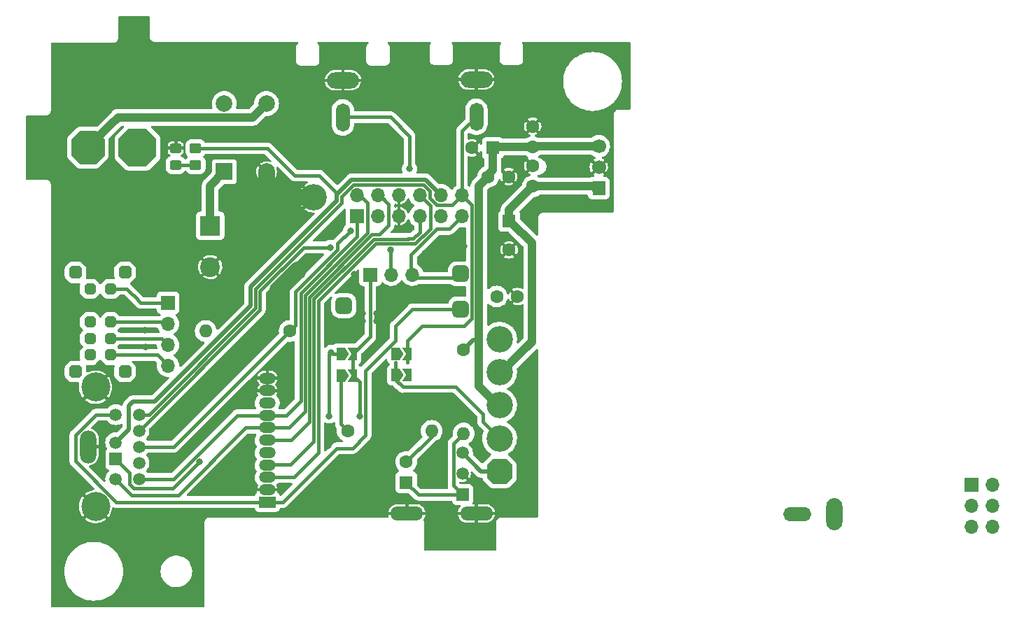
<source format=gtl>
%TF.GenerationSoftware,KiCad,Pcbnew,(6.0.1)*%
%TF.CreationDate,2022-03-11T03:42:55-07:00*%
%TF.ProjectId,Power PCB Ver C -  TH - RF is 9 Pin Genesis Port V2,506f7765-7220-4504-9342-205665722043,rev?*%
%TF.SameCoordinates,Original*%
%TF.FileFunction,Copper,L1,Top*%
%TF.FilePolarity,Positive*%
%FSLAX46Y46*%
G04 Gerber Fmt 4.6, Leading zero omitted, Abs format (unit mm)*
G04 Created by KiCad (PCBNEW (6.0.1)) date 2022-03-11 03:42:55*
%MOMM*%
%LPD*%
G01*
G04 APERTURE LIST*
G04 Aperture macros list*
%AMRoundRect*
0 Rectangle with rounded corners*
0 $1 Rounding radius*
0 $2 $3 $4 $5 $6 $7 $8 $9 X,Y pos of 4 corners*
0 Add a 4 corners polygon primitive as box body*
4,1,4,$2,$3,$4,$5,$6,$7,$8,$9,$2,$3,0*
0 Add four circle primitives for the rounded corners*
1,1,$1+$1,$2,$3*
1,1,$1+$1,$4,$5*
1,1,$1+$1,$6,$7*
1,1,$1+$1,$8,$9*
0 Add four rect primitives between the rounded corners*
20,1,$1+$1,$2,$3,$4,$5,0*
20,1,$1+$1,$4,$5,$6,$7,0*
20,1,$1+$1,$6,$7,$8,$9,0*
20,1,$1+$1,$8,$9,$2,$3,0*%
%AMOutline5P*
0 Free polygon, 5 corners , with rotation*
0 The origin of the aperture is its center*
0 number of corners: always 5*
0 $1 to $10 corner X, Y*
0 $11 Rotation angle, in degrees counterclockwise*
0 create outline with 5 corners*
4,1,5,$1,$2,$3,$4,$5,$6,$7,$8,$9,$10,$1,$2,$11*%
%AMOutline6P*
0 Free polygon, 6 corners , with rotation*
0 The origin of the aperture is its center*
0 number of corners: always 6*
0 $1 to $12 corner X, Y*
0 $13 Rotation angle, in degrees counterclockwise*
0 create outline with 6 corners*
4,1,6,$1,$2,$3,$4,$5,$6,$7,$8,$9,$10,$11,$12,$1,$2,$13*%
%AMOutline7P*
0 Free polygon, 7 corners , with rotation*
0 The origin of the aperture is its center*
0 number of corners: always 7*
0 $1 to $14 corner X, Y*
0 $15 Rotation angle, in degrees counterclockwise*
0 create outline with 7 corners*
4,1,7,$1,$2,$3,$4,$5,$6,$7,$8,$9,$10,$11,$12,$13,$14,$1,$2,$15*%
%AMOutline8P*
0 Free polygon, 8 corners , with rotation*
0 The origin of the aperture is its center*
0 number of corners: always 8*
0 $1 to $16 corner X, Y*
0 $17 Rotation angle, in degrees counterclockwise*
0 create outline with 8 corners*
4,1,8,$1,$2,$3,$4,$5,$6,$7,$8,$9,$10,$11,$12,$13,$14,$15,$16,$1,$2,$17*%
%AMFreePoly0*
4,1,6,1.000000,0.000000,0.500000,-0.750000,-0.500000,-0.750000,-0.500000,0.750000,0.500000,0.750000,1.000000,0.000000,1.000000,0.000000,$1*%
%AMFreePoly1*
4,1,6,0.500000,-0.750000,-0.650000,-0.750000,-0.150000,0.000000,-0.650000,0.750000,0.500000,0.750000,0.500000,-0.750000,0.500000,-0.750000,$1*%
G04 Aperture macros list end*
%TA.AperFunction,ComponentPad*%
%ADD10O,4.000000X1.700000*%
%TD*%
%TA.AperFunction,ComponentPad*%
%ADD11R,1.600000X1.600000*%
%TD*%
%TA.AperFunction,ComponentPad*%
%ADD12C,1.600000*%
%TD*%
%TA.AperFunction,ComponentPad*%
%ADD13R,1.599997X1.700000*%
%TD*%
%TA.AperFunction,ComponentPad*%
%ADD14C,1.700000*%
%TD*%
%TA.AperFunction,ComponentPad*%
%ADD15C,1.500000*%
%TD*%
%TA.AperFunction,ComponentPad*%
%ADD16R,1.500000X1.500000*%
%TD*%
%TA.AperFunction,ComponentPad*%
%ADD17R,2.400000X2.400000*%
%TD*%
%TA.AperFunction,ComponentPad*%
%ADD18C,2.400000*%
%TD*%
%TA.AperFunction,ComponentPad*%
%ADD19R,1.700000X1.700000*%
%TD*%
%TA.AperFunction,ComponentPad*%
%ADD20O,1.700000X1.700000*%
%TD*%
%TA.AperFunction,ComponentPad*%
%ADD21O,1.600000X1.600000*%
%TD*%
%TA.AperFunction,ComponentPad*%
%ADD22O,1.950000X3.900000*%
%TD*%
%TA.AperFunction,ComponentPad*%
%ADD23O,3.400000X1.700000*%
%TD*%
%TA.AperFunction,ComponentPad*%
%ADD24RoundRect,0.500000X-0.500000X-0.500000X0.500000X-0.500000X0.500000X0.500000X-0.500000X0.500000X0*%
%TD*%
%TA.AperFunction,ComponentPad*%
%ADD25Outline8P,-2.000000X1.000000X-1.000000X2.000000X1.000000X2.000000X2.000000X1.000000X2.000000X-1.000000X1.000000X-2.000000X-1.000000X-2.000000X-2.000000X-1.000000X0.000000*%
%TD*%
%TA.AperFunction,ComponentPad*%
%ADD26Outline8P,-2.250000X1.125000X-1.125000X2.250000X1.125000X2.250000X2.250000X1.125000X2.250000X-1.125000X1.125000X-2.250000X-1.125000X-2.250000X-2.250000X-1.125000X0.000000*%
%TD*%
%TA.AperFunction,SMDPad,CuDef*%
%ADD27FreePoly0,0.000000*%
%TD*%
%TA.AperFunction,SMDPad,CuDef*%
%ADD28FreePoly1,0.000000*%
%TD*%
%TA.AperFunction,ComponentPad*%
%ADD29R,2.000000X1.350000*%
%TD*%
%TA.AperFunction,ComponentPad*%
%ADD30O,2.000000X1.350000*%
%TD*%
%TA.AperFunction,ComponentPad*%
%ADD31R,1.508000X1.508000*%
%TD*%
%TA.AperFunction,ComponentPad*%
%ADD32C,1.508000*%
%TD*%
%TA.AperFunction,ComponentPad*%
%ADD33C,3.516000*%
%TD*%
%TA.AperFunction,ComponentPad*%
%ADD34O,2.000000X4.000000*%
%TD*%
%TA.AperFunction,SMDPad,CuDef*%
%ADD35RoundRect,0.250000X0.450000X-0.350000X0.450000X0.350000X-0.450000X0.350000X-0.450000X-0.350000X0*%
%TD*%
%TA.AperFunction,ComponentPad*%
%ADD36R,2.000000X2.000000*%
%TD*%
%TA.AperFunction,ComponentPad*%
%ADD37C,2.000000*%
%TD*%
%TA.AperFunction,ComponentPad*%
%ADD38O,3.900000X1.950000*%
%TD*%
%TA.AperFunction,ComponentPad*%
%ADD39O,1.700000X3.400000*%
%TD*%
%TA.AperFunction,ComponentPad*%
%ADD40C,3.200000*%
%TD*%
%TA.AperFunction,ComponentPad*%
%ADD41Outline8P,-1.550000X0.775000X-0.775000X1.550000X0.775000X1.550000X1.550000X0.775000X1.550000X-0.775000X0.775000X-1.550000X-0.775000X-1.550000X-1.550000X-0.775000X90.000000*%
%TD*%
%TA.AperFunction,ComponentPad*%
%ADD42Outline8P,-0.700000X0.350000X-0.350000X0.700000X0.350000X0.700000X0.700000X0.350000X0.700000X-0.350000X0.350000X-0.700000X-0.350000X-0.700000X-0.700000X-0.350000X270.000000*%
%TD*%
%TA.AperFunction,ComponentPad*%
%ADD43Outline8P,-0.800000X0.400000X-0.400000X0.800000X0.400000X0.800000X0.800000X0.400000X0.800000X-0.400000X0.400000X-0.800000X-0.400000X-0.800000X-0.800000X-0.400000X270.000000*%
%TD*%
%TA.AperFunction,ComponentPad*%
%ADD44Outline8P,-0.800000X0.400000X-0.400000X0.800000X0.400000X0.800000X0.800000X0.400000X0.800000X-0.400000X0.400000X-0.800000X-0.400000X-0.800000X-0.800000X-0.400000X90.000000*%
%TD*%
%TA.AperFunction,SMDPad,CuDef*%
%ADD45RoundRect,0.250000X-0.450000X0.325000X-0.450000X-0.325000X0.450000X-0.325000X0.450000X0.325000X0*%
%TD*%
%TA.AperFunction,ViaPad*%
%ADD46C,0.800000*%
%TD*%
%TA.AperFunction,Conductor*%
%ADD47C,0.381000*%
%TD*%
%TA.AperFunction,Conductor*%
%ADD48C,1.016000*%
%TD*%
%TA.AperFunction,Conductor*%
%ADD49C,1.100000*%
%TD*%
%TA.AperFunction,Conductor*%
%ADD50C,0.508000*%
%TD*%
%TA.AperFunction,Conductor*%
%ADD51C,2.000000*%
%TD*%
G04 APERTURE END LIST*
D10*
%TO.P,J13,1,Pin_1*%
%TO.N,GND*%
X166426100Y-129393600D03*
%TD*%
%TO.P,J13,1,Pin_1*%
%TO.N,GND*%
X158026100Y-129393600D03*
%TD*%
D11*
%TO.P,C3,1,A*%
%TO.N,PS2*%
X170376100Y-93990949D03*
D12*
%TO.P,C3,2,K*%
%TO.N,GND*%
X170376100Y-97490949D03*
%TD*%
D13*
%TO.P,U1,1,VIN*%
%TO.N,PS2*%
X181226100Y-90033600D03*
D14*
%TO.P,U1,2,GND*%
%TO.N,GND*%
X181226100Y-87493600D03*
%TO.P,U1,3,VOUT*%
%TO.N,+5V*%
X181226100Y-84953600D03*
%TD*%
D15*
%TO.P,Q1,3,B*%
%TO.N,Net-(J2-Pad1)*%
X164736100Y-122053600D03*
%TO.P,Q1,2,C*%
%TO.N,GND*%
X164736100Y-124593600D03*
D16*
%TO.P,Q1,1,E*%
%TO.N,Net-(C8-Pad1)*%
X164736100Y-127133600D03*
%TD*%
D17*
%TO.P,C1,1,A*%
%TO.N,PS1*%
X134226100Y-94569641D03*
D18*
%TO.P,C1,2,K*%
%TO.N,GND*%
X134226100Y-99569641D03*
%TD*%
D11*
%TO.P,C7,1,A*%
%TO.N,+5V*%
X168401100Y-85143600D03*
D12*
%TO.P,C7,2,K*%
%TO.N,GND*%
X165901100Y-85143600D03*
%TD*%
D19*
%TO.P,J16,1,Pin_1*%
%TO.N,RCA_RF*%
X153586100Y-100493600D03*
D20*
%TO.P,J16,2,Pin_2*%
%TO.N,RCA_V*%
X156126100Y-100493600D03*
%TO.P,J16,3,Pin_3*%
%TO.N,Audio_L*%
X158666100Y-100493600D03*
%TD*%
D12*
%TO.P,R2,1*%
%TO.N,+5V*%
X164876100Y-109563600D03*
D21*
%TO.P,R2,2*%
%TO.N,Net-(C8-Pad1)*%
X164876100Y-119723600D03*
%TD*%
D19*
%TO.P,J14,1,Pin_1*%
%TO.N,unconnected-(J14-Pad1)*%
X226326100Y-125899600D03*
D20*
%TO.P,J14,2,Pin_2*%
%TO.N,unconnected-(J14-Pad2)*%
X228866100Y-125899600D03*
%TO.P,J14,3,Pin_3*%
%TO.N,unconnected-(J14-Pad3)*%
X226326100Y-128439600D03*
%TO.P,J14,4,Pin_4*%
%TO.N,unconnected-(J14-Pad4)*%
X228866100Y-128439600D03*
%TO.P,J14,5,Pin_5*%
%TO.N,unconnected-(J14-Pad5)*%
X226326100Y-130979600D03*
%TO.P,J14,6,Pin_6*%
%TO.N,unconnected-(J14-Pad6)*%
X228866100Y-130979600D03*
%TD*%
D22*
%TO.P,J19,1,Tip*%
%TO.N,GND*%
X209726100Y-129499600D03*
D23*
%TO.P,J19,2,Sleeve*%
%TO.N,RCA_RF*%
X205226100Y-129499600D03*
%TD*%
D24*
%TO.P,J12,1,Pin_1*%
%TO.N,Net-(J12-Pad1)*%
X150376100Y-104243600D03*
%TD*%
%TO.P,J10,1,Pin_1*%
%TO.N,Net-(J10-Pad1)*%
X164526100Y-104643600D03*
%TD*%
D19*
%TO.P,J6,1,Red*%
%TO.N,Red*%
X151976100Y-93418600D03*
D20*
%TO.P,J6,2,Green*%
%TO.N,Green*%
X151976100Y-90878600D03*
%TO.P,J6,3,C-Sync/+12V*%
%TO.N,CSync*%
X154516100Y-93418600D03*
%TO.P,J6,4,Blue*%
%TO.N,Blue*%
X154516100Y-90878600D03*
%TO.P,J6,5,GND*%
%TO.N,GND*%
X157056100Y-93418600D03*
%TO.P,J6,6,GND*%
X157056100Y-90878600D03*
%TO.P,J6,7,Luma_(S-Video)*%
%TO.N,Luma*%
X159596100Y-93418600D03*
%TO.P,J6,8,Chroma_(S-Video)*%
%TO.N,Chroma*%
X159596100Y-90878600D03*
%TO.P,J6,9,Composite_Video*%
%TO.N,RCA_RF*%
X162136100Y-93418600D03*
%TO.P,J6,10,+5V*%
%TO.N,+5V*%
X162136100Y-90878600D03*
%TO.P,J6,11,Left_Audio*%
%TO.N,Audio_L*%
X164676100Y-93418600D03*
%TO.P,J6,12,Right_Audio*%
%TO.N,Audio_R*%
X164676100Y-90878600D03*
%TD*%
D25*
%TO.P,J1,2,2*%
%TO.N,Net-(D1-Pad3)*%
X119426100Y-85113598D03*
D26*
%TO.P,J1,1,1*%
%TO.N,Net-(D1-Pad4)*%
X125426102Y-85113598D03*
%TD*%
D27*
%TO.P,RJV-EXT1,1,1*%
%TO.N,Net-(J12-Pad1)*%
X150029850Y-110078600D03*
D28*
%TO.P,RJV-EXT1,2,2*%
%TO.N,RCA_RF*%
X151479850Y-110078600D03*
%TD*%
D19*
%TO.P,J4,1,1*%
%TO.N,Net-(J4-Pad1)*%
X129126100Y-103893600D03*
D20*
%TO.P,J4,2,2*%
%TO.N,Net-(J4-Pad2)*%
X129126100Y-106433600D03*
%TO.P,J4,3,3*%
%TO.N,Net-(J4-Pad3)*%
X129126100Y-108973600D03*
%TO.P,J4,4,4*%
%TO.N,Net-(J4-Pad4)*%
X129126100Y-111513600D03*
%TD*%
D24*
%TO.P,J11,1,Pin_1*%
%TO.N,Audio_L*%
X164526100Y-100393600D03*
%TD*%
D29*
%TO.P,J3,1,Audio*%
%TO.N,Net-(J10-Pad1)*%
X141126100Y-128018600D03*
D30*
%TO.P,J3,2,GND*%
%TO.N,GND*%
X141126100Y-126518600D03*
%TO.P,J3,3,Chroma*%
%TO.N,Chroma*%
X141126100Y-125018600D03*
%TO.P,J3,4,Luma*%
%TO.N,Luma*%
X141126100Y-123518600D03*
%TO.P,J3,5,Composite*%
%TO.N,Net-(J12-Pad1)*%
X141126100Y-122018600D03*
%TO.P,J3,6,Blue*%
%TO.N,Blue*%
X141126100Y-120518600D03*
%TO.P,J3,7,Green*%
%TO.N,Green*%
X141126100Y-119018600D03*
%TO.P,J3,8,Red*%
%TO.N,Red*%
X141126100Y-117518600D03*
%TO.P,J3,9,CSync*%
%TO.N,Net-(J3-Pad9)*%
X141126100Y-116018600D03*
%TO.P,J3,10,GND*%
%TO.N,GND*%
X141126100Y-114518600D03*
%TO.P,J3,11,GND*%
X141126100Y-113018600D03*
%TD*%
D31*
%TO.P,J20,1,1*%
%TO.N,Blue*%
X122802100Y-122827600D03*
D32*
%TO.P,J20,2,2*%
%TO.N,+5V*%
X122802100Y-120827600D03*
%TO.P,J20,3,3*%
%TO.N,Green*%
X122802100Y-125227600D03*
%TO.P,J20,4,4*%
%TO.N,RCA_RF*%
X125602100Y-123277600D03*
%TO.P,J20,5,5*%
%TO.N,CSync*%
X125602100Y-121327600D03*
%TO.P,J20,6,6*%
%TO.N,Net-(J10-Pad1)*%
X122802100Y-117427600D03*
%TO.P,J20,7,7*%
%TO.N,Red*%
X125602100Y-125227600D03*
%TO.P,J20,8,8*%
%TO.N,Audio_L*%
X125602100Y-119377600D03*
%TO.P,J20,9,9*%
%TO.N,Audio_R*%
X125602100Y-117427600D03*
D33*
%TO.P,J20,S1,SHIELD*%
%TO.N,GND*%
X120352100Y-128552600D03*
%TO.P,J20,S2,SHIELD*%
X120352100Y-114102600D03*
D34*
%TO.P,J20,S3,SHIELD*%
X119452100Y-121327600D03*
%TD*%
D35*
%TO.P,R5,1*%
%TO.N,Net-(D3-Pad2)*%
X132456100Y-87203600D03*
%TO.P,R5,2*%
%TO.N,+5V*%
X132456100Y-85203600D03*
%TD*%
D11*
%TO.P,C8,1*%
%TO.N,Net-(C8-Pad1)*%
X157926100Y-125643600D03*
D12*
%TO.P,C8,2*%
%TO.N,Net-(C8-Pad2)*%
X157926100Y-123143600D03*
%TD*%
%TO.P,R6,1,1*%
%TO.N,CSync*%
X143836100Y-107303600D03*
D21*
%TO.P,R6,2,2*%
%TO.N,Net-(J3-Pad9)*%
X133676100Y-107303600D03*
%TD*%
D36*
%TO.P,D1,1,V+*%
%TO.N,PS1*%
X135926100Y-88036100D03*
D37*
%TO.P,D1,2,V-*%
%TO.N,GND*%
X141026100Y-88036100D03*
%TO.P,D1,3,AC*%
%TO.N,Net-(D1-Pad3)*%
X141026100Y-79786100D03*
%TO.P,D1,4,AC*%
%TO.N,Net-(D1-Pad4)*%
X135926100Y-79786100D03*
%TD*%
D38*
%TO.P,J17,1,Tip*%
%TO.N,GND*%
X166418100Y-76877600D03*
D39*
%TO.P,J17,2,Sleeve*%
%TO.N,Audio_R*%
X166418100Y-81377600D03*
%TD*%
D12*
%TO.P,C5,1,1*%
%TO.N,GND*%
X173226100Y-82543600D03*
%TO.P,C5,2,2*%
%TO.N,+5V*%
X173226100Y-85043600D03*
%TD*%
D40*
%TO.P,J2,*%
%TO.N,*%
X169226100Y-116313600D03*
X169226100Y-108313600D03*
X169226100Y-120313600D03*
X169226100Y-112313597D03*
D41*
X169226100Y-124313600D03*
%TD*%
D27*
%TO.P,RJA-EXT1,1,1*%
%TO.N,Net-(J10-Pad1)*%
X156644850Y-110058600D03*
D28*
%TO.P,RJA-EXT1,2,2*%
%TO.N,Audio_R*%
X158094850Y-110058600D03*
%TD*%
D40*
%TO.P,GND,1*%
%TO.N,GND*%
X146756100Y-91113600D03*
%TD*%
D27*
%TO.P,RJA-INT1,1,1*%
%TO.N,Net-(J2-Pad2)*%
X156644850Y-112658600D03*
D28*
%TO.P,RJA-INT1,2,2*%
%TO.N,Audio_R*%
X158094850Y-112658600D03*
%TD*%
D12*
%TO.P,C2,2,2*%
%TO.N,unconnected-(C2-Pad2)*%
X168876100Y-103143600D03*
%TO.P,C2,1,1*%
%TO.N,GND*%
X171376100Y-103143600D03*
%TD*%
D38*
%TO.P,J18,1,Tip*%
%TO.N,GND*%
X150272100Y-76971600D03*
D39*
%TO.P,J18,2,Sleeve*%
%TO.N,RCA_V*%
X150272100Y-81471600D03*
%TD*%
D12*
%TO.P,C6,1,1*%
%TO.N,GND*%
X170326100Y-88643600D03*
%TO.P,C6,2,2*%
%TO.N,+5V*%
X167826100Y-88643600D03*
%TD*%
%TO.P,C4,1,1*%
%TO.N,GND*%
X173226100Y-87293600D03*
%TO.P,C4,2,2*%
%TO.N,PS2*%
X173226100Y-89793600D03*
%TD*%
D27*
%TO.P,RJV-INT1,1,1*%
%TO.N,Net-(R4-Pad1)*%
X150029850Y-112678600D03*
D28*
%TO.P,RJV-INT1,2,2*%
%TO.N,RCA_RF*%
X151479850Y-112678600D03*
%TD*%
D21*
%TO.P,R4,2*%
%TO.N,Net-(C8-Pad2)*%
X161006100Y-119393600D03*
D12*
%TO.P,R4,1*%
%TO.N,Net-(R4-Pad1)*%
X150846100Y-119393600D03*
%TD*%
D42*
%TO.P,SW1,*%
%TO.N,*%
X122176100Y-102213600D03*
X119676100Y-106213600D03*
X119676100Y-108213600D03*
X119676100Y-110213600D03*
X122176100Y-106213600D03*
X122176100Y-108213600D03*
X122176100Y-110213600D03*
%TO.P,SW1,1,1*%
%TO.N,unconnected-(SW1-Pad1)*%
X119676100Y-102213600D03*
D43*
%TO.P,SW1,MH*%
%TO.N,N/C*%
X117926100Y-100213600D03*
D44*
X117926100Y-112213600D03*
X123926100Y-112213600D03*
D43*
X123926100Y-100213600D03*
%TD*%
D45*
%TO.P,D3,1,K*%
%TO.N,GND*%
X130036100Y-85178600D03*
%TO.P,D3,2,A*%
%TO.N,Net-(D3-Pad2)*%
X130036100Y-87228600D03*
%TD*%
D46*
%TO.N,Net-(J12-Pad1)*%
X148626100Y-117593600D03*
%TO.N,RCA_RF*%
X152286100Y-117593600D03*
%TO.N,GND*%
X146726100Y-127293600D03*
X148526100Y-125493600D03*
X148526100Y-121193600D03*
X141876100Y-105143600D03*
X142876100Y-105143600D03*
X144461100Y-100978600D03*
X154376100Y-106143600D03*
X154376100Y-105143600D03*
X152626100Y-106143600D03*
X152626100Y-105143600D03*
X141126100Y-90993600D03*
X130026100Y-83693600D03*
%TO.N,Net-(J12-Pad1)*%
X148876100Y-109893600D03*
%TO.N,GND*%
X143056100Y-113023600D03*
X162354100Y-96943600D03*
X148892100Y-94911600D03*
X160146100Y-97933600D03*
X144626100Y-99393600D03*
X143136100Y-114513600D03*
X132906100Y-126783600D03*
X151646100Y-100443600D03*
X141926100Y-104193600D03*
X142946100Y-126143600D03*
X164926100Y-97093600D03*
X173056100Y-122193600D03*
X126286100Y-107213600D03*
X143726100Y-100293600D03*
X142826100Y-104193600D03*
X126386100Y-109253600D03*
X154734100Y-115297600D03*
X145206100Y-100233600D03*
%TO.N,Audio_L*%
X148754825Y-97192324D03*
%TO.N,CSync*%
X151186100Y-95173600D03*
%TO.N,Blue*%
X132940715Y-123156215D03*
%TO.N,RCA_V*%
X158328698Y-87685580D03*
X156026100Y-97518600D03*
%TD*%
D47*
%TO.N,Net-(J12-Pad1)*%
X148626100Y-110143600D02*
X148876100Y-109893600D01*
X148626100Y-117593600D02*
X148626100Y-110143600D01*
%TO.N,RCA_RF*%
X152286100Y-113484850D02*
X151479850Y-112678600D01*
X152286100Y-117593600D02*
X152286100Y-113484850D01*
%TO.N,Net-(R4-Pad1)*%
X150029850Y-118577350D02*
X150029850Y-112678600D01*
X150846100Y-119393600D02*
X150029850Y-118577350D01*
%TO.N,Net-(C8-Pad2)*%
X161006100Y-120063600D02*
X161006100Y-119393600D01*
X157926100Y-123143600D02*
X161006100Y-120063600D01*
%TO.N,Net-(C8-Pad1)*%
X163646080Y-126043580D02*
X164736100Y-127133600D01*
X163646080Y-120953620D02*
X163646080Y-126043580D01*
X164876100Y-119723600D02*
X163646080Y-120953620D01*
X159416100Y-127133600D02*
X157926100Y-125643600D01*
X164736100Y-127133600D02*
X159416100Y-127133600D01*
%TO.N,Net-(R4-Pad1)*%
X150029850Y-112678600D02*
X150029850Y-118489850D01*
%TO.N,Net-(J10-Pad1)*%
X158626100Y-104693600D02*
X164826100Y-104693600D01*
X156644850Y-106674850D02*
X158626100Y-104693600D01*
X153026100Y-112087350D02*
X156644850Y-108468600D01*
X153026100Y-119893600D02*
X153026100Y-112087350D01*
X151426100Y-121493600D02*
X153026100Y-119893600D01*
X149551100Y-121493600D02*
X151426100Y-121493600D01*
X143031100Y-128013600D02*
X149551100Y-121493600D01*
X156644850Y-108468600D02*
X156644850Y-106674850D01*
X141126100Y-128013600D02*
X143031100Y-128013600D01*
%TO.N,Net-(J4-Pad1)*%
X125016101Y-103103599D02*
X125806102Y-103893600D01*
X125016101Y-103103599D02*
X125356102Y-103443600D01*
X125806102Y-103893600D02*
X129126100Y-103893600D01*
X124731101Y-102818599D02*
X125016101Y-103103599D01*
%TO.N,Net-(J4-Pad4)*%
X127826100Y-110213600D02*
X129126100Y-111513600D01*
X127506100Y-110213600D02*
X127826100Y-110213600D01*
X122176100Y-110213600D02*
X127506100Y-110213600D01*
%TO.N,Net-(J4-Pad3)*%
X127206100Y-108213600D02*
X128366100Y-108213600D01*
X123816100Y-108213600D02*
X127206100Y-108213600D01*
X128366100Y-108213600D02*
X129126100Y-108973600D01*
D48*
%TO.N,PS2*%
X173126100Y-108613598D02*
X171736099Y-110003599D01*
X173126100Y-96643600D02*
X173126100Y-108613598D01*
X170376100Y-94143600D02*
X170626100Y-94143600D01*
X169226100Y-112513597D02*
X171736099Y-110003599D01*
X170626100Y-94143600D02*
X173126100Y-96643600D01*
X171736099Y-110003599D02*
X173072900Y-108666798D01*
X180986100Y-89793600D02*
X181226100Y-90033600D01*
X173226100Y-89793600D02*
X180986100Y-89793600D01*
X173226100Y-89793600D02*
X170376100Y-92643600D01*
X170376100Y-92643600D02*
X170376100Y-94143600D01*
X175276100Y-89793600D02*
X173226100Y-89793600D01*
D49*
%TO.N,GND*%
X142876100Y-102563600D02*
X144461100Y-100978600D01*
X142876100Y-105143600D02*
X142876100Y-102563600D01*
X142826100Y-102613600D02*
X144461100Y-100978600D01*
X142826100Y-104193600D02*
X142826100Y-102613600D01*
X142876100Y-104243600D02*
X142826100Y-104193600D01*
X142876100Y-105143600D02*
X142876100Y-104243600D01*
X141876100Y-104243600D02*
X141926100Y-104193600D01*
X141876100Y-105143600D02*
X141876100Y-104243600D01*
X142876100Y-105143600D02*
X141876100Y-105143600D01*
D50*
X154376100Y-106143600D02*
X154376100Y-105143600D01*
X151646100Y-101703600D02*
X151646100Y-100443600D01*
X152626100Y-106143600D02*
X152626100Y-102683600D01*
X152626100Y-102683600D02*
X151646100Y-101703600D01*
D48*
%TO.N,+5V*%
X168401100Y-87818600D02*
X167826100Y-88393600D01*
X168401100Y-84893600D02*
X168401100Y-87818600D01*
X168551100Y-85043600D02*
X168401100Y-84893600D01*
X173226100Y-85043600D02*
X168551100Y-85043600D01*
X166714131Y-103905569D02*
X166714131Y-89805569D01*
X166714131Y-103905569D02*
X166714131Y-114001629D01*
X166714131Y-89805569D02*
X167826100Y-88693600D01*
X166714131Y-102205569D02*
X166714131Y-103905569D01*
D50*
%TO.N,Net-(J2-Pad1)*%
X169000000Y-124293600D02*
X166976100Y-124293600D01*
X166976100Y-124293600D02*
X164736100Y-122053600D01*
D51*
%TO.N,GND*%
X141026100Y-90893600D02*
X141126100Y-90993600D01*
X141026100Y-88036100D02*
X141026100Y-90893600D01*
X141246100Y-91113600D02*
X141126100Y-90993600D01*
X146756100Y-91113600D02*
X141246100Y-91113600D01*
D48*
%TO.N,Net-(D1-Pad3)*%
X139368589Y-81443611D02*
X141026100Y-79786100D01*
X123096087Y-81443611D02*
X139368589Y-81443611D01*
X122186099Y-82353599D02*
X123096087Y-81443611D01*
X119426100Y-85113598D02*
X122186099Y-82353599D01*
D47*
%TO.N,+5V*%
X144426100Y-88493600D02*
X147426100Y-88493600D01*
X149516235Y-90583735D02*
X149516235Y-91583735D01*
X132456100Y-85203600D02*
X141136100Y-85203600D01*
X141136100Y-85203600D02*
X144426100Y-88493600D01*
X147426100Y-88493600D02*
X149516235Y-90583735D01*
%TO.N,GND*%
X130036100Y-83703600D02*
X130026100Y-83693600D01*
X130036100Y-85178600D02*
X130036100Y-83703600D01*
D50*
%TO.N,+5V*%
X127527760Y-115861600D02*
X124894100Y-115861600D01*
X139101560Y-104287800D02*
X127527760Y-115861600D01*
X139101560Y-101998410D02*
X139101560Y-104287800D01*
X149516235Y-91583735D02*
X139101560Y-101998410D01*
X149516235Y-90815462D02*
X149516235Y-91583735D01*
X151332117Y-88999580D02*
X149516235Y-90815462D01*
X160272152Y-88999580D02*
X151332117Y-88999580D01*
X162136100Y-90863528D02*
X160272152Y-88999580D01*
X162136100Y-90878600D02*
X162136100Y-90863528D01*
X124394589Y-116361111D02*
X124894100Y-115861600D01*
D47*
%TO.N,Audio_R*%
X163486089Y-92068611D02*
X164676100Y-90878600D01*
X161601111Y-92068611D02*
X163486089Y-92068611D01*
X160786111Y-91253611D02*
X161601111Y-92068611D01*
X160786111Y-90353611D02*
X160786111Y-91253611D01*
X151578169Y-89593600D02*
X160026100Y-89593600D01*
X150126100Y-91045669D02*
X151578169Y-89593600D01*
X150126100Y-91813942D02*
X150126100Y-91045669D01*
X139695580Y-102244462D02*
X150126100Y-91813942D01*
X160026100Y-89593600D02*
X160786111Y-90353611D01*
X139695580Y-104533852D02*
X139695580Y-102244462D01*
X126801832Y-117427600D02*
X139695580Y-104533852D01*
X125602100Y-117427600D02*
X126801832Y-117427600D01*
%TO.N,Net-(D3-Pad2)*%
X130036100Y-87228600D02*
X132431100Y-87228600D01*
X132431100Y-87228600D02*
X132456100Y-87203600D01*
D48*
%TO.N,PS1*%
X134226100Y-89736100D02*
X135926100Y-88036100D01*
X134226100Y-93693600D02*
X134226100Y-89736100D01*
%TO.N,PS2*%
X181186100Y-89993600D02*
X181226100Y-90033600D01*
%TO.N,+5V*%
X181226100Y-84953600D02*
X173316100Y-84953600D01*
X173316100Y-84953600D02*
X173226100Y-85043600D01*
%TO.N,PS2*%
X180966100Y-90293600D02*
X181226100Y-90033600D01*
D47*
%TO.N,Audio_R*%
X165866111Y-105753629D02*
X164926120Y-106693620D01*
X164676100Y-90878600D02*
X165866111Y-92068611D01*
X165866111Y-92068611D02*
X165866111Y-105753629D01*
X164926120Y-106693620D02*
X159869830Y-106693620D01*
D48*
%TO.N,+5V*%
X166714131Y-114001629D02*
X167566101Y-114853599D01*
X167566101Y-114853599D02*
X169226100Y-116513600D01*
D50*
X164876100Y-109563600D02*
X166036327Y-108403373D01*
X166036327Y-108403373D02*
X166235873Y-108403373D01*
D47*
%TO.N,RCA_V*%
X156026100Y-100393600D02*
X156126100Y-100493600D01*
X156026100Y-97518600D02*
X156026100Y-100393600D01*
X156126100Y-97618600D02*
X156026100Y-97518600D01*
%TO.N,Audio_L*%
X159066100Y-100893600D02*
X158666100Y-100493600D01*
X164876100Y-100893600D02*
X159066100Y-100893600D01*
%TO.N,RCA_RF*%
X151479850Y-109797738D02*
X151479850Y-110078600D01*
%TO.N,Net-(J12-Pad1)*%
X149061100Y-110078600D02*
X148876100Y-109893600D01*
X150029850Y-110078600D02*
X149061100Y-110078600D01*
%TO.N,RCA_RF*%
X153586100Y-107972350D02*
X153586100Y-100493600D01*
X151479850Y-110078600D02*
X153586100Y-107972350D01*
%TO.N,Audio_L*%
X140226100Y-102464210D02*
X140226100Y-103363600D01*
D49*
%TO.N,GND*%
X141926100Y-104193600D02*
X142826100Y-104193600D01*
X141876100Y-104143600D02*
X141926100Y-104193600D01*
X141876100Y-102143600D02*
X141876100Y-104143600D01*
X143726100Y-100293600D02*
X141876100Y-102143600D01*
D47*
%TO.N,RCA_RF*%
X151479850Y-110078600D02*
X151479850Y-112678600D01*
%TO.N,Net-(J4-Pad1)*%
X122176100Y-102213600D02*
X124126102Y-102213600D01*
X124731101Y-102818599D02*
X124126102Y-102213600D01*
%TO.N,Net-(J4-Pad2)*%
X122176100Y-106213600D02*
X129486100Y-106213600D01*
%TO.N,Net-(J4-Pad3)*%
X122176100Y-108213600D02*
X123816100Y-108213600D01*
%TO.N,GND*%
X161136100Y-96943600D02*
X160146100Y-97933600D01*
X165428100Y-76913600D02*
X166326100Y-76913600D01*
X162354100Y-96943600D02*
X161136100Y-96943600D01*
D49*
X145206100Y-100233600D02*
X145206100Y-99973600D01*
X143726100Y-100293600D02*
X144626100Y-99393600D01*
X145206100Y-100233600D02*
X144461100Y-100978600D01*
X142826100Y-101193600D02*
X143726100Y-100293600D01*
X143786100Y-100233600D02*
X143726100Y-100293600D01*
X145206100Y-100233600D02*
X143786100Y-100233600D01*
X142826100Y-104193600D02*
X142826100Y-101193600D01*
X145206100Y-99973600D02*
X144626100Y-99393600D01*
D50*
%TO.N,+5V*%
X124394589Y-119235111D02*
X124394589Y-116361111D01*
X162136100Y-90913597D02*
X162136100Y-90619600D01*
X122802100Y-120827600D02*
X124394589Y-119235111D01*
D47*
%TO.N,GND*%
X130061100Y-85203600D02*
X130036100Y-85178600D01*
%TO.N,Net-(J10-Pad1)*%
X141126100Y-128018600D02*
X122855847Y-128018600D01*
X117904100Y-123066853D02*
X117904100Y-119909815D01*
X122855847Y-128018600D02*
X117904100Y-123066853D01*
X120386315Y-117427600D02*
X122802100Y-117427600D01*
X117904100Y-119909815D02*
X120386315Y-117427600D01*
%TO.N,Audio_L*%
X140226100Y-103363600D02*
X140226100Y-104753600D01*
X158516100Y-99586100D02*
X158516100Y-98044577D01*
X140226100Y-104753600D02*
X125602100Y-119377600D01*
X163131100Y-94963600D02*
X164676100Y-93418600D01*
X147066100Y-97193600D02*
X148753549Y-97193600D01*
X158516100Y-98044577D02*
X161597077Y-94963600D01*
X161597077Y-94963600D02*
X163131100Y-94963600D01*
X148753549Y-97193600D02*
X148754825Y-97192324D01*
X147066100Y-97193600D02*
X145496710Y-97193600D01*
X145496710Y-97193600D02*
X140226100Y-102464210D01*
%TO.N,Audio_R*%
X164676100Y-83119600D02*
X166418100Y-81377600D01*
X159869830Y-106693620D02*
X158094850Y-108468600D01*
X164676100Y-90878600D02*
X164676100Y-83119600D01*
X158094850Y-111068600D02*
X158094850Y-108468600D01*
D48*
%TO.N,PS1*%
X135976100Y-88086100D02*
X135926100Y-88036100D01*
D47*
%TO.N,CSync*%
X125602100Y-121327600D02*
X129812100Y-121327600D01*
X143836100Y-107303600D02*
X144528995Y-106610705D01*
X151186100Y-95173600D02*
X149618440Y-96741260D01*
X149618440Y-97445940D02*
X144528995Y-102535384D01*
X149618440Y-96741260D02*
X149618440Y-97445940D01*
X144528995Y-102535384D02*
X144528995Y-102896495D01*
X144528995Y-106610705D02*
X144528995Y-102896495D01*
X129812100Y-121327600D02*
X143836100Y-107303600D01*
%TO.N,Red*%
X137462100Y-117517600D02*
X137463100Y-117518600D01*
X125602100Y-125227600D02*
X129752100Y-125227600D01*
X141126100Y-117513600D02*
X143426100Y-117513600D01*
X129752100Y-125227600D02*
X137462100Y-117517600D01*
X145158300Y-102727058D02*
X151976100Y-95909259D01*
X143426100Y-117513600D02*
X145158300Y-115781398D01*
X145158300Y-115781398D02*
X145158300Y-102727058D01*
X151976100Y-95909259D02*
X151976100Y-93453597D01*
X137463100Y-117518600D02*
X141126100Y-117518600D01*
%TO.N,Green*%
X138501100Y-119018600D02*
X141126100Y-119018600D01*
X141126100Y-119018600D02*
X140395100Y-119018600D01*
X145691700Y-102947997D02*
X153226100Y-95413598D01*
X153226100Y-95413598D02*
X153226100Y-91813600D01*
X143726098Y-119013600D02*
X145691700Y-117047997D01*
X141126100Y-119013600D02*
X143726098Y-119013600D01*
X124744100Y-127169600D02*
X130350100Y-127169600D01*
X151976100Y-90913597D02*
X152326096Y-90913597D01*
X152326096Y-90913597D02*
X153226100Y-91813600D01*
X122802100Y-125227600D02*
X124744100Y-127169600D01*
X130350100Y-127169600D02*
X138501100Y-119018600D01*
X145691700Y-117047997D02*
X145691700Y-102947997D01*
%TO.N,Blue*%
X141126100Y-120513600D02*
X144026100Y-120513600D01*
X144026100Y-120513600D02*
X146225100Y-118314600D01*
X154516100Y-90913597D02*
X154726096Y-90913597D01*
X122802100Y-122827600D02*
X124458089Y-124483589D01*
X124458089Y-124483589D02*
X124458089Y-125849589D01*
X153784221Y-95646798D02*
X154692901Y-95646798D01*
X154726096Y-90913597D02*
X155801100Y-91988600D01*
X124980111Y-126371611D02*
X129725319Y-126371611D01*
X124458089Y-125849589D02*
X124980111Y-126371611D01*
X146225100Y-118314600D02*
X146225100Y-103205919D01*
X155801100Y-94538598D02*
X155801100Y-91988600D01*
X146225100Y-103205919D02*
X153784221Y-95646798D01*
X154692901Y-95646798D02*
X155801100Y-94538598D01*
X129725319Y-126371611D02*
X132940715Y-123156215D01*
%TO.N,Luma*%
X143926100Y-123513598D02*
X146758500Y-120681198D01*
X159596100Y-93453597D02*
X159596100Y-95322620D01*
X141126100Y-123513598D02*
X143926100Y-123513598D01*
X158785642Y-96133078D02*
X158159501Y-96133078D01*
X146758500Y-120681198D02*
X146758500Y-103426859D01*
X159596100Y-95322620D02*
X158785642Y-96133078D01*
X146758500Y-103426859D02*
X154005161Y-96180198D01*
X154005161Y-96180198D02*
X158159501Y-96180198D01*
%TO.N,Chroma*%
X147291900Y-122047799D02*
X147291900Y-103647798D01*
X147291900Y-103647798D02*
X154226100Y-96713598D01*
X160826100Y-94913600D02*
X160826100Y-92143597D01*
X159026100Y-96713598D02*
X160826100Y-94913600D01*
X144326100Y-125013600D02*
X147291900Y-122047799D01*
X141126100Y-125013600D02*
X144326100Y-125013600D01*
X159596100Y-90913597D02*
X160826100Y-92143597D01*
X154226100Y-96713598D02*
X159026100Y-96713598D01*
%TO.N,Net-(J2-Pad2)*%
X157526100Y-114093600D02*
X156644850Y-113212350D01*
X167251100Y-118288598D02*
X167251100Y-117393600D01*
X156644850Y-113212350D02*
X156644850Y-111068600D01*
X169226100Y-120313600D02*
X167226100Y-118313598D01*
X167251100Y-117393600D02*
X163951100Y-114093600D01*
X167226100Y-118313598D02*
X167251100Y-118288598D01*
X163951100Y-114093600D02*
X157526100Y-114093600D01*
%TO.N,RCA_V*%
X150326100Y-81413600D02*
X156016100Y-81413600D01*
X156016100Y-81413600D02*
X158326100Y-83723600D01*
X158326100Y-83723600D02*
X158326100Y-87682982D01*
X158326100Y-87682982D02*
X158328698Y-87685580D01*
%TD*%
%TA.AperFunction,Conductor*%
%TO.N,GND*%
G36*
X126860221Y-69241602D02*
G01*
X126906714Y-69295258D01*
X126918100Y-69347600D01*
X126918100Y-71665495D01*
X126917022Y-71681941D01*
X126912854Y-71713600D01*
X126918100Y-71753447D01*
X126933750Y-71872320D01*
X126995013Y-72020223D01*
X127092470Y-72147230D01*
X127219477Y-72244687D01*
X127293429Y-72275319D01*
X127359750Y-72302790D01*
X127359753Y-72302791D01*
X127367380Y-72305950D01*
X127526100Y-72326846D01*
X127534288Y-72325768D01*
X127557759Y-72322678D01*
X127574205Y-72321600D01*
X144758909Y-72321600D01*
X144827030Y-72341602D01*
X144873523Y-72395258D01*
X144883627Y-72465532D01*
X144854133Y-72530112D01*
X144841166Y-72543045D01*
X144826161Y-72555974D01*
X144811153Y-72567079D01*
X144789469Y-72580760D01*
X144783527Y-72587488D01*
X144769919Y-72602896D01*
X144757727Y-72614940D01*
X144735353Y-72634219D01*
X144730474Y-72641747D01*
X144730471Y-72641750D01*
X144721404Y-72655739D01*
X144710114Y-72670613D01*
X144693144Y-72689828D01*
X144680590Y-72716566D01*
X144672276Y-72731535D01*
X144656207Y-72756327D01*
X144653635Y-72764927D01*
X144648861Y-72780890D01*
X144642199Y-72798336D01*
X144631301Y-72821548D01*
X144628935Y-72836744D01*
X144626758Y-72850728D01*
X144622974Y-72867449D01*
X144617086Y-72887136D01*
X144617085Y-72887139D01*
X144614513Y-72895741D01*
X144614458Y-72904716D01*
X144614458Y-72904717D01*
X144614303Y-72930146D01*
X144614270Y-72930928D01*
X144614100Y-72932023D01*
X144614100Y-72962898D01*
X144614098Y-72963668D01*
X144613624Y-73041252D01*
X144614008Y-73042596D01*
X144614100Y-73043941D01*
X144614100Y-74662898D01*
X144614098Y-74663668D01*
X144613624Y-74741252D01*
X144616090Y-74749881D01*
X144616091Y-74749886D01*
X144621739Y-74769648D01*
X144625317Y-74786409D01*
X144628230Y-74806752D01*
X144628233Y-74806762D01*
X144629505Y-74815645D01*
X144640121Y-74838995D01*
X144646564Y-74856507D01*
X144653612Y-74881165D01*
X144669374Y-74906148D01*
X144677504Y-74921214D01*
X144689733Y-74948110D01*
X144706474Y-74967539D01*
X144717579Y-74982547D01*
X144731260Y-75004231D01*
X144751569Y-75022167D01*
X144753396Y-75023781D01*
X144765441Y-75035974D01*
X144778250Y-75050839D01*
X144784719Y-75058347D01*
X144792247Y-75063226D01*
X144792250Y-75063229D01*
X144806239Y-75072296D01*
X144821113Y-75083586D01*
X144825243Y-75087233D01*
X144840328Y-75100556D01*
X144848454Y-75104371D01*
X144848455Y-75104372D01*
X144854121Y-75107032D01*
X144867066Y-75113110D01*
X144882035Y-75121424D01*
X144906827Y-75137493D01*
X144923750Y-75142554D01*
X144931390Y-75144839D01*
X144948836Y-75151501D01*
X144972048Y-75162399D01*
X145001230Y-75166943D01*
X145017949Y-75170726D01*
X145037636Y-75176614D01*
X145037639Y-75176615D01*
X145046241Y-75179187D01*
X145055216Y-75179242D01*
X145055217Y-75179242D01*
X145061910Y-75179283D01*
X145080656Y-75179397D01*
X145081428Y-75179430D01*
X145082523Y-75179600D01*
X145113398Y-75179600D01*
X145114168Y-75179602D01*
X145187816Y-75180052D01*
X145187817Y-75180052D01*
X145191752Y-75180076D01*
X145193096Y-75179692D01*
X145194441Y-75179600D01*
X146913398Y-75179600D01*
X146914169Y-75179602D01*
X146991752Y-75180076D01*
X147000381Y-75177610D01*
X147000386Y-75177609D01*
X147020148Y-75171961D01*
X147036909Y-75168383D01*
X147057252Y-75165470D01*
X147057262Y-75165467D01*
X147066145Y-75164195D01*
X147089495Y-75153579D01*
X147107007Y-75147136D01*
X147123037Y-75142554D01*
X147131665Y-75140088D01*
X147156648Y-75124326D01*
X147171714Y-75116196D01*
X147198610Y-75103967D01*
X147218039Y-75087226D01*
X147233047Y-75076121D01*
X147247139Y-75067230D01*
X147254731Y-75062440D01*
X147274282Y-75040303D01*
X147286474Y-75028259D01*
X147302049Y-75014839D01*
X147302050Y-75014837D01*
X147308847Y-75008981D01*
X147313726Y-75001453D01*
X147313729Y-75001450D01*
X147322796Y-74987461D01*
X147334086Y-74972587D01*
X147345112Y-74960102D01*
X147351056Y-74953372D01*
X147363610Y-74926634D01*
X147371924Y-74911665D01*
X147387993Y-74886873D01*
X147395339Y-74862309D01*
X147402001Y-74844864D01*
X147404763Y-74838981D01*
X147412899Y-74821652D01*
X147417443Y-74792470D01*
X147421226Y-74775751D01*
X147427114Y-74756064D01*
X147427115Y-74756061D01*
X147429687Y-74747459D01*
X147429897Y-74713044D01*
X147429930Y-74712272D01*
X147430100Y-74711177D01*
X147430100Y-74680302D01*
X147430102Y-74679532D01*
X147430552Y-74605884D01*
X147430552Y-74605883D01*
X147430576Y-74601948D01*
X147430192Y-74600604D01*
X147430100Y-74599259D01*
X147430100Y-72980302D01*
X147430102Y-72979532D01*
X147430521Y-72910922D01*
X147430576Y-72901948D01*
X147428110Y-72893319D01*
X147428109Y-72893314D01*
X147422461Y-72873552D01*
X147418883Y-72856791D01*
X147415970Y-72836448D01*
X147415967Y-72836438D01*
X147414695Y-72827555D01*
X147404079Y-72804205D01*
X147397636Y-72786693D01*
X147393054Y-72770663D01*
X147390588Y-72762035D01*
X147374826Y-72737052D01*
X147366696Y-72721986D01*
X147354467Y-72695090D01*
X147337726Y-72675661D01*
X147326621Y-72660653D01*
X147317730Y-72646561D01*
X147312940Y-72638969D01*
X147290803Y-72619418D01*
X147278759Y-72607226D01*
X147265339Y-72591651D01*
X147265337Y-72591650D01*
X147259481Y-72584853D01*
X147251953Y-72579974D01*
X147251950Y-72579971D01*
X147237961Y-72570904D01*
X147223087Y-72559614D01*
X147209484Y-72547600D01*
X147203873Y-72542645D01*
X147206215Y-72539993D01*
X147171231Y-72498795D01*
X147161830Y-72428424D01*
X147191966Y-72364141D01*
X147252073Y-72326355D01*
X147286362Y-72321600D01*
X153258909Y-72321600D01*
X153327030Y-72341602D01*
X153373523Y-72395258D01*
X153383627Y-72465532D01*
X153354133Y-72530112D01*
X153341166Y-72543045D01*
X153326161Y-72555974D01*
X153311153Y-72567079D01*
X153289469Y-72580760D01*
X153283527Y-72587488D01*
X153269919Y-72602896D01*
X153257727Y-72614940D01*
X153235353Y-72634219D01*
X153230474Y-72641747D01*
X153230471Y-72641750D01*
X153221404Y-72655739D01*
X153210114Y-72670613D01*
X153193144Y-72689828D01*
X153180590Y-72716566D01*
X153172276Y-72731535D01*
X153156207Y-72756327D01*
X153153635Y-72764927D01*
X153148861Y-72780890D01*
X153142199Y-72798336D01*
X153131301Y-72821548D01*
X153128935Y-72836744D01*
X153126758Y-72850728D01*
X153122974Y-72867449D01*
X153117086Y-72887136D01*
X153117085Y-72887139D01*
X153114513Y-72895741D01*
X153114458Y-72904716D01*
X153114458Y-72904717D01*
X153114303Y-72930146D01*
X153114270Y-72930928D01*
X153114100Y-72932023D01*
X153114100Y-72962898D01*
X153114098Y-72963668D01*
X153113624Y-73041252D01*
X153114008Y-73042596D01*
X153114100Y-73043941D01*
X153114100Y-74662898D01*
X153114098Y-74663668D01*
X153113624Y-74741252D01*
X153116090Y-74749881D01*
X153116091Y-74749886D01*
X153121739Y-74769648D01*
X153125317Y-74786409D01*
X153128230Y-74806752D01*
X153128233Y-74806762D01*
X153129505Y-74815645D01*
X153140121Y-74838995D01*
X153146564Y-74856507D01*
X153153612Y-74881165D01*
X153169374Y-74906148D01*
X153177504Y-74921214D01*
X153189733Y-74948110D01*
X153206474Y-74967539D01*
X153217579Y-74982547D01*
X153231260Y-75004231D01*
X153251569Y-75022167D01*
X153253396Y-75023781D01*
X153265441Y-75035974D01*
X153278250Y-75050839D01*
X153284719Y-75058347D01*
X153292247Y-75063226D01*
X153292250Y-75063229D01*
X153306239Y-75072296D01*
X153321113Y-75083586D01*
X153325243Y-75087233D01*
X153340328Y-75100556D01*
X153348454Y-75104371D01*
X153348455Y-75104372D01*
X153354121Y-75107032D01*
X153367066Y-75113110D01*
X153382035Y-75121424D01*
X153406827Y-75137493D01*
X153423750Y-75142554D01*
X153431390Y-75144839D01*
X153448836Y-75151501D01*
X153472048Y-75162399D01*
X153501230Y-75166943D01*
X153517949Y-75170726D01*
X153537636Y-75176614D01*
X153537639Y-75176615D01*
X153546241Y-75179187D01*
X153555216Y-75179242D01*
X153555217Y-75179242D01*
X153561910Y-75179283D01*
X153580656Y-75179397D01*
X153581428Y-75179430D01*
X153582523Y-75179600D01*
X153613398Y-75179600D01*
X153614168Y-75179602D01*
X153687816Y-75180052D01*
X153687817Y-75180052D01*
X153691752Y-75180076D01*
X153693096Y-75179692D01*
X153694441Y-75179600D01*
X155413398Y-75179600D01*
X155414169Y-75179602D01*
X155491752Y-75180076D01*
X155500381Y-75177610D01*
X155500386Y-75177609D01*
X155520148Y-75171961D01*
X155536909Y-75168383D01*
X155557252Y-75165470D01*
X155557262Y-75165467D01*
X155566145Y-75164195D01*
X155589495Y-75153579D01*
X155607007Y-75147136D01*
X155623037Y-75142554D01*
X155631665Y-75140088D01*
X155656648Y-75124326D01*
X155671714Y-75116196D01*
X155698610Y-75103967D01*
X155718039Y-75087226D01*
X155733047Y-75076121D01*
X155747139Y-75067230D01*
X155754731Y-75062440D01*
X155774282Y-75040303D01*
X155786474Y-75028259D01*
X155802049Y-75014839D01*
X155802050Y-75014837D01*
X155808847Y-75008981D01*
X155813726Y-75001453D01*
X155813729Y-75001450D01*
X155822796Y-74987461D01*
X155834086Y-74972587D01*
X155845112Y-74960102D01*
X155851056Y-74953372D01*
X155863610Y-74926634D01*
X155871924Y-74911665D01*
X155887993Y-74886873D01*
X155895339Y-74862309D01*
X155902001Y-74844864D01*
X155904763Y-74838981D01*
X155912899Y-74821652D01*
X155917443Y-74792470D01*
X155921226Y-74775751D01*
X155927114Y-74756064D01*
X155927115Y-74756061D01*
X155929687Y-74747459D01*
X155929897Y-74713044D01*
X155929930Y-74712272D01*
X155930100Y-74711177D01*
X155930100Y-74680302D01*
X155930102Y-74679532D01*
X155930552Y-74605884D01*
X155930552Y-74605883D01*
X155930576Y-74601948D01*
X155930192Y-74600604D01*
X155930100Y-74599259D01*
X155930100Y-72980302D01*
X155930102Y-72979532D01*
X155930521Y-72910922D01*
X155930576Y-72901948D01*
X155928110Y-72893319D01*
X155928109Y-72893314D01*
X155922461Y-72873552D01*
X155918883Y-72856791D01*
X155915970Y-72836448D01*
X155915967Y-72836438D01*
X155914695Y-72827555D01*
X155904079Y-72804205D01*
X155897636Y-72786693D01*
X155893054Y-72770663D01*
X155890588Y-72762035D01*
X155874826Y-72737052D01*
X155866696Y-72721986D01*
X155854467Y-72695090D01*
X155837726Y-72675661D01*
X155826621Y-72660653D01*
X155817730Y-72646561D01*
X155812940Y-72638969D01*
X155790803Y-72619418D01*
X155778759Y-72607226D01*
X155765339Y-72591651D01*
X155765337Y-72591650D01*
X155759481Y-72584853D01*
X155751953Y-72579974D01*
X155751950Y-72579971D01*
X155737961Y-72570904D01*
X155723087Y-72559614D01*
X155709484Y-72547600D01*
X155703873Y-72542645D01*
X155706215Y-72539993D01*
X155671231Y-72498795D01*
X155661830Y-72428424D01*
X155691966Y-72364141D01*
X155752073Y-72326355D01*
X155786362Y-72321600D01*
X160796633Y-72321600D01*
X160864754Y-72341602D01*
X160911247Y-72395258D01*
X160921351Y-72465532D01*
X160891581Y-72530431D01*
X160888155Y-72534358D01*
X160881353Y-72540219D01*
X160876472Y-72547749D01*
X160876468Y-72547754D01*
X160867404Y-72561739D01*
X160856114Y-72576613D01*
X160839144Y-72595828D01*
X160826590Y-72622566D01*
X160818276Y-72637535D01*
X160802207Y-72662327D01*
X160799635Y-72670927D01*
X160794861Y-72686890D01*
X160788199Y-72704336D01*
X160777301Y-72727548D01*
X160773993Y-72748797D01*
X160772758Y-72756728D01*
X160768974Y-72773449D01*
X160763086Y-72793136D01*
X160763085Y-72793139D01*
X160760513Y-72801741D01*
X160760458Y-72810716D01*
X160760458Y-72810717D01*
X160760303Y-72836146D01*
X160760270Y-72836928D01*
X160760100Y-72838023D01*
X160760100Y-72868898D01*
X160760098Y-72869668D01*
X160759729Y-72930146D01*
X160759624Y-72947252D01*
X160760008Y-72948596D01*
X160760100Y-72949941D01*
X160760100Y-74568898D01*
X160760098Y-74569668D01*
X160759624Y-74647252D01*
X160762090Y-74655881D01*
X160762091Y-74655886D01*
X160767739Y-74675648D01*
X160771317Y-74692409D01*
X160774230Y-74712752D01*
X160774233Y-74712762D01*
X160775505Y-74721645D01*
X160786121Y-74744995D01*
X160792564Y-74762507D01*
X160799612Y-74787165D01*
X160815374Y-74812148D01*
X160823504Y-74827214D01*
X160835733Y-74854110D01*
X160852474Y-74873539D01*
X160863579Y-74888547D01*
X160877260Y-74910231D01*
X160883988Y-74916173D01*
X160899396Y-74929781D01*
X160911440Y-74941973D01*
X160930719Y-74964347D01*
X160938247Y-74969226D01*
X160938250Y-74969229D01*
X160952239Y-74978296D01*
X160967113Y-74989586D01*
X160986328Y-75006556D01*
X160994454Y-75010371D01*
X160994455Y-75010372D01*
X161000121Y-75013032D01*
X161013066Y-75019110D01*
X161028035Y-75027424D01*
X161052827Y-75043493D01*
X161069750Y-75048554D01*
X161077390Y-75050839D01*
X161094836Y-75057501D01*
X161118048Y-75068399D01*
X161147230Y-75072943D01*
X161163949Y-75076726D01*
X161183636Y-75082614D01*
X161183639Y-75082615D01*
X161192241Y-75085187D01*
X161201216Y-75085242D01*
X161201217Y-75085242D01*
X161207910Y-75085283D01*
X161226656Y-75085397D01*
X161227428Y-75085430D01*
X161228523Y-75085600D01*
X161259398Y-75085600D01*
X161260168Y-75085602D01*
X161333816Y-75086052D01*
X161333817Y-75086052D01*
X161337752Y-75086076D01*
X161339096Y-75085692D01*
X161340441Y-75085600D01*
X163059398Y-75085600D01*
X163060169Y-75085602D01*
X163137752Y-75086076D01*
X163146381Y-75083610D01*
X163146386Y-75083609D01*
X163166148Y-75077961D01*
X163182909Y-75074383D01*
X163203252Y-75071470D01*
X163203262Y-75071467D01*
X163212145Y-75070195D01*
X163235495Y-75059579D01*
X163253007Y-75053136D01*
X163269037Y-75048554D01*
X163277665Y-75046088D01*
X163302648Y-75030326D01*
X163317714Y-75022196D01*
X163344610Y-75009967D01*
X163364039Y-74993226D01*
X163379047Y-74982121D01*
X163393139Y-74973230D01*
X163400731Y-74968440D01*
X163420282Y-74946303D01*
X163432474Y-74934259D01*
X163448049Y-74920839D01*
X163448050Y-74920837D01*
X163454847Y-74914981D01*
X163459726Y-74907453D01*
X163459729Y-74907450D01*
X163468796Y-74893461D01*
X163480086Y-74878587D01*
X163491112Y-74866102D01*
X163497056Y-74859372D01*
X163509610Y-74832634D01*
X163517924Y-74817665D01*
X163533993Y-74792873D01*
X163541339Y-74768309D01*
X163548001Y-74750864D01*
X163555083Y-74735779D01*
X163558899Y-74727652D01*
X163563443Y-74698470D01*
X163567226Y-74681751D01*
X163573114Y-74662064D01*
X163573115Y-74662061D01*
X163575687Y-74653459D01*
X163575897Y-74619044D01*
X163575930Y-74618272D01*
X163576100Y-74617177D01*
X163576100Y-74586302D01*
X163576102Y-74585532D01*
X163576552Y-74511884D01*
X163576552Y-74511883D01*
X163576576Y-74507948D01*
X163576192Y-74506604D01*
X163576100Y-74505259D01*
X163576100Y-72886302D01*
X163576102Y-72885532D01*
X163576521Y-72816922D01*
X163576576Y-72807948D01*
X163574110Y-72799319D01*
X163574109Y-72799314D01*
X163568461Y-72779552D01*
X163564883Y-72762791D01*
X163561970Y-72742448D01*
X163561967Y-72742438D01*
X163560695Y-72733555D01*
X163550079Y-72710205D01*
X163543636Y-72692693D01*
X163539054Y-72676663D01*
X163536588Y-72668035D01*
X163520826Y-72643052D01*
X163512696Y-72627986D01*
X163500467Y-72601090D01*
X163483726Y-72581661D01*
X163472621Y-72566653D01*
X163463730Y-72552561D01*
X163458940Y-72544969D01*
X163452211Y-72539026D01*
X163446394Y-72532191D01*
X163448367Y-72530511D01*
X163417805Y-72481949D01*
X163418479Y-72410956D01*
X163457428Y-72351597D01*
X163522286Y-72322718D01*
X163539033Y-72321600D01*
X169296633Y-72321600D01*
X169364754Y-72341602D01*
X169411247Y-72395258D01*
X169421351Y-72465532D01*
X169391581Y-72530431D01*
X169388155Y-72534358D01*
X169381353Y-72540219D01*
X169376472Y-72547749D01*
X169376468Y-72547754D01*
X169367404Y-72561739D01*
X169356114Y-72576613D01*
X169339144Y-72595828D01*
X169326590Y-72622566D01*
X169318276Y-72637535D01*
X169302207Y-72662327D01*
X169299635Y-72670927D01*
X169294861Y-72686890D01*
X169288199Y-72704336D01*
X169277301Y-72727548D01*
X169273993Y-72748797D01*
X169272758Y-72756728D01*
X169268974Y-72773449D01*
X169263086Y-72793136D01*
X169263085Y-72793139D01*
X169260513Y-72801741D01*
X169260458Y-72810716D01*
X169260458Y-72810717D01*
X169260303Y-72836146D01*
X169260270Y-72836928D01*
X169260100Y-72838023D01*
X169260100Y-72868898D01*
X169260098Y-72869668D01*
X169259729Y-72930146D01*
X169259624Y-72947252D01*
X169260008Y-72948596D01*
X169260100Y-72949941D01*
X169260100Y-74568898D01*
X169260098Y-74569668D01*
X169259624Y-74647252D01*
X169262090Y-74655881D01*
X169262091Y-74655886D01*
X169267739Y-74675648D01*
X169271317Y-74692409D01*
X169274230Y-74712752D01*
X169274233Y-74712762D01*
X169275505Y-74721645D01*
X169286121Y-74744995D01*
X169292564Y-74762507D01*
X169299612Y-74787165D01*
X169315374Y-74812148D01*
X169323504Y-74827214D01*
X169335733Y-74854110D01*
X169352474Y-74873539D01*
X169363579Y-74888547D01*
X169377260Y-74910231D01*
X169383988Y-74916173D01*
X169399396Y-74929781D01*
X169411440Y-74941973D01*
X169430719Y-74964347D01*
X169438247Y-74969226D01*
X169438250Y-74969229D01*
X169452239Y-74978296D01*
X169467113Y-74989586D01*
X169486328Y-75006556D01*
X169494454Y-75010371D01*
X169494455Y-75010372D01*
X169500121Y-75013032D01*
X169513066Y-75019110D01*
X169528035Y-75027424D01*
X169552827Y-75043493D01*
X169569750Y-75048554D01*
X169577390Y-75050839D01*
X169594836Y-75057501D01*
X169618048Y-75068399D01*
X169647230Y-75072943D01*
X169663949Y-75076726D01*
X169683636Y-75082614D01*
X169683639Y-75082615D01*
X169692241Y-75085187D01*
X169701216Y-75085242D01*
X169701217Y-75085242D01*
X169707910Y-75085283D01*
X169726656Y-75085397D01*
X169727428Y-75085430D01*
X169728523Y-75085600D01*
X169759398Y-75085600D01*
X169760168Y-75085602D01*
X169833816Y-75086052D01*
X169833817Y-75086052D01*
X169837752Y-75086076D01*
X169839096Y-75085692D01*
X169840441Y-75085600D01*
X171559398Y-75085600D01*
X171560169Y-75085602D01*
X171637752Y-75086076D01*
X171646381Y-75083610D01*
X171646386Y-75083609D01*
X171666148Y-75077961D01*
X171682909Y-75074383D01*
X171703252Y-75071470D01*
X171703262Y-75071467D01*
X171712145Y-75070195D01*
X171735495Y-75059579D01*
X171753007Y-75053136D01*
X171769037Y-75048554D01*
X171777665Y-75046088D01*
X171802648Y-75030326D01*
X171817714Y-75022196D01*
X171844610Y-75009967D01*
X171864039Y-74993226D01*
X171879047Y-74982121D01*
X171893139Y-74973230D01*
X171900731Y-74968440D01*
X171920282Y-74946303D01*
X171932474Y-74934259D01*
X171948049Y-74920839D01*
X171948050Y-74920837D01*
X171954847Y-74914981D01*
X171959726Y-74907453D01*
X171959729Y-74907450D01*
X171968796Y-74893461D01*
X171980086Y-74878587D01*
X171991112Y-74866102D01*
X171997056Y-74859372D01*
X172009610Y-74832634D01*
X172017924Y-74817665D01*
X172033993Y-74792873D01*
X172041339Y-74768309D01*
X172048001Y-74750864D01*
X172055083Y-74735779D01*
X172058899Y-74727652D01*
X172063443Y-74698470D01*
X172067226Y-74681751D01*
X172073114Y-74662064D01*
X172073115Y-74662061D01*
X172075687Y-74653459D01*
X172075897Y-74619044D01*
X172075930Y-74618272D01*
X172076100Y-74617177D01*
X172076100Y-74586302D01*
X172076102Y-74585532D01*
X172076552Y-74511884D01*
X172076552Y-74511883D01*
X172076576Y-74507948D01*
X172076192Y-74506604D01*
X172076100Y-74505259D01*
X172076100Y-72886302D01*
X172076102Y-72885532D01*
X172076521Y-72816922D01*
X172076576Y-72807948D01*
X172074110Y-72799319D01*
X172074109Y-72799314D01*
X172068461Y-72779552D01*
X172064883Y-72762791D01*
X172061970Y-72742448D01*
X172061967Y-72742438D01*
X172060695Y-72733555D01*
X172050079Y-72710205D01*
X172043636Y-72692693D01*
X172039054Y-72676663D01*
X172036588Y-72668035D01*
X172020826Y-72643052D01*
X172012696Y-72627986D01*
X172000467Y-72601090D01*
X171983726Y-72581661D01*
X171972621Y-72566653D01*
X171963730Y-72552561D01*
X171958940Y-72544969D01*
X171952211Y-72539026D01*
X171946394Y-72532191D01*
X171948367Y-72530511D01*
X171917805Y-72481949D01*
X171918479Y-72410956D01*
X171957428Y-72351597D01*
X172022286Y-72322718D01*
X172039033Y-72321600D01*
X184942100Y-72321600D01*
X185010221Y-72341602D01*
X185056714Y-72395258D01*
X185068100Y-72447600D01*
X185068100Y-80379600D01*
X185048098Y-80447721D01*
X184994442Y-80494214D01*
X184942100Y-80505600D01*
X183674205Y-80505600D01*
X183657759Y-80504522D01*
X183634288Y-80501432D01*
X183626100Y-80500354D01*
X183586253Y-80505600D01*
X183467380Y-80521250D01*
X183459753Y-80524409D01*
X183459750Y-80524410D01*
X183413482Y-80543575D01*
X183319477Y-80582513D01*
X183312926Y-80587540D01*
X183312924Y-80587541D01*
X183278964Y-80613600D01*
X183192470Y-80679970D01*
X183187444Y-80686520D01*
X183121607Y-80772320D01*
X183095013Y-80806977D01*
X183075492Y-80854106D01*
X183041354Y-80936523D01*
X183033750Y-80954880D01*
X183012854Y-81113600D01*
X183013932Y-81121788D01*
X183017022Y-81145259D01*
X183018100Y-81161705D01*
X183018100Y-92879600D01*
X182998098Y-92947721D01*
X182944442Y-92994214D01*
X182892100Y-93005600D01*
X174524205Y-93005600D01*
X174507759Y-93004522D01*
X174484288Y-93001432D01*
X174476100Y-93000354D01*
X174436253Y-93005600D01*
X174317380Y-93021250D01*
X174309753Y-93024409D01*
X174309750Y-93024410D01*
X174245537Y-93051008D01*
X174169477Y-93082513D01*
X174042470Y-93179970D01*
X174037444Y-93186520D01*
X173987256Y-93251926D01*
X173945013Y-93306977D01*
X173883750Y-93454880D01*
X173862854Y-93613600D01*
X173863932Y-93621788D01*
X173867022Y-93645259D01*
X173868100Y-93661705D01*
X173868100Y-95643862D01*
X173848098Y-95711983D01*
X173794442Y-95758476D01*
X173724168Y-95768580D01*
X173659588Y-95739086D01*
X173653005Y-95732957D01*
X171721505Y-93801457D01*
X171687479Y-93739145D01*
X171684600Y-93712362D01*
X171684600Y-93142815D01*
X171677845Y-93080633D01*
X171626715Y-92944244D01*
X171628501Y-92943574D01*
X171615727Y-92885181D01*
X171640459Y-92818631D01*
X171652321Y-92804927D01*
X173329615Y-91127633D01*
X173391927Y-91093607D01*
X173407727Y-91091208D01*
X173424372Y-91089752D01*
X173454187Y-91087143D01*
X173591848Y-91050257D01*
X173670033Y-91029307D01*
X173670035Y-91029306D01*
X173675343Y-91027884D01*
X173680325Y-91025561D01*
X173877862Y-90933449D01*
X173877867Y-90933446D01*
X173882849Y-90931123D01*
X174023144Y-90832887D01*
X174095415Y-90810100D01*
X179791838Y-90810100D01*
X179859959Y-90830102D01*
X179906452Y-90883758D01*
X179917602Y-90929073D01*
X179917602Y-90931734D01*
X179924357Y-90993916D01*
X179975487Y-91130305D01*
X180062841Y-91246861D01*
X180179397Y-91334215D01*
X180315786Y-91385345D01*
X180377968Y-91392100D01*
X182074232Y-91392100D01*
X182136414Y-91385345D01*
X182272803Y-91334215D01*
X182389359Y-91246861D01*
X182476713Y-91130305D01*
X182527843Y-90993916D01*
X182534598Y-90931734D01*
X182534598Y-89135466D01*
X182527843Y-89073284D01*
X182476713Y-88936895D01*
X182389359Y-88820339D01*
X182272803Y-88732985D01*
X182136414Y-88681855D01*
X182074232Y-88675100D01*
X181858818Y-88675100D01*
X181790697Y-88655098D01*
X181744204Y-88601442D01*
X181734100Y-88531168D01*
X181763594Y-88466588D01*
X181797252Y-88439166D01*
X181849048Y-88410159D01*
X181850782Y-88408967D01*
X181857533Y-88398916D01*
X181851360Y-88388268D01*
X181238912Y-87775820D01*
X181224968Y-87768206D01*
X181223135Y-87768337D01*
X181216520Y-87772588D01*
X180604414Y-88384694D01*
X180598218Y-88396040D01*
X180608100Y-88408530D01*
X180661686Y-88444335D01*
X180707214Y-88498812D01*
X180716061Y-88569255D01*
X180685420Y-88633299D01*
X180625018Y-88670611D01*
X180591684Y-88675100D01*
X180377968Y-88675100D01*
X180315786Y-88681855D01*
X180179397Y-88732985D01*
X180172212Y-88738370D01*
X180172210Y-88738371D01*
X180154124Y-88751926D01*
X180087617Y-88776774D01*
X180078559Y-88777100D01*
X174095415Y-88777100D01*
X174023144Y-88754313D01*
X174000376Y-88738371D01*
X173882849Y-88656077D01*
X173877861Y-88653751D01*
X173877858Y-88653749D01*
X173853294Y-88642295D01*
X173800008Y-88595378D01*
X173780547Y-88527101D01*
X173801088Y-88459141D01*
X173855111Y-88413075D01*
X173906543Y-88402100D01*
X173925869Y-88402100D01*
X173928925Y-88401800D01*
X173928932Y-88401800D01*
X173987673Y-88396040D01*
X174072933Y-88387680D01*
X174078834Y-88385898D01*
X174078836Y-88385898D01*
X174161646Y-88360896D01*
X174262269Y-88330516D01*
X174436896Y-88237666D01*
X174527928Y-88163422D01*
X174585387Y-88116560D01*
X174585391Y-88116556D01*
X174590162Y-88112665D01*
X174594091Y-88107916D01*
X174712301Y-87965025D01*
X174712303Y-87965021D01*
X174716230Y-87960275D01*
X174810298Y-87786301D01*
X174868782Y-87597368D01*
X174870241Y-87583488D01*
X174882133Y-87470343D01*
X180118128Y-87470343D01*
X180130642Y-87661276D01*
X180132443Y-87672646D01*
X180179543Y-87858102D01*
X180183384Y-87868948D01*
X180263494Y-88042720D01*
X180269245Y-88052681D01*
X180311943Y-88113099D01*
X180322532Y-88121487D01*
X180335834Y-88114458D01*
X180943880Y-87506412D01*
X180950258Y-87494732D01*
X181500706Y-87494732D01*
X181500837Y-87496565D01*
X181505088Y-87503180D01*
X182119605Y-88117697D01*
X182132913Y-88124964D01*
X182140644Y-88119479D01*
X182142653Y-88116556D01*
X182236156Y-87949594D01*
X182240830Y-87939097D01*
X182302338Y-87757902D01*
X182305026Y-87746706D01*
X182332778Y-87555299D01*
X182333408Y-87547918D01*
X182334733Y-87497304D01*
X182334490Y-87489905D01*
X182316793Y-87297307D01*
X182314695Y-87285986D01*
X182262758Y-87101831D01*
X182258633Y-87091084D01*
X182174002Y-86919468D01*
X182167993Y-86909664D01*
X182140978Y-86873486D01*
X182129719Y-86865037D01*
X182117299Y-86871809D01*
X181508320Y-87480788D01*
X181500706Y-87494732D01*
X180950258Y-87494732D01*
X180951494Y-87492468D01*
X180951363Y-87490635D01*
X180947112Y-87484020D01*
X180334000Y-86870908D01*
X180321160Y-86863897D01*
X180310468Y-86871694D01*
X180299817Y-86885205D01*
X180293552Y-86894854D01*
X180204460Y-87064189D01*
X180200051Y-87074832D01*
X180143313Y-87257559D01*
X180140919Y-87268821D01*
X180118429Y-87458841D01*
X180118128Y-87470343D01*
X174882133Y-87470343D01*
X174888811Y-87406804D01*
X174888811Y-87406802D01*
X174889455Y-87400675D01*
X174877807Y-87272688D01*
X174872089Y-87209851D01*
X174872088Y-87209848D01*
X174871530Y-87203712D01*
X174815690Y-87013981D01*
X174806019Y-86995481D01*
X174755199Y-86898274D01*
X174724060Y-86838710D01*
X174600132Y-86684575D01*
X174448626Y-86557446D01*
X174443228Y-86554479D01*
X174443223Y-86554475D01*
X174280708Y-86465133D01*
X174280709Y-86465133D01*
X174275313Y-86462167D01*
X174269446Y-86460306D01*
X174269444Y-86460305D01*
X174092664Y-86404227D01*
X174092663Y-86404227D01*
X174086794Y-86402365D01*
X173985472Y-86391000D01*
X173970041Y-86389269D01*
X173904574Y-86361798D01*
X173864352Y-86303294D01*
X173862145Y-86232332D01*
X173898653Y-86171441D01*
X173911815Y-86160841D01*
X174065889Y-86052957D01*
X174065892Y-86052955D01*
X174070400Y-86049798D01*
X174113193Y-86007005D01*
X174175505Y-85972979D01*
X174202288Y-85970100D01*
X180278129Y-85970100D01*
X180346250Y-85990102D01*
X180358613Y-85999155D01*
X180444226Y-86070232D01*
X180637100Y-86182938D01*
X180641925Y-86184780D01*
X180641926Y-86184781D01*
X180791220Y-86241791D01*
X180847723Y-86284779D01*
X180872016Y-86351490D01*
X180856386Y-86420745D01*
X180805795Y-86470555D01*
X180789883Y-86477713D01*
X180754192Y-86490880D01*
X180743817Y-86495829D01*
X180605099Y-86578358D01*
X180595501Y-86588691D01*
X180598987Y-86597079D01*
X181213288Y-87211380D01*
X181227232Y-87218994D01*
X181229065Y-87218863D01*
X181235680Y-87214612D01*
X181848542Y-86601750D01*
X181855302Y-86589370D01*
X181849272Y-86581315D01*
X181734339Y-86508797D01*
X181724088Y-86503573D01*
X181657691Y-86477084D01*
X181601832Y-86433263D01*
X181578531Y-86366199D01*
X181595187Y-86297184D01*
X181646511Y-86248130D01*
X181668174Y-86239368D01*
X181718526Y-86224262D01*
X181718532Y-86224260D01*
X181723484Y-86222774D01*
X181924094Y-86124496D01*
X182105960Y-85994773D01*
X182110648Y-85990102D01*
X182198456Y-85902600D01*
X182264196Y-85837089D01*
X182394553Y-85655677D01*
X182419555Y-85605090D01*
X182491236Y-85460053D01*
X182491237Y-85460051D01*
X182493530Y-85455411D01*
X182558470Y-85241669D01*
X182587629Y-85020190D01*
X182588454Y-84986429D01*
X182589174Y-84956965D01*
X182589174Y-84956961D01*
X182589256Y-84953600D01*
X182570952Y-84730961D01*
X182516531Y-84514302D01*
X182427454Y-84309440D01*
X182306114Y-84121877D01*
X182155770Y-83956651D01*
X182151719Y-83953452D01*
X182151715Y-83953448D01*
X181984514Y-83821400D01*
X181984510Y-83821398D01*
X181980459Y-83818198D01*
X181968578Y-83811639D01*
X181917620Y-83783509D01*
X181784889Y-83710238D01*
X181780020Y-83708514D01*
X181780016Y-83708512D01*
X181579187Y-83637395D01*
X181579183Y-83637394D01*
X181574312Y-83635669D01*
X181569219Y-83634762D01*
X181569216Y-83634761D01*
X181359473Y-83597400D01*
X181359467Y-83597399D01*
X181354384Y-83596494D01*
X181280552Y-83595592D01*
X181136181Y-83593828D01*
X181136179Y-83593828D01*
X181131011Y-83593765D01*
X180910191Y-83627555D01*
X180697856Y-83696957D01*
X180619555Y-83737718D01*
X180603206Y-83746229D01*
X180499707Y-83800107D01*
X180495574Y-83803210D01*
X180495571Y-83803212D01*
X180430473Y-83852089D01*
X180368832Y-83898371D01*
X180350866Y-83911860D01*
X180284381Y-83936766D01*
X180275213Y-83937100D01*
X173966882Y-83937100D01*
X173894612Y-83914314D01*
X173882849Y-83906077D01*
X173877867Y-83903754D01*
X173877862Y-83903751D01*
X173680325Y-83811639D01*
X173680324Y-83811639D01*
X173675343Y-83809316D01*
X173670035Y-83807894D01*
X173670033Y-83807893D01*
X173590794Y-83786661D01*
X173577806Y-83783181D01*
X173517183Y-83746229D01*
X173486162Y-83682369D01*
X173494590Y-83611874D01*
X173539793Y-83557127D01*
X173576533Y-83540115D01*
X173603171Y-83532678D01*
X173614594Y-83528247D01*
X173788092Y-83440607D01*
X173798453Y-83434031D01*
X173811501Y-83423837D01*
X173819970Y-83412024D01*
X173813433Y-83400341D01*
X173238912Y-82825820D01*
X173224968Y-82818206D01*
X173223135Y-82818337D01*
X173216520Y-82822588D01*
X172637145Y-83401963D01*
X172630385Y-83414343D01*
X172635294Y-83420901D01*
X172796710Y-83511113D01*
X172807950Y-83516024D01*
X172884046Y-83540749D01*
X172942652Y-83580822D01*
X172970289Y-83646219D01*
X172958182Y-83716176D01*
X172910176Y-83768482D01*
X172877722Y-83782288D01*
X172782175Y-83807890D01*
X172782164Y-83807894D01*
X172776857Y-83809316D01*
X172771876Y-83811639D01*
X172771875Y-83811639D01*
X172574338Y-83903751D01*
X172574333Y-83903754D01*
X172569351Y-83906077D01*
X172497124Y-83956651D01*
X172429056Y-84004313D01*
X172356785Y-84027100D01*
X169661513Y-84027100D01*
X169593392Y-84007098D01*
X169572418Y-83990195D01*
X169569742Y-83987519D01*
X169564361Y-83980339D01*
X169447805Y-83892985D01*
X169311416Y-83841855D01*
X169249234Y-83835100D01*
X167552966Y-83835100D01*
X167490784Y-83841855D01*
X167354395Y-83892985D01*
X167237839Y-83980339D01*
X167150485Y-84096895D01*
X167099355Y-84233284D01*
X167092600Y-84295466D01*
X167092600Y-84633953D01*
X167072598Y-84702074D01*
X167018942Y-84748567D01*
X166948668Y-84758671D01*
X166884088Y-84729177D01*
X166855349Y-84693106D01*
X166786142Y-84562947D01*
X166781580Y-84556080D01*
X166770385Y-84548405D01*
X166759410Y-84554698D01*
X166183320Y-85130788D01*
X166175706Y-85144732D01*
X166175837Y-85146565D01*
X166180088Y-85153180D01*
X166758968Y-85732060D01*
X166771348Y-85738820D01*
X166778082Y-85733779D01*
X166857044Y-85594781D01*
X166908083Y-85545430D01*
X166977701Y-85531508D01*
X167043795Y-85557434D01*
X167085380Y-85614977D01*
X167092600Y-85657018D01*
X167092600Y-85991734D01*
X167099355Y-86053916D01*
X167150485Y-86190305D01*
X167237839Y-86306861D01*
X167334166Y-86379054D01*
X167376680Y-86435912D01*
X167384600Y-86479879D01*
X167384600Y-87325434D01*
X167364598Y-87393555D01*
X167311850Y-87439629D01*
X167174338Y-87503751D01*
X167174333Y-87503754D01*
X167169351Y-87506077D01*
X167080478Y-87568307D01*
X166986311Y-87634243D01*
X166986308Y-87634245D01*
X166981800Y-87637402D01*
X166819902Y-87799300D01*
X166816745Y-87803808D01*
X166816743Y-87803811D01*
X166771136Y-87868945D01*
X166688577Y-87986851D01*
X166686254Y-87991833D01*
X166686251Y-87991838D01*
X166594139Y-88189375D01*
X166591816Y-88194357D01*
X166590394Y-88199665D01*
X166590393Y-88199667D01*
X166577772Y-88246771D01*
X166532557Y-88415513D01*
X166524672Y-88505647D01*
X166523699Y-88516765D01*
X166497836Y-88582883D01*
X166487273Y-88594879D01*
X166039398Y-89042754D01*
X166029256Y-89051855D01*
X165999482Y-89075794D01*
X165966944Y-89114571D01*
X165963780Y-89118198D01*
X165962085Y-89120067D01*
X165959891Y-89122261D01*
X165932319Y-89155827D01*
X165931657Y-89156624D01*
X165906572Y-89186520D01*
X165884687Y-89212602D01*
X165871345Y-89228502D01*
X165868758Y-89233208D01*
X165865349Y-89237358D01*
X165862441Y-89242782D01*
X165862434Y-89242792D01*
X165821070Y-89319937D01*
X165820441Y-89321097D01*
X165775310Y-89403190D01*
X165773686Y-89408310D01*
X165771148Y-89413043D01*
X165750271Y-89481329D01*
X165743779Y-89502562D01*
X165743387Y-89503821D01*
X165721203Y-89573753D01*
X165715033Y-89593204D01*
X165714434Y-89598542D01*
X165712864Y-89603678D01*
X165704548Y-89685552D01*
X165703394Y-89696910D01*
X165703253Y-89698228D01*
X165701705Y-89712023D01*
X165674231Y-89777488D01*
X165615726Y-89817708D01*
X165544763Y-89819912D01*
X165498399Y-89796854D01*
X165434519Y-89746404D01*
X165434513Y-89746400D01*
X165430459Y-89743198D01*
X165430418Y-89743175D01*
X165385704Y-89689961D01*
X165375100Y-89639366D01*
X165375100Y-86254405D01*
X165395102Y-86186284D01*
X165448758Y-86139791D01*
X165519032Y-86129687D01*
X165540036Y-86134572D01*
X165667815Y-86176090D01*
X165679789Y-86178723D01*
X165872808Y-86201739D01*
X165885057Y-86201996D01*
X166078869Y-86187083D01*
X166090949Y-86184952D01*
X166278161Y-86132681D01*
X166289594Y-86128247D01*
X166463092Y-86040607D01*
X166473453Y-86034031D01*
X166486501Y-86023837D01*
X166494970Y-86012024D01*
X166488433Y-86000341D01*
X165720787Y-85232695D01*
X165686761Y-85170383D01*
X165691826Y-85099568D01*
X165720787Y-85054505D01*
X166489496Y-84285796D01*
X166496738Y-84272534D01*
X166491334Y-84264938D01*
X166487915Y-84262632D01*
X166316938Y-84170185D01*
X166305631Y-84165433D01*
X166119949Y-84107954D01*
X166107936Y-84105488D01*
X165914622Y-84085170D01*
X165902354Y-84085085D01*
X165708783Y-84102701D01*
X165696734Y-84104999D01*
X165536675Y-84152107D01*
X165465678Y-84152152D01*
X165405928Y-84113806D01*
X165376394Y-84049244D01*
X165375100Y-84031233D01*
X165375100Y-83461325D01*
X165395102Y-83393204D01*
X165412005Y-83372230D01*
X165449643Y-83334592D01*
X165511955Y-83300566D01*
X165582770Y-83305631D01*
X165613951Y-83322598D01*
X165699642Y-83386354D01*
X165704393Y-83388770D01*
X165704397Y-83388772D01*
X165777600Y-83425990D01*
X165905151Y-83490840D01*
X165910245Y-83492422D01*
X165910248Y-83492423D01*
X166078881Y-83544785D01*
X166125327Y-83559207D01*
X166130616Y-83559908D01*
X166348589Y-83588798D01*
X166348594Y-83588798D01*
X166353874Y-83589498D01*
X166359203Y-83589298D01*
X166359205Y-83589298D01*
X166477949Y-83584840D01*
X166584258Y-83580849D01*
X166809891Y-83533507D01*
X166814850Y-83531549D01*
X166814852Y-83531548D01*
X167019356Y-83450785D01*
X167019358Y-83450784D01*
X167024321Y-83448824D01*
X167037863Y-83440607D01*
X167176376Y-83356555D01*
X167221417Y-83329223D01*
X167243724Y-83309866D01*
X167391512Y-83181623D01*
X167391514Y-83181621D01*
X167395545Y-83178123D01*
X167464649Y-83093845D01*
X167538340Y-83003973D01*
X167538344Y-83003967D01*
X167541724Y-82999845D01*
X167550360Y-82984675D01*
X167653132Y-82804129D01*
X167655775Y-82799486D01*
X167734437Y-82582775D01*
X167740985Y-82546565D01*
X167743084Y-82534957D01*
X172167619Y-82534957D01*
X172183883Y-82728649D01*
X172186097Y-82740708D01*
X172239676Y-82927559D01*
X172244192Y-82938964D01*
X172333036Y-83111837D01*
X172339686Y-83122155D01*
X172345433Y-83129407D01*
X172357426Y-83137877D01*
X172368871Y-83131421D01*
X172943880Y-82556412D01*
X172950258Y-82544732D01*
X173500706Y-82544732D01*
X173500837Y-82546565D01*
X173505088Y-82553180D01*
X174083968Y-83132060D01*
X174096348Y-83138820D01*
X174103082Y-83133779D01*
X174190589Y-82979738D01*
X174195583Y-82968522D01*
X174256934Y-82784094D01*
X174259654Y-82772123D01*
X174284344Y-82576675D01*
X174284836Y-82569648D01*
X174285151Y-82547123D01*
X174284856Y-82540094D01*
X174265631Y-82344019D01*
X174263248Y-82331984D01*
X174207068Y-82145908D01*
X174202394Y-82134567D01*
X174111140Y-81962943D01*
X174106580Y-81956080D01*
X174095385Y-81948405D01*
X174084410Y-81954698D01*
X173508320Y-82530788D01*
X173500706Y-82544732D01*
X172950258Y-82544732D01*
X172951494Y-82542468D01*
X172951363Y-82540635D01*
X172947112Y-82534020D01*
X172367823Y-81954731D01*
X172354439Y-81947422D01*
X172348857Y-81951363D01*
X172255610Y-82120981D01*
X172250782Y-82132245D01*
X172192006Y-82317531D01*
X172189458Y-82329520D01*
X172167790Y-82522688D01*
X172167619Y-82534957D01*
X167743084Y-82534957D01*
X167774723Y-82359992D01*
X167774724Y-82359985D01*
X167775461Y-82355908D01*
X167776600Y-82331756D01*
X167776600Y-81674638D01*
X172631380Y-81674638D01*
X172637755Y-81685847D01*
X173213288Y-82261380D01*
X173227232Y-82268994D01*
X173229065Y-82268863D01*
X173235680Y-82264612D01*
X173814496Y-81685796D01*
X173821738Y-81672534D01*
X173816334Y-81664938D01*
X173812915Y-81662632D01*
X173641938Y-81570185D01*
X173630631Y-81565433D01*
X173444949Y-81507954D01*
X173432936Y-81505488D01*
X173239622Y-81485170D01*
X173227354Y-81485085D01*
X173033783Y-81502701D01*
X173021734Y-81504999D01*
X172835263Y-81559881D01*
X172823895Y-81564474D01*
X172651636Y-81654529D01*
X172641375Y-81661243D01*
X172639848Y-81662471D01*
X172631380Y-81674638D01*
X167776600Y-81674638D01*
X167776600Y-80469710D01*
X167767882Y-80366960D01*
X167762471Y-80303191D01*
X167762470Y-80303187D01*
X167762020Y-80297880D01*
X167760682Y-80292725D01*
X167760681Y-80292719D01*
X167705443Y-80079897D01*
X167705442Y-80079893D01*
X167704101Y-80074728D01*
X167682883Y-80027624D01*
X167611607Y-79869398D01*
X167609412Y-79864525D01*
X167480659Y-79673281D01*
X167321524Y-79506465D01*
X167309658Y-79497636D01*
X167140840Y-79372032D01*
X167140841Y-79372032D01*
X167136558Y-79368846D01*
X167131807Y-79366430D01*
X167131803Y-79366428D01*
X166981465Y-79289993D01*
X166931049Y-79264360D01*
X166925955Y-79262778D01*
X166925952Y-79262777D01*
X166715971Y-79197576D01*
X166710873Y-79195993D01*
X166705584Y-79195292D01*
X166487611Y-79166402D01*
X166487606Y-79166402D01*
X166482326Y-79165702D01*
X166476997Y-79165902D01*
X166476995Y-79165902D01*
X166367134Y-79170026D01*
X166251942Y-79174351D01*
X166026309Y-79221693D01*
X166021350Y-79223651D01*
X166021348Y-79223652D01*
X165816844Y-79304415D01*
X165816842Y-79304416D01*
X165811879Y-79306376D01*
X165807320Y-79309143D01*
X165807317Y-79309144D01*
X165708932Y-79368846D01*
X165614783Y-79425977D01*
X165610753Y-79429474D01*
X165466877Y-79554323D01*
X165440655Y-79577077D01*
X165406584Y-79618630D01*
X165297860Y-79751227D01*
X165297856Y-79751233D01*
X165294476Y-79755355D01*
X165291837Y-79759991D01*
X165291835Y-79759994D01*
X165243318Y-79845227D01*
X165180425Y-79955714D01*
X165101763Y-80172425D01*
X165100814Y-80177674D01*
X165100813Y-80177677D01*
X165061477Y-80395208D01*
X165061476Y-80395215D01*
X165060739Y-80399292D01*
X165059600Y-80423444D01*
X165059600Y-81695375D01*
X165039598Y-81763496D01*
X165022695Y-81784470D01*
X164202062Y-82605103D01*
X164195797Y-82610956D01*
X164152826Y-82648442D01*
X164136363Y-82671867D01*
X164116606Y-82699978D01*
X164112673Y-82705274D01*
X164078494Y-82748863D01*
X164078492Y-82748866D01*
X164073808Y-82754840D01*
X164070682Y-82761764D01*
X164068844Y-82764799D01*
X164061600Y-82777498D01*
X164059912Y-82780646D01*
X164055544Y-82786861D01*
X164052784Y-82793940D01*
X164032667Y-82845539D01*
X164030122Y-82851595D01*
X164004187Y-82909035D01*
X164002802Y-82916508D01*
X164001731Y-82919926D01*
X163997746Y-82933915D01*
X163996849Y-82937407D01*
X163994088Y-82944489D01*
X163993096Y-82952022D01*
X163993096Y-82952023D01*
X163985867Y-83006930D01*
X163984835Y-83013443D01*
X163974739Y-83067918D01*
X163973355Y-83075387D01*
X163973792Y-83082967D01*
X163973792Y-83082968D01*
X163976891Y-83136712D01*
X163977100Y-83143965D01*
X163977100Y-89641581D01*
X163957098Y-89709702D01*
X163926753Y-89742341D01*
X163826374Y-89817708D01*
X163771065Y-89859235D01*
X163753244Y-89877884D01*
X163677768Y-89956865D01*
X163616729Y-90020738D01*
X163509301Y-90178221D01*
X163454393Y-90223221D01*
X163383868Y-90231392D01*
X163320121Y-90200138D01*
X163299424Y-90175654D01*
X163218922Y-90051217D01*
X163218920Y-90051214D01*
X163216114Y-90046877D01*
X163065770Y-89881651D01*
X163061719Y-89878452D01*
X163061715Y-89878448D01*
X162894514Y-89746400D01*
X162894510Y-89746398D01*
X162890459Y-89743198D01*
X162882250Y-89738666D01*
X162815356Y-89701739D01*
X162694889Y-89635238D01*
X162690020Y-89633514D01*
X162690016Y-89633512D01*
X162489187Y-89562395D01*
X162489183Y-89562394D01*
X162484312Y-89560669D01*
X162479219Y-89559762D01*
X162479216Y-89559761D01*
X162269473Y-89522400D01*
X162269467Y-89522399D01*
X162264384Y-89521494D01*
X162193870Y-89520633D01*
X162046182Y-89518828D01*
X162046180Y-89518828D01*
X162041011Y-89518765D01*
X162014354Y-89522844D01*
X161955463Y-89531855D01*
X161885100Y-89522387D01*
X161847310Y-89496400D01*
X160858962Y-88508052D01*
X160846575Y-88493639D01*
X160837947Y-88481915D01*
X160833606Y-88476016D01*
X160793097Y-88441601D01*
X160785581Y-88434671D01*
X160779837Y-88428927D01*
X160776963Y-88426653D01*
X160776956Y-88426647D01*
X160757441Y-88411208D01*
X160754037Y-88408417D01*
X160703680Y-88365635D01*
X160703676Y-88365632D01*
X160698101Y-88360896D01*
X160691584Y-88357568D01*
X160686520Y-88354191D01*
X160681296Y-88350964D01*
X160675552Y-88346420D01*
X160629792Y-88325033D01*
X160609070Y-88315348D01*
X160605119Y-88313417D01*
X160546269Y-88283367D01*
X160539748Y-88280037D01*
X160532633Y-88278296D01*
X160526887Y-88276159D01*
X160521104Y-88274235D01*
X160514473Y-88271136D01*
X160442595Y-88256186D01*
X160438323Y-88255219D01*
X160367040Y-88237776D01*
X160361441Y-88237429D01*
X160361437Y-88237428D01*
X160355822Y-88237080D01*
X160355824Y-88237041D01*
X160351923Y-88236808D01*
X160347564Y-88236419D01*
X160340396Y-88234928D01*
X160333079Y-88235126D01*
X160262575Y-88237034D01*
X160259166Y-88237080D01*
X159276376Y-88237080D01*
X159208255Y-88217078D01*
X159161762Y-88163422D01*
X159151658Y-88093148D01*
X159160870Y-88061216D01*
X159163225Y-88057136D01*
X159222240Y-87875508D01*
X159224070Y-87858102D01*
X159241512Y-87692145D01*
X159242202Y-87685580D01*
X159240584Y-87670185D01*
X159222930Y-87502215D01*
X159222930Y-87502213D01*
X159222240Y-87495652D01*
X159163225Y-87314024D01*
X159159157Y-87306977D01*
X159071041Y-87154357D01*
X159067738Y-87148636D01*
X159057465Y-87137226D01*
X159026747Y-87073220D01*
X159025100Y-87052915D01*
X159025100Y-83752189D01*
X159025392Y-83743619D01*
X159028753Y-83694324D01*
X159028753Y-83694320D01*
X159029269Y-83686748D01*
X159024341Y-83658509D01*
X159022196Y-83646219D01*
X159018437Y-83624685D01*
X159017475Y-83618164D01*
X159010822Y-83563182D01*
X159010821Y-83563179D01*
X159009909Y-83555640D01*
X159007223Y-83548531D01*
X159006377Y-83545088D01*
X159002514Y-83530963D01*
X159001486Y-83527558D01*
X159000181Y-83520082D01*
X158974865Y-83462410D01*
X158972377Y-83456315D01*
X158952790Y-83404480D01*
X158952789Y-83404478D01*
X158950106Y-83397378D01*
X158945809Y-83391126D01*
X158944166Y-83387983D01*
X158937071Y-83375235D01*
X158935230Y-83372123D01*
X158932177Y-83365167D01*
X158893832Y-83315193D01*
X158889961Y-83309866D01*
X158887051Y-83305631D01*
X158854279Y-83257948D01*
X158808420Y-83217089D01*
X158803145Y-83212109D01*
X156530596Y-80939561D01*
X156524742Y-80933295D01*
X156492252Y-80896051D01*
X156487258Y-80890326D01*
X156435722Y-80854106D01*
X156430426Y-80850173D01*
X156386837Y-80815994D01*
X156386834Y-80815992D01*
X156380860Y-80811308D01*
X156373936Y-80808182D01*
X156370901Y-80806344D01*
X156358202Y-80799100D01*
X156355054Y-80797412D01*
X156348839Y-80793044D01*
X156290150Y-80770162D01*
X156284105Y-80767622D01*
X156226665Y-80741687D01*
X156219192Y-80740302D01*
X156215774Y-80739231D01*
X156201785Y-80735246D01*
X156198293Y-80734349D01*
X156191211Y-80731588D01*
X156183678Y-80730596D01*
X156183677Y-80730596D01*
X156128770Y-80723367D01*
X156122257Y-80722335D01*
X156067782Y-80712239D01*
X156067780Y-80712239D01*
X156060313Y-80710855D01*
X156052733Y-80711292D01*
X156052732Y-80711292D01*
X155998988Y-80714391D01*
X155991735Y-80714600D01*
X151756600Y-80714600D01*
X151688479Y-80694598D01*
X151641986Y-80640942D01*
X151630600Y-80588600D01*
X151630600Y-80563710D01*
X151623267Y-80477283D01*
X151616471Y-80397191D01*
X151616470Y-80397187D01*
X151616020Y-80391880D01*
X151614682Y-80386725D01*
X151614681Y-80386719D01*
X151559443Y-80173897D01*
X151559442Y-80173893D01*
X151558101Y-80168728D01*
X151463412Y-79958525D01*
X151334659Y-79767281D01*
X151326756Y-79758996D01*
X151179203Y-79604322D01*
X151175524Y-79600465D01*
X151144090Y-79577077D01*
X150994840Y-79466032D01*
X150994841Y-79466032D01*
X150990558Y-79462846D01*
X150985807Y-79460430D01*
X150985803Y-79460428D01*
X150863831Y-79398415D01*
X150785049Y-79358360D01*
X150779955Y-79356778D01*
X150779952Y-79356777D01*
X150569971Y-79291576D01*
X150564873Y-79289993D01*
X150559584Y-79289292D01*
X150341611Y-79260402D01*
X150341606Y-79260402D01*
X150336326Y-79259702D01*
X150330997Y-79259902D01*
X150330995Y-79259902D01*
X150221134Y-79264027D01*
X150105942Y-79268351D01*
X149880309Y-79315693D01*
X149875350Y-79317651D01*
X149875348Y-79317652D01*
X149670844Y-79398415D01*
X149670842Y-79398416D01*
X149665879Y-79400376D01*
X149661320Y-79403143D01*
X149661317Y-79403144D01*
X149562932Y-79462846D01*
X149468783Y-79519977D01*
X149464753Y-79523474D01*
X149371584Y-79604322D01*
X149294655Y-79671077D01*
X149291268Y-79675208D01*
X149151860Y-79845227D01*
X149151856Y-79845233D01*
X149148476Y-79849355D01*
X149145837Y-79853991D01*
X149145835Y-79853994D01*
X149137067Y-79869398D01*
X149034425Y-80049714D01*
X148955763Y-80266425D01*
X148954814Y-80271674D01*
X148954813Y-80271677D01*
X148915477Y-80489208D01*
X148915476Y-80489215D01*
X148914739Y-80493292D01*
X148913600Y-80517444D01*
X148913600Y-82379490D01*
X148914282Y-82387522D01*
X148926792Y-82534957D01*
X148928180Y-82551320D01*
X148929518Y-82556475D01*
X148929519Y-82556481D01*
X148983588Y-82764799D01*
X148986099Y-82774472D01*
X148988291Y-82779338D01*
X148988292Y-82779341D01*
X149009229Y-82825820D01*
X149080788Y-82984675D01*
X149209541Y-83175919D01*
X149213220Y-83179776D01*
X149213222Y-83179778D01*
X149246516Y-83214679D01*
X149368676Y-83342735D01*
X149553642Y-83480354D01*
X149558393Y-83482770D01*
X149558397Y-83482772D01*
X149631781Y-83520082D01*
X149759151Y-83584840D01*
X149764245Y-83586422D01*
X149764248Y-83586423D01*
X149922846Y-83635669D01*
X149979327Y-83653207D01*
X149984616Y-83653908D01*
X150202589Y-83682798D01*
X150202594Y-83682798D01*
X150207874Y-83683498D01*
X150213203Y-83683298D01*
X150213205Y-83683298D01*
X150323066Y-83679173D01*
X150438258Y-83674849D01*
X150663891Y-83627507D01*
X150668850Y-83625549D01*
X150668852Y-83625548D01*
X150873356Y-83544785D01*
X150873358Y-83544784D01*
X150878321Y-83542824D01*
X150891871Y-83534602D01*
X151070857Y-83425990D01*
X151070856Y-83425990D01*
X151075417Y-83423223D01*
X151091652Y-83409135D01*
X151245512Y-83275623D01*
X151245514Y-83275621D01*
X151249545Y-83272123D01*
X151296646Y-83214679D01*
X151392340Y-83097973D01*
X151392344Y-83097967D01*
X151395724Y-83093845D01*
X151441492Y-83013443D01*
X151507132Y-82898129D01*
X151509775Y-82893486D01*
X151588437Y-82676775D01*
X151592437Y-82654656D01*
X151628723Y-82453992D01*
X151628724Y-82453985D01*
X151629461Y-82449908D01*
X151630600Y-82425756D01*
X151630600Y-82238600D01*
X151650602Y-82170479D01*
X151704258Y-82123986D01*
X151756600Y-82112600D01*
X155674375Y-82112600D01*
X155742496Y-82132602D01*
X155763470Y-82149505D01*
X157590195Y-83976230D01*
X157624221Y-84038542D01*
X157627100Y-84065325D01*
X157627100Y-87058685D01*
X157607098Y-87126806D01*
X157594738Y-87142994D01*
X157589658Y-87148636D01*
X157586356Y-87154355D01*
X157586354Y-87154358D01*
X157497475Y-87308301D01*
X157494171Y-87314024D01*
X157435156Y-87495652D01*
X157434466Y-87502213D01*
X157434466Y-87502215D01*
X157416812Y-87670185D01*
X157415194Y-87685580D01*
X157415884Y-87692145D01*
X157433327Y-87858102D01*
X157435156Y-87875508D01*
X157494171Y-88057136D01*
X157496248Y-88060733D01*
X157505561Y-88130198D01*
X157475455Y-88194495D01*
X157415366Y-88232309D01*
X157381020Y-88237080D01*
X151399493Y-88237080D01*
X151380543Y-88235647D01*
X151366144Y-88233456D01*
X151366138Y-88233456D01*
X151358909Y-88232356D01*
X151351617Y-88232949D01*
X151351614Y-88232949D01*
X151305934Y-88236665D01*
X151295719Y-88237080D01*
X151287592Y-88237080D01*
X151283956Y-88237504D01*
X151283954Y-88237504D01*
X151280502Y-88237907D01*
X151259193Y-88240391D01*
X151254873Y-88240818D01*
X151181691Y-88246771D01*
X151174729Y-88249027D01*
X151168741Y-88250223D01*
X151162784Y-88251631D01*
X151155510Y-88252479D01*
X151148628Y-88254977D01*
X151148624Y-88254978D01*
X151086510Y-88277525D01*
X151082406Y-88278935D01*
X151012542Y-88301567D01*
X151006279Y-88305367D01*
X151000737Y-88307905D01*
X150995261Y-88310647D01*
X150988376Y-88313146D01*
X150982252Y-88317161D01*
X150926985Y-88353395D01*
X150923317Y-88355710D01*
X150860536Y-88393807D01*
X150856331Y-88397521D01*
X150856328Y-88397523D01*
X150852112Y-88401247D01*
X150852086Y-88401218D01*
X150849155Y-88403818D01*
X150845801Y-88406622D01*
X150839682Y-88410634D01*
X150812654Y-88439166D01*
X150786129Y-88467166D01*
X150783751Y-88469608D01*
X149676292Y-89577067D01*
X149613980Y-89611093D01*
X149543165Y-89606028D01*
X149498102Y-89577067D01*
X147940596Y-88019561D01*
X147934742Y-88013295D01*
X147912062Y-87987296D01*
X147897258Y-87970326D01*
X147845722Y-87934106D01*
X147840426Y-87930173D01*
X147796837Y-87895994D01*
X147796834Y-87895992D01*
X147790860Y-87891308D01*
X147783936Y-87888182D01*
X147780901Y-87886344D01*
X147768202Y-87879100D01*
X147765054Y-87877412D01*
X147758839Y-87873044D01*
X147749470Y-87869391D01*
X147728427Y-87861187D01*
X147700150Y-87850162D01*
X147694105Y-87847622D01*
X147636665Y-87821687D01*
X147629192Y-87820302D01*
X147625774Y-87819231D01*
X147611785Y-87815246D01*
X147608293Y-87814349D01*
X147601211Y-87811588D01*
X147593678Y-87810596D01*
X147593677Y-87810596D01*
X147538770Y-87803367D01*
X147532257Y-87802335D01*
X147477782Y-87792239D01*
X147477780Y-87792239D01*
X147470313Y-87790855D01*
X147462733Y-87791292D01*
X147462732Y-87791292D01*
X147408988Y-87794391D01*
X147401735Y-87794600D01*
X144767825Y-87794600D01*
X144699704Y-87774598D01*
X144678730Y-87757695D01*
X141650597Y-84729562D01*
X141644743Y-84723296D01*
X141626230Y-84702074D01*
X141607258Y-84680326D01*
X141555722Y-84644106D01*
X141550426Y-84640173D01*
X141506837Y-84605994D01*
X141506834Y-84605992D01*
X141500860Y-84601308D01*
X141493936Y-84598182D01*
X141490901Y-84596344D01*
X141478202Y-84589100D01*
X141475054Y-84587412D01*
X141468839Y-84583044D01*
X141410150Y-84560162D01*
X141404105Y-84557622D01*
X141346665Y-84531687D01*
X141339192Y-84530302D01*
X141335774Y-84529231D01*
X141321785Y-84525246D01*
X141318293Y-84524349D01*
X141311211Y-84521588D01*
X141303678Y-84520596D01*
X141303677Y-84520596D01*
X141248770Y-84513367D01*
X141242257Y-84512335D01*
X141187782Y-84502239D01*
X141187780Y-84502239D01*
X141180313Y-84500855D01*
X141172733Y-84501292D01*
X141172732Y-84501292D01*
X141118988Y-84504391D01*
X141111735Y-84504600D01*
X133652348Y-84504600D01*
X133584227Y-84484598D01*
X133545204Y-84444903D01*
X133508432Y-84385480D01*
X133504578Y-84379252D01*
X133379403Y-84254295D01*
X133242952Y-84170185D01*
X133235068Y-84165325D01*
X133235066Y-84165324D01*
X133228838Y-84161485D01*
X133097906Y-84118057D01*
X133067489Y-84107968D01*
X133067487Y-84107968D01*
X133060961Y-84105803D01*
X133054125Y-84105103D01*
X133054122Y-84105102D01*
X133011069Y-84100691D01*
X132956500Y-84095100D01*
X131955700Y-84095100D01*
X131952454Y-84095437D01*
X131952450Y-84095437D01*
X131856792Y-84105362D01*
X131856788Y-84105363D01*
X131849934Y-84106074D01*
X131843398Y-84108255D01*
X131843396Y-84108255D01*
X131789558Y-84126217D01*
X131682154Y-84162050D01*
X131531752Y-84255122D01*
X131406795Y-84380297D01*
X131402955Y-84386527D01*
X131402954Y-84386528D01*
X131319702Y-84521588D01*
X131313985Y-84530862D01*
X131258303Y-84698739D01*
X131257603Y-84705575D01*
X131257602Y-84705578D01*
X131254473Y-84736122D01*
X131247600Y-84803200D01*
X131247600Y-85604000D01*
X131247937Y-85607246D01*
X131247937Y-85607250D01*
X131253398Y-85659877D01*
X131258574Y-85709766D01*
X131260755Y-85716302D01*
X131260755Y-85716304D01*
X131304828Y-85848406D01*
X131314550Y-85877546D01*
X131407622Y-86027948D01*
X131412804Y-86033121D01*
X131494209Y-86114384D01*
X131528288Y-86176666D01*
X131523285Y-86247486D01*
X131494364Y-86292575D01*
X131476666Y-86310304D01*
X131406795Y-86380297D01*
X131402955Y-86386527D01*
X131402954Y-86386528D01*
X131351676Y-86469716D01*
X131298903Y-86517209D01*
X131244416Y-86529600D01*
X131216879Y-86529600D01*
X131148758Y-86509598D01*
X131109736Y-86469904D01*
X131088434Y-86435481D01*
X131088428Y-86435473D01*
X131084578Y-86429252D01*
X130959403Y-86304295D01*
X130931294Y-86286968D01*
X130815068Y-86215325D01*
X130815066Y-86215324D01*
X130808838Y-86211485D01*
X130736034Y-86187337D01*
X130677675Y-86146906D01*
X130650438Y-86081342D01*
X130662972Y-86011460D01*
X130715194Y-85957224D01*
X130737804Y-85944845D01*
X130838967Y-85869028D01*
X130851528Y-85856467D01*
X130927346Y-85755304D01*
X130935878Y-85739718D01*
X130980633Y-85620335D01*
X130984258Y-85605090D01*
X130989731Y-85554708D01*
X130990100Y-85547894D01*
X130990100Y-85387215D01*
X130985625Y-85371976D01*
X130984235Y-85370771D01*
X130976552Y-85369100D01*
X129100216Y-85369100D01*
X129084977Y-85373575D01*
X129083772Y-85374965D01*
X129082101Y-85382648D01*
X129082101Y-85547892D01*
X129082470Y-85554710D01*
X129087941Y-85605082D01*
X129091570Y-85620341D01*
X129136322Y-85739718D01*
X129144854Y-85755304D01*
X129220672Y-85856467D01*
X129233233Y-85869028D01*
X129334394Y-85944844D01*
X129357030Y-85957237D01*
X129407176Y-86007495D01*
X129422190Y-86076886D01*
X129397305Y-86143379D01*
X129336398Y-86187280D01*
X129262154Y-86212050D01*
X129111752Y-86305122D01*
X128986795Y-86430297D01*
X128982955Y-86436527D01*
X128982954Y-86436528D01*
X128901489Y-86568689D01*
X128893985Y-86580862D01*
X128891681Y-86587809D01*
X128857489Y-86690896D01*
X128838303Y-86748739D01*
X128837603Y-86755575D01*
X128837602Y-86755578D01*
X128835084Y-86780155D01*
X128827600Y-86853200D01*
X128827600Y-87604000D01*
X128827937Y-87607246D01*
X128827937Y-87607250D01*
X128836746Y-87692145D01*
X128838574Y-87709766D01*
X128840755Y-87716302D01*
X128840755Y-87716304D01*
X128879947Y-87833776D01*
X128894550Y-87877546D01*
X128987622Y-88027948D01*
X129112797Y-88152905D01*
X129119027Y-88156745D01*
X129119028Y-88156746D01*
X129256190Y-88241294D01*
X129263362Y-88245715D01*
X129309786Y-88261113D01*
X129424711Y-88299232D01*
X129424713Y-88299232D01*
X129431239Y-88301397D01*
X129438075Y-88302097D01*
X129438078Y-88302098D01*
X129481131Y-88306509D01*
X129535700Y-88312100D01*
X130536500Y-88312100D01*
X130539746Y-88311763D01*
X130539750Y-88311763D01*
X130635408Y-88301838D01*
X130635412Y-88301837D01*
X130642266Y-88301126D01*
X130648802Y-88298945D01*
X130648804Y-88298945D01*
X130797886Y-88249207D01*
X130810046Y-88245150D01*
X130960448Y-88152078D01*
X131085405Y-88026903D01*
X131089246Y-88020672D01*
X131109704Y-87987484D01*
X131162477Y-87939990D01*
X131216964Y-87927600D01*
X131275321Y-87927600D01*
X131343442Y-87947602D01*
X131382464Y-87987296D01*
X131403766Y-88021719D01*
X131403772Y-88021727D01*
X131407622Y-88027948D01*
X131532797Y-88152905D01*
X131539027Y-88156745D01*
X131539028Y-88156746D01*
X131676190Y-88241294D01*
X131683362Y-88245715D01*
X131729786Y-88261113D01*
X131844711Y-88299232D01*
X131844713Y-88299232D01*
X131851239Y-88301397D01*
X131858075Y-88302097D01*
X131858078Y-88302098D01*
X131901131Y-88306509D01*
X131955700Y-88312100D01*
X132956500Y-88312100D01*
X132959746Y-88311763D01*
X132959750Y-88311763D01*
X133055408Y-88301838D01*
X133055412Y-88301837D01*
X133062266Y-88301126D01*
X133068802Y-88298945D01*
X133068804Y-88298945D01*
X133217886Y-88249207D01*
X133230046Y-88245150D01*
X133380448Y-88152078D01*
X133505405Y-88026903D01*
X133509246Y-88020672D01*
X133594375Y-87882568D01*
X133594376Y-87882566D01*
X133598215Y-87876338D01*
X133631947Y-87774638D01*
X133651732Y-87714989D01*
X133651732Y-87714987D01*
X133653897Y-87708461D01*
X133656242Y-87685580D01*
X133661501Y-87634243D01*
X133664600Y-87604000D01*
X133664600Y-86803200D01*
X133662209Y-86780155D01*
X133654338Y-86704292D01*
X133654337Y-86704288D01*
X133653626Y-86697434D01*
X133650940Y-86689381D01*
X133605931Y-86554475D01*
X133597650Y-86529654D01*
X133504578Y-86379252D01*
X133417991Y-86292816D01*
X133383912Y-86230534D01*
X133388915Y-86159714D01*
X133417836Y-86114625D01*
X133500234Y-86032083D01*
X133505405Y-86026903D01*
X133509244Y-86020675D01*
X133509248Y-86020670D01*
X133545115Y-85962483D01*
X133597887Y-85914990D01*
X133652374Y-85902600D01*
X140794375Y-85902600D01*
X140862496Y-85922602D01*
X140883470Y-85939505D01*
X141590993Y-86647028D01*
X141625019Y-86709340D01*
X141619954Y-86780155D01*
X141577407Y-86836991D01*
X141510887Y-86861802D01*
X141458804Y-86854524D01*
X141451326Y-86851802D01*
X141250002Y-86797858D01*
X141239207Y-86795955D01*
X141031575Y-86777789D01*
X141020625Y-86777789D01*
X140812993Y-86795955D01*
X140802198Y-86797858D01*
X140600878Y-86851801D01*
X140590586Y-86855547D01*
X140401686Y-86943633D01*
X140392200Y-86949111D01*
X140299006Y-87014365D01*
X140290631Y-87024843D01*
X140297699Y-87038291D01*
X142024631Y-88765223D01*
X142036405Y-88771653D01*
X142048421Y-88762356D01*
X142113089Y-88670000D01*
X142118567Y-88660514D01*
X142206653Y-88471614D01*
X142210399Y-88461322D01*
X142264342Y-88260002D01*
X142266245Y-88249207D01*
X142284411Y-88041575D01*
X142284411Y-88030625D01*
X142266245Y-87822993D01*
X142264342Y-87812198D01*
X142210398Y-87610876D01*
X142207677Y-87603400D01*
X142203172Y-87532547D01*
X142237689Y-87470506D01*
X142300269Y-87436974D01*
X142371042Y-87442599D01*
X142415172Y-87471208D01*
X143911610Y-88967646D01*
X143917463Y-88973911D01*
X143954942Y-89016874D01*
X144006483Y-89053098D01*
X144011768Y-89057023D01*
X144030786Y-89071935D01*
X144061340Y-89095892D01*
X144068258Y-89099016D01*
X144071279Y-89100845D01*
X144083998Y-89108100D01*
X144087146Y-89109788D01*
X144093361Y-89114156D01*
X144152050Y-89137038D01*
X144158095Y-89139578D01*
X144215535Y-89165513D01*
X144223008Y-89166898D01*
X144226426Y-89167969D01*
X144240415Y-89171954D01*
X144243907Y-89172851D01*
X144250989Y-89175612D01*
X144258522Y-89176604D01*
X144258523Y-89176604D01*
X144313430Y-89183833D01*
X144319943Y-89184865D01*
X144374418Y-89194961D01*
X144374420Y-89194961D01*
X144381887Y-89196345D01*
X144389467Y-89195908D01*
X144389468Y-89195908D01*
X144443212Y-89192809D01*
X144450465Y-89192600D01*
X145916167Y-89192600D01*
X145984288Y-89212602D01*
X146030781Y-89266258D01*
X146040885Y-89336532D01*
X146011391Y-89401112D01*
X145974250Y-89430414D01*
X145788864Y-89526715D01*
X145781292Y-89531355D01*
X145598883Y-89661705D01*
X145590480Y-89672427D01*
X145597460Y-89685552D01*
X146936413Y-91024505D01*
X146970439Y-91086817D01*
X146965374Y-91157632D01*
X146936413Y-91202695D01*
X145599512Y-92539596D01*
X145592346Y-92552719D01*
X145599736Y-92563021D01*
X145683861Y-92631511D01*
X145691137Y-92636624D01*
X145908433Y-92767447D01*
X145916357Y-92771484D01*
X146149925Y-92870388D01*
X146158318Y-92873262D01*
X146403511Y-92938274D01*
X146412223Y-92939936D01*
X146664126Y-92969750D01*
X146672991Y-92970168D01*
X146746062Y-92968446D01*
X146814635Y-92986837D01*
X146862380Y-93039383D01*
X146874136Y-93109399D01*
X146846173Y-93174657D01*
X146838126Y-93183506D01*
X138610032Y-101411600D01*
X138595619Y-101423987D01*
X138577996Y-101436956D01*
X138555334Y-101463631D01*
X138543581Y-101477465D01*
X138536651Y-101484981D01*
X138530907Y-101490725D01*
X138528633Y-101493599D01*
X138528627Y-101493606D01*
X138513188Y-101513121D01*
X138510397Y-101516525D01*
X138467615Y-101566882D01*
X138467612Y-101566886D01*
X138462876Y-101572461D01*
X138459548Y-101578978D01*
X138456171Y-101584042D01*
X138452944Y-101589266D01*
X138448400Y-101595010D01*
X138445301Y-101601641D01*
X138417328Y-101661492D01*
X138415397Y-101665443D01*
X138382017Y-101730814D01*
X138380276Y-101737929D01*
X138378139Y-101743675D01*
X138376215Y-101749458D01*
X138373116Y-101756089D01*
X138358683Y-101825483D01*
X138358168Y-101827957D01*
X138357199Y-101832239D01*
X138339756Y-101903522D01*
X138339409Y-101909121D01*
X138339408Y-101909125D01*
X138339355Y-101909979D01*
X138339060Y-101914740D01*
X138339021Y-101914738D01*
X138338788Y-101918639D01*
X138338399Y-101922998D01*
X138336908Y-101930166D01*
X138337106Y-101937483D01*
X138339014Y-102007987D01*
X138339060Y-102011396D01*
X138339060Y-103919772D01*
X138319058Y-103987893D01*
X138302155Y-104008867D01*
X135180145Y-107130877D01*
X135117833Y-107164903D01*
X135047018Y-107159838D01*
X134990182Y-107117291D01*
X134969343Y-107074393D01*
X134911807Y-106859667D01*
X134911806Y-106859665D01*
X134910384Y-106854357D01*
X134873902Y-106776121D01*
X134815949Y-106651838D01*
X134815946Y-106651833D01*
X134813623Y-106646851D01*
X134682298Y-106459300D01*
X134520400Y-106297402D01*
X134515892Y-106294245D01*
X134515889Y-106294243D01*
X134389616Y-106205826D01*
X134332849Y-106166077D01*
X134327867Y-106163754D01*
X134327862Y-106163751D01*
X134130325Y-106071639D01*
X134130324Y-106071639D01*
X134125343Y-106069316D01*
X134120035Y-106067894D01*
X134120033Y-106067893D01*
X133909502Y-106011481D01*
X133909500Y-106011481D01*
X133904187Y-106010057D01*
X133676100Y-105990102D01*
X133448013Y-106010057D01*
X133442700Y-106011481D01*
X133442698Y-106011481D01*
X133232167Y-106067893D01*
X133232165Y-106067894D01*
X133226857Y-106069316D01*
X133221876Y-106071639D01*
X133221875Y-106071639D01*
X133024338Y-106163751D01*
X133024333Y-106163754D01*
X133019351Y-106166077D01*
X132962584Y-106205826D01*
X132836311Y-106294243D01*
X132836308Y-106294245D01*
X132831800Y-106297402D01*
X132669902Y-106459300D01*
X132538577Y-106646851D01*
X132536254Y-106651833D01*
X132536251Y-106651838D01*
X132478298Y-106776121D01*
X132441816Y-106854357D01*
X132440394Y-106859665D01*
X132440393Y-106859667D01*
X132391154Y-107043430D01*
X132382557Y-107075513D01*
X132362602Y-107303600D01*
X132382557Y-107531687D01*
X132383981Y-107537000D01*
X132383981Y-107537002D01*
X132439784Y-107745258D01*
X132441816Y-107752843D01*
X132444139Y-107757824D01*
X132444139Y-107757825D01*
X132536251Y-107955362D01*
X132536254Y-107955367D01*
X132538577Y-107960349D01*
X132602528Y-108051680D01*
X132665685Y-108141877D01*
X132669902Y-108147900D01*
X132831800Y-108309798D01*
X132836308Y-108312955D01*
X132836311Y-108312957D01*
X132862992Y-108331639D01*
X133019351Y-108441123D01*
X133024333Y-108443446D01*
X133024338Y-108443449D01*
X133219175Y-108534302D01*
X133226857Y-108537884D01*
X133232165Y-108539306D01*
X133232167Y-108539307D01*
X133446893Y-108596843D01*
X133507516Y-108633795D01*
X133538537Y-108697656D01*
X133530109Y-108768150D01*
X133503377Y-108807645D01*
X130704290Y-111606732D01*
X130641978Y-111640758D01*
X130571163Y-111635693D01*
X130514327Y-111593146D01*
X130489516Y-111526626D01*
X130489366Y-111520303D01*
X130489270Y-111520306D01*
X130489174Y-111516967D01*
X130489256Y-111513600D01*
X130470952Y-111290961D01*
X130416531Y-111074302D01*
X130327454Y-110869440D01*
X130217288Y-110699149D01*
X130208922Y-110686217D01*
X130208920Y-110686214D01*
X130206114Y-110681877D01*
X130055770Y-110516651D01*
X130051719Y-110513452D01*
X130051715Y-110513448D01*
X129884514Y-110381400D01*
X129884510Y-110381398D01*
X129880459Y-110378198D01*
X129839153Y-110355396D01*
X129789184Y-110304964D01*
X129774412Y-110235521D01*
X129799528Y-110169116D01*
X129826880Y-110142509D01*
X129951798Y-110053406D01*
X130005960Y-110014773D01*
X130013226Y-110007533D01*
X130160535Y-109860737D01*
X130164196Y-109857089D01*
X130186641Y-109825854D01*
X130291535Y-109679877D01*
X130294553Y-109675677D01*
X130313189Y-109637971D01*
X130391236Y-109480053D01*
X130391237Y-109480051D01*
X130393530Y-109475411D01*
X130443500Y-109310942D01*
X130456965Y-109266623D01*
X130456965Y-109266621D01*
X130458470Y-109261669D01*
X130487629Y-109040190D01*
X130488005Y-109024806D01*
X130489174Y-108976965D01*
X130489174Y-108976961D01*
X130489256Y-108973600D01*
X130470952Y-108750961D01*
X130416531Y-108534302D01*
X130327454Y-108329440D01*
X130238896Y-108192550D01*
X130208922Y-108146217D01*
X130208920Y-108146214D01*
X130206114Y-108141877D01*
X130055770Y-107976651D01*
X130051719Y-107973452D01*
X130051715Y-107973448D01*
X129884514Y-107841400D01*
X129884510Y-107841398D01*
X129880459Y-107838198D01*
X129839153Y-107815396D01*
X129789184Y-107764964D01*
X129774412Y-107695521D01*
X129799528Y-107629116D01*
X129826880Y-107602509D01*
X129870703Y-107571250D01*
X130005960Y-107474773D01*
X130039892Y-107440960D01*
X130113407Y-107367701D01*
X130164196Y-107317089D01*
X130171347Y-107307138D01*
X130291535Y-107139877D01*
X130294553Y-107135677D01*
X130296926Y-107130877D01*
X130391236Y-106940053D01*
X130391237Y-106940051D01*
X130393530Y-106935411D01*
X130458470Y-106721669D01*
X130487629Y-106500190D01*
X130487711Y-106496840D01*
X130489174Y-106436965D01*
X130489174Y-106436961D01*
X130489256Y-106433600D01*
X130470952Y-106210961D01*
X130416531Y-105994302D01*
X130327454Y-105789440D01*
X130238016Y-105651190D01*
X130208922Y-105606217D01*
X130208920Y-105606214D01*
X130206114Y-105601877D01*
X130202632Y-105598050D01*
X130058898Y-105440088D01*
X130027846Y-105376242D01*
X130036241Y-105305743D01*
X130081417Y-105250975D01*
X130107861Y-105237306D01*
X130214397Y-105197367D01*
X130222805Y-105194215D01*
X130339361Y-105106861D01*
X130426715Y-104990305D01*
X130477845Y-104853916D01*
X130484600Y-104791734D01*
X130484600Y-102995466D01*
X130477845Y-102933284D01*
X130426715Y-102796895D01*
X130339361Y-102680339D01*
X130222805Y-102592985D01*
X130086416Y-102541855D01*
X130024234Y-102535100D01*
X128227966Y-102535100D01*
X128165784Y-102541855D01*
X128029395Y-102592985D01*
X127912839Y-102680339D01*
X127825485Y-102796895D01*
X127774355Y-102933284D01*
X127767600Y-102995466D01*
X127767600Y-103068600D01*
X127747598Y-103136721D01*
X127693942Y-103183214D01*
X127641600Y-103194600D01*
X126147827Y-103194600D01*
X126079706Y-103174598D01*
X126058732Y-103157695D01*
X124640599Y-101739562D01*
X124634745Y-101733296D01*
X124623435Y-101720331D01*
X124597260Y-101690326D01*
X124570210Y-101671315D01*
X124525979Y-101615781D01*
X124518793Y-101545149D01*
X124550934Y-101481844D01*
X124579282Y-101459328D01*
X124580594Y-101458564D01*
X124588381Y-101455331D01*
X124656191Y-101402637D01*
X125115138Y-100943689D01*
X125168288Y-100875109D01*
X125223911Y-100740491D01*
X125225863Y-100724932D01*
X133346250Y-100724932D01*
X133353394Y-100734992D01*
X133385286Y-100761469D01*
X133393725Y-100767378D01*
X133591233Y-100882792D01*
X133600520Y-100887242D01*
X133814226Y-100968848D01*
X133824128Y-100971725D01*
X134048275Y-101017328D01*
X134058527Y-101018551D01*
X134287120Y-101026933D01*
X134297406Y-101026466D01*
X134524309Y-100997399D01*
X134534395Y-100995256D01*
X134753499Y-100929521D01*
X134763094Y-100925760D01*
X134968514Y-100825126D01*
X134977373Y-100819846D01*
X135096593Y-100734807D01*
X135104993Y-100724108D01*
X135098005Y-100710953D01*
X134238908Y-99851857D01*
X134224970Y-99844246D01*
X134223134Y-99844378D01*
X134216522Y-99848627D01*
X133353508Y-100711640D01*
X133346250Y-100724932D01*
X125225863Y-100724932D01*
X125227530Y-100711640D01*
X125234110Y-100659191D01*
X125234110Y-100659187D01*
X125234600Y-100655283D01*
X125234601Y-99771919D01*
X125225565Y-99700634D01*
X125224750Y-99694208D01*
X125224749Y-99694206D01*
X125223689Y-99685841D01*
X125167831Y-99551319D01*
X125158376Y-99539151D01*
X132767850Y-99539151D01*
X132781018Y-99767523D01*
X132782454Y-99777744D01*
X132832744Y-100000894D01*
X132835824Y-100010722D01*
X132921885Y-100222670D01*
X132926538Y-100231880D01*
X133046057Y-100426915D01*
X133052143Y-100435231D01*
X133058366Y-100442416D01*
X133071450Y-100450827D01*
X133081422Y-100444912D01*
X133943884Y-99582449D01*
X133950261Y-99570771D01*
X134500705Y-99570771D01*
X134500837Y-99572607D01*
X134505086Y-99579219D01*
X135367816Y-100441950D01*
X135379826Y-100448508D01*
X135391565Y-100439540D01*
X135473673Y-100325276D01*
X135478987Y-100316431D01*
X135580334Y-100111370D01*
X135584132Y-100101777D01*
X135650631Y-99882904D01*
X135652808Y-99872834D01*
X135682904Y-99644234D01*
X135683423Y-99637560D01*
X135685001Y-99573005D01*
X135684807Y-99566287D01*
X135665916Y-99336512D01*
X135664231Y-99326332D01*
X135608504Y-99104473D01*
X135605184Y-99094722D01*
X135513967Y-98884934D01*
X135509101Y-98875859D01*
X135393316Y-98696885D01*
X135382629Y-98687681D01*
X135373064Y-98692084D01*
X134508316Y-99556833D01*
X134500705Y-99570771D01*
X133950261Y-99570771D01*
X133951495Y-99568511D01*
X133951363Y-99566675D01*
X133947114Y-99560063D01*
X133083278Y-98696226D01*
X133071743Y-98689927D01*
X133059461Y-98699550D01*
X132960432Y-98844722D01*
X132955347Y-98853673D01*
X132859034Y-99061162D01*
X132855471Y-99070849D01*
X132794342Y-99291272D01*
X132792411Y-99301392D01*
X132768102Y-99528862D01*
X132767850Y-99539151D01*
X125158376Y-99539151D01*
X125117551Y-99486616D01*
X125115137Y-99483509D01*
X124656189Y-99024562D01*
X124587609Y-98971412D01*
X124452991Y-98915789D01*
X124444631Y-98914740D01*
X124444630Y-98914740D01*
X124371691Y-98905590D01*
X124371687Y-98905590D01*
X124367783Y-98905100D01*
X123928167Y-98905100D01*
X123488393Y-98905099D01*
X123484419Y-98905099D01*
X123480486Y-98905598D01*
X123480479Y-98905598D01*
X123406708Y-98914950D01*
X123406706Y-98914951D01*
X123398341Y-98916011D01*
X123263819Y-98971869D01*
X123196009Y-99024563D01*
X122737062Y-99483511D01*
X122683912Y-99552091D01*
X122628289Y-99686709D01*
X122617600Y-99771917D01*
X122617599Y-100655281D01*
X122618098Y-100659214D01*
X122618098Y-100659221D01*
X122627341Y-100732130D01*
X122628511Y-100741359D01*
X122639315Y-100767378D01*
X122665642Y-100830781D01*
X122673292Y-100901364D01*
X122641568Y-100964878D01*
X122580542Y-101001159D01*
X122549275Y-101005100D01*
X121922889Y-101005099D01*
X121784419Y-101005099D01*
X121780486Y-101005598D01*
X121780479Y-101005598D01*
X121706708Y-101014950D01*
X121706706Y-101014951D01*
X121698341Y-101016011D01*
X121563819Y-101071869D01*
X121496009Y-101124563D01*
X121087062Y-101533511D01*
X121067922Y-101558207D01*
X121041268Y-101592600D01*
X121033912Y-101602091D01*
X121033008Y-101604278D01*
X120983613Y-101651190D01*
X120913873Y-101664488D01*
X120848014Y-101637971D01*
X120819322Y-101604909D01*
X120817831Y-101601319D01*
X120765137Y-101533509D01*
X120356189Y-101124562D01*
X120287609Y-101071412D01*
X120152991Y-101015789D01*
X120144631Y-101014740D01*
X120144630Y-101014740D01*
X120071691Y-101005590D01*
X120071687Y-101005590D01*
X120067783Y-101005100D01*
X119930645Y-101005100D01*
X119302971Y-101005099D01*
X119234850Y-100985097D01*
X119188357Y-100931441D01*
X119178254Y-100861167D01*
X119186518Y-100830988D01*
X119223911Y-100740491D01*
X119227530Y-100711640D01*
X119234110Y-100659191D01*
X119234110Y-100659187D01*
X119234600Y-100655283D01*
X119234601Y-99771919D01*
X119225565Y-99700634D01*
X119224750Y-99694208D01*
X119224749Y-99694206D01*
X119223689Y-99685841D01*
X119167831Y-99551319D01*
X119158376Y-99539151D01*
X119117551Y-99486616D01*
X119115137Y-99483509D01*
X118656189Y-99024562D01*
X118587609Y-98971412D01*
X118452991Y-98915789D01*
X118444631Y-98914740D01*
X118444630Y-98914740D01*
X118371691Y-98905590D01*
X118371687Y-98905590D01*
X118367783Y-98905100D01*
X117928167Y-98905100D01*
X117488393Y-98905099D01*
X117484419Y-98905099D01*
X117480486Y-98905598D01*
X117480479Y-98905598D01*
X117406708Y-98914950D01*
X117406706Y-98914951D01*
X117398341Y-98916011D01*
X117263819Y-98971869D01*
X117196009Y-99024563D01*
X116737062Y-99483511D01*
X116683912Y-99552091D01*
X116628289Y-99686709D01*
X116617600Y-99771917D01*
X116617599Y-100655281D01*
X116618098Y-100659214D01*
X116618098Y-100659221D01*
X116627341Y-100732130D01*
X116628511Y-100741359D01*
X116684369Y-100875881D01*
X116737063Y-100943691D01*
X117196011Y-101402638D01*
X117264591Y-101455788D01*
X117399209Y-101511411D01*
X117407569Y-101512460D01*
X117407570Y-101512460D01*
X117480509Y-101521610D01*
X117480513Y-101521610D01*
X117484417Y-101522100D01*
X117924089Y-101522100D01*
X118363808Y-101522101D01*
X118367781Y-101522101D01*
X118371067Y-101521684D01*
X118440168Y-101537324D01*
X118489948Y-101587945D01*
X118504457Y-101657444D01*
X118495310Y-101695515D01*
X118478289Y-101736709D01*
X118477240Y-101745069D01*
X118477240Y-101745070D01*
X118470680Y-101797367D01*
X118467600Y-101821917D01*
X118467599Y-102605281D01*
X118478511Y-102691359D01*
X118534369Y-102825881D01*
X118539536Y-102832530D01*
X118539537Y-102832532D01*
X118560359Y-102859327D01*
X118587063Y-102893691D01*
X118996011Y-103302638D01*
X119064591Y-103355788D01*
X119199209Y-103411411D01*
X119207569Y-103412460D01*
X119207570Y-103412460D01*
X119280509Y-103421610D01*
X119280513Y-103421610D01*
X119284417Y-103422100D01*
X119674267Y-103422100D01*
X120063807Y-103422101D01*
X120067781Y-103422101D01*
X120071714Y-103421602D01*
X120071721Y-103421602D01*
X120145492Y-103412250D01*
X120145494Y-103412249D01*
X120153859Y-103411189D01*
X120288381Y-103355331D01*
X120304416Y-103342871D01*
X120353052Y-103305076D01*
X120356191Y-103302637D01*
X120765138Y-102893689D01*
X120791769Y-102859327D01*
X120813119Y-102831779D01*
X120813120Y-102831777D01*
X120818288Y-102825109D01*
X120819192Y-102822922D01*
X120868587Y-102776010D01*
X120938327Y-102762712D01*
X121004186Y-102789229D01*
X121032878Y-102822291D01*
X121034369Y-102825881D01*
X121087063Y-102893691D01*
X121496011Y-103302638D01*
X121564591Y-103355788D01*
X121699209Y-103411411D01*
X121707569Y-103412460D01*
X121707570Y-103412460D01*
X121780509Y-103421610D01*
X121780513Y-103421610D01*
X121784417Y-103422100D01*
X122174267Y-103422100D01*
X122563807Y-103422101D01*
X122567781Y-103422101D01*
X122571714Y-103421602D01*
X122571721Y-103421602D01*
X122645492Y-103412250D01*
X122645494Y-103412249D01*
X122653859Y-103411189D01*
X122788381Y-103355331D01*
X122804416Y-103342871D01*
X122853052Y-103305076D01*
X122856191Y-103302637D01*
X123209322Y-102949505D01*
X123271635Y-102915480D01*
X123298418Y-102912600D01*
X123784376Y-102912600D01*
X123852497Y-102932602D01*
X123873472Y-102949505D01*
X124080378Y-103156412D01*
X124266832Y-103342866D01*
X124266851Y-103342884D01*
X125291605Y-104367638D01*
X125297458Y-104373903D01*
X125334944Y-104416874D01*
X125386480Y-104453094D01*
X125391776Y-104457027D01*
X125435365Y-104491206D01*
X125435368Y-104491208D01*
X125441342Y-104495892D01*
X125448266Y-104499018D01*
X125451301Y-104500856D01*
X125464000Y-104508100D01*
X125467148Y-104509788D01*
X125473363Y-104514156D01*
X125532052Y-104537038D01*
X125538097Y-104539578D01*
X125595537Y-104565513D01*
X125603010Y-104566898D01*
X125606428Y-104567969D01*
X125620417Y-104571954D01*
X125623909Y-104572851D01*
X125630991Y-104575612D01*
X125638524Y-104576604D01*
X125638525Y-104576604D01*
X125693432Y-104583833D01*
X125699945Y-104584865D01*
X125754420Y-104594961D01*
X125754422Y-104594961D01*
X125761889Y-104596345D01*
X125769469Y-104595908D01*
X125769470Y-104595908D01*
X125823214Y-104592809D01*
X125830467Y-104592600D01*
X127641600Y-104592600D01*
X127709721Y-104612602D01*
X127756214Y-104666258D01*
X127767600Y-104718600D01*
X127767600Y-104791734D01*
X127774355Y-104853916D01*
X127825485Y-104990305D01*
X127912839Y-105106861D01*
X128029395Y-105194215D01*
X128037804Y-105197367D01*
X128037805Y-105197368D01*
X128146551Y-105238135D01*
X128203316Y-105280776D01*
X128228016Y-105347338D01*
X128212809Y-105416687D01*
X128193416Y-105443168D01*
X128162375Y-105475651D01*
X128100851Y-105511081D01*
X128071281Y-105514600D01*
X123298419Y-105514600D01*
X123230298Y-105494598D01*
X123209324Y-105477696D01*
X122859001Y-105127374D01*
X122856189Y-105124562D01*
X122787609Y-105071412D01*
X122652991Y-105015789D01*
X122644631Y-105014740D01*
X122644630Y-105014740D01*
X122571691Y-105005590D01*
X122571687Y-105005590D01*
X122567783Y-105005100D01*
X122177933Y-105005100D01*
X121788393Y-105005099D01*
X121784419Y-105005099D01*
X121780486Y-105005598D01*
X121780479Y-105005598D01*
X121706708Y-105014950D01*
X121706706Y-105014951D01*
X121698341Y-105016011D01*
X121563819Y-105071869D01*
X121557170Y-105077036D01*
X121557168Y-105077037D01*
X121545198Y-105086339D01*
X121496009Y-105124563D01*
X121087062Y-105533511D01*
X121033912Y-105602091D01*
X121033008Y-105604278D01*
X120983613Y-105651190D01*
X120913873Y-105664488D01*
X120848014Y-105637971D01*
X120819322Y-105604909D01*
X120817831Y-105601319D01*
X120765137Y-105533509D01*
X120356189Y-105124562D01*
X120287609Y-105071412D01*
X120152991Y-105015789D01*
X120144631Y-105014740D01*
X120144630Y-105014740D01*
X120071691Y-105005590D01*
X120071687Y-105005590D01*
X120067783Y-105005100D01*
X119677933Y-105005100D01*
X119288393Y-105005099D01*
X119284419Y-105005099D01*
X119280486Y-105005598D01*
X119280479Y-105005598D01*
X119206708Y-105014950D01*
X119206706Y-105014951D01*
X119198341Y-105016011D01*
X119063819Y-105071869D01*
X119057170Y-105077036D01*
X119057168Y-105077037D01*
X119045198Y-105086339D01*
X118996009Y-105124563D01*
X118587062Y-105533511D01*
X118533912Y-105602091D01*
X118478289Y-105736709D01*
X118477240Y-105745069D01*
X118477240Y-105745070D01*
X118472220Y-105785092D01*
X118467600Y-105821917D01*
X118467599Y-106605281D01*
X118468098Y-106609214D01*
X118468098Y-106609221D01*
X118473501Y-106651838D01*
X118478511Y-106691359D01*
X118534369Y-106825881D01*
X118539536Y-106832530D01*
X118539537Y-106832532D01*
X118577988Y-106882012D01*
X118587063Y-106893691D01*
X118817877Y-107124505D01*
X118851903Y-107186817D01*
X118846838Y-107257632D01*
X118817877Y-107302695D01*
X118589882Y-107530690D01*
X118589875Y-107530698D01*
X118587062Y-107533511D01*
X118533912Y-107602091D01*
X118478289Y-107736709D01*
X118477240Y-107745069D01*
X118477240Y-107745070D01*
X118468540Y-107814427D01*
X118467600Y-107821917D01*
X118467599Y-108605281D01*
X118468098Y-108609214D01*
X118468098Y-108609221D01*
X118476965Y-108679165D01*
X118478511Y-108691359D01*
X118534369Y-108825881D01*
X118539536Y-108832530D01*
X118539537Y-108832532D01*
X118572120Y-108874462D01*
X118587063Y-108893691D01*
X118817877Y-109124505D01*
X118851903Y-109186817D01*
X118846838Y-109257632D01*
X118817877Y-109302695D01*
X118589882Y-109530690D01*
X118589875Y-109530698D01*
X118587062Y-109533511D01*
X118533912Y-109602091D01*
X118478289Y-109736709D01*
X118477240Y-109745069D01*
X118477240Y-109745070D01*
X118472080Y-109786207D01*
X118467600Y-109821917D01*
X118467599Y-110605281D01*
X118468098Y-110609214D01*
X118468098Y-110609221D01*
X118477309Y-110681877D01*
X118478511Y-110691359D01*
X118483531Y-110703449D01*
X118495166Y-110731469D01*
X118502816Y-110802052D01*
X118471092Y-110865566D01*
X118410066Y-110901847D01*
X118371156Y-110905523D01*
X118367783Y-110905100D01*
X117928504Y-110905100D01*
X117488393Y-110905099D01*
X117484419Y-110905099D01*
X117480486Y-110905598D01*
X117480479Y-110905598D01*
X117406708Y-110914950D01*
X117406706Y-110914951D01*
X117398341Y-110916011D01*
X117263819Y-110971869D01*
X117196009Y-111024563D01*
X116737062Y-111483511D01*
X116683912Y-111552091D01*
X116628289Y-111686709D01*
X116627240Y-111695069D01*
X116627240Y-111695070D01*
X116626141Y-111703835D01*
X116617600Y-111771917D01*
X116617599Y-112655281D01*
X116628511Y-112741359D01*
X116684369Y-112875881D01*
X116737063Y-112943691D01*
X117196011Y-113402638D01*
X117264591Y-113455788D01*
X117399209Y-113511411D01*
X117407569Y-113512460D01*
X117407570Y-113512460D01*
X117480509Y-113521610D01*
X117480513Y-113521610D01*
X117484417Y-113522100D01*
X117516387Y-113522100D01*
X118262935Y-113522101D01*
X118331056Y-113542103D01*
X118377549Y-113595759D01*
X118387652Y-113666033D01*
X118386043Y-113674943D01*
X118357945Y-113803810D01*
X118356697Y-113812263D01*
X118335846Y-114077211D01*
X118335757Y-114085762D01*
X118351054Y-114351073D01*
X118352127Y-114359573D01*
X118403291Y-114620354D01*
X118405504Y-114628616D01*
X118491589Y-114880047D01*
X118494905Y-114887934D01*
X118614314Y-115125353D01*
X118618670Y-115132719D01*
X118769198Y-115351737D01*
X118774506Y-115358435D01*
X118787256Y-115372447D01*
X118800820Y-115380706D01*
X118801074Y-115380700D01*
X118810092Y-115375200D01*
X120081560Y-114103732D01*
X120626706Y-114103732D01*
X120626837Y-114105565D01*
X120631088Y-114112180D01*
X121892660Y-115373752D01*
X121904870Y-115380419D01*
X121916369Y-115371730D01*
X122052319Y-115186657D01*
X122056903Y-115179434D01*
X122183707Y-114945890D01*
X122187275Y-114938096D01*
X122281211Y-114689503D01*
X122283684Y-114681311D01*
X122343015Y-114422262D01*
X122344353Y-114413808D01*
X122368139Y-114147299D01*
X122368385Y-114142362D01*
X122368775Y-114105085D01*
X122368632Y-114100119D01*
X122350434Y-113833179D01*
X122349273Y-113824705D01*
X122295380Y-113564466D01*
X122293081Y-113556231D01*
X122204368Y-113305712D01*
X122200971Y-113297862D01*
X122079079Y-113061701D01*
X122074651Y-113054389D01*
X121921839Y-112836961D01*
X121917520Y-112831627D01*
X121904221Y-112823720D01*
X121903614Y-112823741D01*
X121895134Y-112828974D01*
X120634320Y-114089788D01*
X120626706Y-114103732D01*
X120081560Y-114103732D01*
X121620929Y-112564363D01*
X121628120Y-112551194D01*
X121620798Y-112540957D01*
X121523655Y-112461447D01*
X121516683Y-112456492D01*
X121290080Y-112317628D01*
X121282510Y-112313671D01*
X121039162Y-112206850D01*
X121031102Y-112203948D01*
X120775526Y-112131146D01*
X120767148Y-112129364D01*
X120504051Y-112091920D01*
X120495504Y-112091292D01*
X120229756Y-112089900D01*
X120221222Y-112090437D01*
X119957740Y-112125126D01*
X119949342Y-112126819D01*
X119693013Y-112196943D01*
X119684926Y-112199759D01*
X119440489Y-112304020D01*
X119432854Y-112307910D01*
X119425302Y-112312430D01*
X119356577Y-112330247D01*
X119289130Y-112308080D01*
X119244374Y-112252967D01*
X119234601Y-112204314D01*
X119234601Y-111771919D01*
X119233581Y-111763866D01*
X119224750Y-111694208D01*
X119224749Y-111694206D01*
X119223689Y-111685841D01*
X119186558Y-111596419D01*
X119178908Y-111525836D01*
X119210632Y-111462322D01*
X119271658Y-111426041D01*
X119302925Y-111422100D01*
X119929311Y-111422101D01*
X120067781Y-111422101D01*
X120071714Y-111421602D01*
X120071721Y-111421602D01*
X120145492Y-111412250D01*
X120145494Y-111412249D01*
X120153859Y-111411189D01*
X120288381Y-111355331D01*
X120356191Y-111302637D01*
X120765138Y-110893689D01*
X120793090Y-110857622D01*
X120813119Y-110831779D01*
X120813120Y-110831777D01*
X120818288Y-110825109D01*
X120819192Y-110822922D01*
X120868587Y-110776010D01*
X120938327Y-110762712D01*
X121004186Y-110789229D01*
X121032878Y-110822291D01*
X121034369Y-110825881D01*
X121087063Y-110893691D01*
X121496011Y-111302638D01*
X121564591Y-111355788D01*
X121699209Y-111411411D01*
X121707569Y-111412460D01*
X121707570Y-111412460D01*
X121780509Y-111421610D01*
X121780513Y-111421610D01*
X121784417Y-111422100D01*
X121921555Y-111422100D01*
X122549229Y-111422101D01*
X122617350Y-111442103D01*
X122663843Y-111495759D01*
X122673946Y-111566033D01*
X122665682Y-111596212D01*
X122628289Y-111686709D01*
X122627240Y-111695069D01*
X122627240Y-111695070D01*
X122626141Y-111703835D01*
X122617600Y-111771917D01*
X122617599Y-112655281D01*
X122628511Y-112741359D01*
X122684369Y-112875881D01*
X122737063Y-112943691D01*
X123196011Y-113402638D01*
X123264591Y-113455788D01*
X123399209Y-113511411D01*
X123407569Y-113512460D01*
X123407570Y-113512460D01*
X123480509Y-113521610D01*
X123480513Y-113521610D01*
X123484417Y-113522100D01*
X123924033Y-113522100D01*
X124363807Y-113522101D01*
X124367781Y-113522101D01*
X124371714Y-113521602D01*
X124371721Y-113521602D01*
X124445492Y-113512250D01*
X124445494Y-113512249D01*
X124453859Y-113511189D01*
X124588381Y-113455331D01*
X124656191Y-113402637D01*
X125115138Y-112943689D01*
X125168288Y-112875109D01*
X125223911Y-112740491D01*
X125234600Y-112655283D01*
X125234601Y-111771919D01*
X125233581Y-111763866D01*
X125224750Y-111694208D01*
X125224749Y-111694206D01*
X125223689Y-111685841D01*
X125167831Y-111551319D01*
X125149058Y-111527160D01*
X125117551Y-111486616D01*
X125115137Y-111483509D01*
X124759323Y-111127696D01*
X124725298Y-111065383D01*
X124730362Y-110994568D01*
X124772909Y-110937732D01*
X124839429Y-110912921D01*
X124848418Y-110912600D01*
X127484375Y-110912600D01*
X127552496Y-110932602D01*
X127573470Y-110949505D01*
X127755766Y-111131801D01*
X127789792Y-111194113D01*
X127788276Y-111247891D01*
X127789439Y-111248113D01*
X127788471Y-111253187D01*
X127787089Y-111258170D01*
X127763351Y-111480295D01*
X127763648Y-111485448D01*
X127763648Y-111485451D01*
X127775304Y-111687610D01*
X127776210Y-111703315D01*
X127777347Y-111708361D01*
X127777348Y-111708367D01*
X127792566Y-111775893D01*
X127825322Y-111921239D01*
X127866470Y-112022575D01*
X127899617Y-112104206D01*
X127909366Y-112128216D01*
X127912065Y-112132620D01*
X128023013Y-112313671D01*
X128026087Y-112318688D01*
X128172350Y-112487538D01*
X128344226Y-112630232D01*
X128537100Y-112742938D01*
X128745792Y-112822630D01*
X128750860Y-112823661D01*
X128750863Y-112823662D01*
X128858479Y-112845557D01*
X128964697Y-112867167D01*
X128969871Y-112867357D01*
X128969873Y-112867357D01*
X129037676Y-112869843D01*
X129138013Y-112873522D01*
X129205354Y-112896006D01*
X129249850Y-112951330D01*
X129257372Y-113021927D01*
X129222490Y-113088532D01*
X127248827Y-115062195D01*
X127186515Y-115096221D01*
X127159732Y-115099100D01*
X124961468Y-115099100D01*
X124942520Y-115097667D01*
X124935133Y-115096543D01*
X124928124Y-115095477D01*
X124928122Y-115095477D01*
X124920892Y-115094377D01*
X124913600Y-115094970D01*
X124913597Y-115094970D01*
X124867925Y-115098685D01*
X124857711Y-115099100D01*
X124849575Y-115099100D01*
X124845940Y-115099524D01*
X124845937Y-115099524D01*
X124827935Y-115101623D01*
X124821184Y-115102410D01*
X124816813Y-115102843D01*
X124805801Y-115103738D01*
X124750972Y-115108197D01*
X124750969Y-115108198D01*
X124743673Y-115108791D01*
X124736709Y-115111047D01*
X124730714Y-115112245D01*
X124724764Y-115113651D01*
X124717493Y-115114499D01*
X124648498Y-115139543D01*
X124644352Y-115140966D01*
X124581488Y-115161331D01*
X124581486Y-115161332D01*
X124574525Y-115163587D01*
X124568270Y-115167383D01*
X124562733Y-115169918D01*
X124557242Y-115172668D01*
X124550359Y-115175166D01*
X124544235Y-115179181D01*
X124488968Y-115215415D01*
X124485300Y-115217730D01*
X124422519Y-115255827D01*
X124418312Y-115259543D01*
X124418308Y-115259546D01*
X124414095Y-115263268D01*
X124414069Y-115263238D01*
X124411141Y-115265836D01*
X124407787Y-115268640D01*
X124401665Y-115272654D01*
X124396632Y-115277967D01*
X124348095Y-115329204D01*
X124345717Y-115331646D01*
X123903061Y-115774302D01*
X123888647Y-115786690D01*
X123871025Y-115799657D01*
X123866281Y-115805241D01*
X123866280Y-115805242D01*
X123836610Y-115840166D01*
X123829680Y-115847682D01*
X123823936Y-115853426D01*
X123821662Y-115856300D01*
X123821656Y-115856307D01*
X123806217Y-115875822D01*
X123803426Y-115879226D01*
X123760644Y-115929583D01*
X123760641Y-115929587D01*
X123755905Y-115935162D01*
X123752577Y-115941679D01*
X123749200Y-115946743D01*
X123745973Y-115951967D01*
X123741429Y-115957711D01*
X123738330Y-115964342D01*
X123710357Y-116024193D01*
X123708426Y-116028144D01*
X123675046Y-116093515D01*
X123673305Y-116100630D01*
X123671168Y-116106376D01*
X123669244Y-116112159D01*
X123666145Y-116118790D01*
X123653512Y-116179530D01*
X123651197Y-116190658D01*
X123650226Y-116194950D01*
X123634407Y-116259594D01*
X123598786Y-116321008D01*
X123535617Y-116353414D01*
X123464955Y-116346525D01*
X123445142Y-116335781D01*
X123445032Y-116335972D01*
X123440268Y-116333221D01*
X123435762Y-116330066D01*
X123430780Y-116327743D01*
X123430775Y-116327740D01*
X123240532Y-116239029D01*
X123240531Y-116239029D01*
X123235550Y-116236706D01*
X123230242Y-116235284D01*
X123230240Y-116235283D01*
X123164848Y-116217761D01*
X123022168Y-116179530D01*
X122802100Y-116160277D01*
X122582032Y-116179530D01*
X122439352Y-116217761D01*
X122373960Y-116235283D01*
X122373958Y-116235284D01*
X122368650Y-116236706D01*
X122363669Y-116239028D01*
X122363668Y-116239029D01*
X122173420Y-116327743D01*
X122173417Y-116327745D01*
X122168439Y-116330066D01*
X121987480Y-116456774D01*
X121831274Y-116612980D01*
X121828121Y-116617483D01*
X121787939Y-116674870D01*
X121732482Y-116719199D01*
X121684725Y-116728600D01*
X120414914Y-116728600D01*
X120406344Y-116728308D01*
X120357038Y-116724946D01*
X120357034Y-116724946D01*
X120349463Y-116724430D01*
X120341987Y-116725735D01*
X120341983Y-116725735D01*
X120287391Y-116735263D01*
X120280866Y-116736226D01*
X120225897Y-116742878D01*
X120225895Y-116742879D01*
X120218355Y-116743791D01*
X120211253Y-116746475D01*
X120207815Y-116747319D01*
X120193692Y-116751183D01*
X120190281Y-116752213D01*
X120182798Y-116753519D01*
X120175843Y-116756572D01*
X120125117Y-116778839D01*
X120119011Y-116781330D01*
X120060093Y-116803594D01*
X120053838Y-116807893D01*
X120050697Y-116809535D01*
X120037943Y-116816633D01*
X120034837Y-116818470D01*
X120027882Y-116821523D01*
X120021855Y-116826148D01*
X120021851Y-116826150D01*
X119977913Y-116859865D01*
X119972595Y-116863729D01*
X119920663Y-116899421D01*
X119915611Y-116905091D01*
X119915610Y-116905092D01*
X119879797Y-116945288D01*
X119874816Y-116950564D01*
X117430062Y-119395318D01*
X117423797Y-119401171D01*
X117380826Y-119438657D01*
X117359686Y-119468736D01*
X117344606Y-119490193D01*
X117340673Y-119495489D01*
X117306494Y-119539078D01*
X117306492Y-119539081D01*
X117301808Y-119545055D01*
X117298682Y-119551979D01*
X117296844Y-119555014D01*
X117289600Y-119567713D01*
X117287912Y-119570861D01*
X117283544Y-119577076D01*
X117260851Y-119635283D01*
X117260667Y-119635754D01*
X117258122Y-119641810D01*
X117232187Y-119699250D01*
X117230802Y-119706723D01*
X117229731Y-119710141D01*
X117225746Y-119724130D01*
X117224849Y-119727622D01*
X117222088Y-119734704D01*
X117221096Y-119742237D01*
X117221096Y-119742238D01*
X117213867Y-119797145D01*
X117212835Y-119803658D01*
X117202991Y-119856774D01*
X117201355Y-119865602D01*
X117201792Y-119873182D01*
X117201792Y-119873183D01*
X117204891Y-119926927D01*
X117205100Y-119934180D01*
X117205100Y-123038254D01*
X117204808Y-123046824D01*
X117200930Y-123103705D01*
X117202235Y-123111181D01*
X117202235Y-123111185D01*
X117211763Y-123165777D01*
X117212726Y-123172302D01*
X117216768Y-123205699D01*
X117220291Y-123234813D01*
X117222975Y-123241915D01*
X117223819Y-123245353D01*
X117227683Y-123259476D01*
X117228713Y-123262887D01*
X117230019Y-123270370D01*
X117233072Y-123277325D01*
X117255339Y-123328051D01*
X117257830Y-123334157D01*
X117280094Y-123393075D01*
X117284393Y-123399330D01*
X117286035Y-123402471D01*
X117293133Y-123415225D01*
X117294970Y-123418331D01*
X117298023Y-123425286D01*
X117302648Y-123431313D01*
X117302650Y-123431317D01*
X117336365Y-123475255D01*
X117340229Y-123480573D01*
X117375921Y-123532505D01*
X117381591Y-123537557D01*
X117381592Y-123537558D01*
X117421788Y-123573371D01*
X117427064Y-123578352D01*
X120188945Y-126340234D01*
X120222971Y-126402546D01*
X120217906Y-126473362D01*
X120175359Y-126530197D01*
X120116297Y-126554251D01*
X119957739Y-126575126D01*
X119949342Y-126576819D01*
X119693013Y-126646943D01*
X119684926Y-126649759D01*
X119440489Y-126754020D01*
X119432850Y-126757913D01*
X119204823Y-126894384D01*
X119197794Y-126899269D01*
X119084450Y-126990075D01*
X119075981Y-127002200D01*
X119082376Y-127013468D01*
X121892660Y-129823752D01*
X121904870Y-129830419D01*
X121916369Y-129821730D01*
X122052319Y-129636657D01*
X122056903Y-129629434D01*
X122183707Y-129395890D01*
X122187275Y-129388096D01*
X122281211Y-129139503D01*
X122283684Y-129131311D01*
X122343015Y-128872262D01*
X122344353Y-128863808D01*
X122354822Y-128746511D01*
X122380800Y-128680438D01*
X122438377Y-128638899D01*
X122509270Y-128635082D01*
X122526087Y-128640317D01*
X122581797Y-128662038D01*
X122587842Y-128664578D01*
X122645282Y-128690513D01*
X122652755Y-128691898D01*
X122656173Y-128692969D01*
X122670162Y-128696954D01*
X122673654Y-128697851D01*
X122680736Y-128700612D01*
X122688269Y-128701604D01*
X122688270Y-128701604D01*
X122743177Y-128708833D01*
X122749690Y-128709865D01*
X122804165Y-128719961D01*
X122804167Y-128719961D01*
X122811634Y-128721345D01*
X122819214Y-128720908D01*
X122819215Y-128720908D01*
X122872959Y-128717809D01*
X122880212Y-128717600D01*
X139505292Y-128717600D01*
X139573413Y-128737602D01*
X139619906Y-128791258D01*
X139624266Y-128803949D01*
X139624355Y-128803916D01*
X139675485Y-128940305D01*
X139762839Y-129056861D01*
X139879395Y-129144215D01*
X140015784Y-129195345D01*
X140077966Y-129202100D01*
X142174234Y-129202100D01*
X142236416Y-129195345D01*
X142263555Y-129185171D01*
X155790768Y-129185171D01*
X155792755Y-129199107D01*
X155806324Y-129203100D01*
X157817485Y-129203100D01*
X157832724Y-129198625D01*
X157833929Y-129197235D01*
X157835600Y-129189552D01*
X157835600Y-129184985D01*
X158216600Y-129184985D01*
X158221075Y-129200224D01*
X158222465Y-129201429D01*
X158230148Y-129203100D01*
X160247692Y-129203100D01*
X160261223Y-129199127D01*
X160262578Y-129189701D01*
X160226107Y-129038371D01*
X160222218Y-129027076D01*
X160139988Y-128846221D01*
X160134041Y-128835879D01*
X160019090Y-128673828D01*
X160011297Y-128664800D01*
X159867779Y-128527411D01*
X159858414Y-128520015D01*
X159691510Y-128412246D01*
X159680906Y-128406750D01*
X159496648Y-128332492D01*
X159485189Y-128329098D01*
X159288768Y-128290739D01*
X159279932Y-128289666D01*
X159277229Y-128289600D01*
X158234715Y-128289600D01*
X158219476Y-128294075D01*
X158218271Y-128295465D01*
X158216600Y-128303148D01*
X158216600Y-129184985D01*
X157835600Y-129184985D01*
X157835600Y-128307715D01*
X157831125Y-128292476D01*
X157829735Y-128291271D01*
X157822052Y-128289600D01*
X156826456Y-128289600D01*
X156820479Y-128289885D01*
X156672366Y-128304016D01*
X156660628Y-128306276D01*
X156470009Y-128362198D01*
X156458906Y-128366639D01*
X156282293Y-128457600D01*
X156272247Y-128464050D01*
X156116014Y-128586771D01*
X156107365Y-128595008D01*
X155977160Y-128745057D01*
X155970223Y-128754783D01*
X155870743Y-128926739D01*
X155865769Y-128937603D01*
X155800595Y-129125284D01*
X155797772Y-129136868D01*
X155790768Y-129185171D01*
X142263555Y-129185171D01*
X142372805Y-129144215D01*
X142489361Y-129056861D01*
X142576715Y-128940305D01*
X142602223Y-128872262D01*
X142625073Y-128811311D01*
X142625073Y-128811309D01*
X142627845Y-128803916D01*
X142628530Y-128804173D01*
X142660734Y-128747805D01*
X142723690Y-128714987D01*
X142748097Y-128712600D01*
X143002501Y-128712600D01*
X143011071Y-128712892D01*
X143060377Y-128716254D01*
X143060381Y-128716254D01*
X143067952Y-128716770D01*
X143075428Y-128715465D01*
X143075432Y-128715465D01*
X143130024Y-128705937D01*
X143136549Y-128704974D01*
X143191518Y-128698322D01*
X143191520Y-128698321D01*
X143199060Y-128697409D01*
X143206162Y-128694725D01*
X143209600Y-128693881D01*
X143223723Y-128690017D01*
X143227134Y-128688987D01*
X143234617Y-128687681D01*
X143287222Y-128664589D01*
X143292298Y-128662361D01*
X143298404Y-128659870D01*
X143350217Y-128640291D01*
X143350218Y-128640290D01*
X143357322Y-128637606D01*
X143363577Y-128633307D01*
X143366718Y-128631665D01*
X143379472Y-128624567D01*
X143382578Y-128622730D01*
X143389533Y-128619677D01*
X143395560Y-128615052D01*
X143395564Y-128615050D01*
X143439502Y-128581335D01*
X143444820Y-128577471D01*
X143496752Y-128541779D01*
X143501873Y-128536032D01*
X143537618Y-128495912D01*
X143542599Y-128490636D01*
X149803730Y-122229505D01*
X149866042Y-122195479D01*
X149892825Y-122192600D01*
X151397501Y-122192600D01*
X151406071Y-122192892D01*
X151455377Y-122196254D01*
X151455381Y-122196254D01*
X151462952Y-122196770D01*
X151470428Y-122195465D01*
X151470432Y-122195465D01*
X151525024Y-122185937D01*
X151531549Y-122184974D01*
X151586518Y-122178322D01*
X151586520Y-122178321D01*
X151594060Y-122177409D01*
X151601162Y-122174725D01*
X151604600Y-122173881D01*
X151618723Y-122170017D01*
X151622134Y-122168987D01*
X151629617Y-122167681D01*
X151673301Y-122148505D01*
X151687298Y-122142361D01*
X151693404Y-122139870D01*
X151745217Y-122120291D01*
X151745218Y-122120290D01*
X151752322Y-122117606D01*
X151758577Y-122113307D01*
X151761718Y-122111665D01*
X151774472Y-122104567D01*
X151777578Y-122102730D01*
X151784533Y-122099677D01*
X151790560Y-122095052D01*
X151790564Y-122095050D01*
X151834502Y-122061335D01*
X151839820Y-122057471D01*
X151891752Y-122021779D01*
X151932635Y-121975893D01*
X151937598Y-121970637D01*
X153500146Y-120408090D01*
X153506412Y-120402236D01*
X153543647Y-120369754D01*
X153549374Y-120364758D01*
X153585598Y-120313217D01*
X153589523Y-120307932D01*
X153623707Y-120264335D01*
X153628392Y-120258360D01*
X153631516Y-120251442D01*
X153633345Y-120248421D01*
X153640600Y-120235702D01*
X153642288Y-120232554D01*
X153646656Y-120226339D01*
X153669538Y-120167650D01*
X153672078Y-120161605D01*
X153698013Y-120104165D01*
X153699398Y-120096692D01*
X153700469Y-120093274D01*
X153704454Y-120079285D01*
X153705351Y-120075793D01*
X153708112Y-120068711D01*
X153709936Y-120054857D01*
X153716333Y-120006270D01*
X153717365Y-119999757D01*
X153727461Y-119945282D01*
X153727461Y-119945280D01*
X153728845Y-119937813D01*
X153727290Y-119910835D01*
X153725309Y-119876488D01*
X153725100Y-119869235D01*
X153725100Y-112429075D01*
X153745102Y-112360954D01*
X153762005Y-112339980D01*
X155416026Y-110685959D01*
X155478338Y-110651933D01*
X155549153Y-110656998D01*
X155605989Y-110699545D01*
X155630800Y-110766065D01*
X155631121Y-110775054D01*
X155631121Y-110808600D01*
X155636350Y-110881711D01*
X155677546Y-111022011D01*
X155682417Y-111029590D01*
X155751728Y-111137441D01*
X155751730Y-111137444D01*
X155756600Y-111145021D01*
X155867107Y-111240776D01*
X155875307Y-111244521D01*
X155882885Y-111249391D01*
X155881659Y-111251299D01*
X155925851Y-111289596D01*
X155945850Y-111357712D01*
X155945850Y-111363233D01*
X155925848Y-111431354D01*
X155887971Y-111469231D01*
X155816009Y-111515478D01*
X155816006Y-111515480D01*
X155808429Y-111520350D01*
X155802528Y-111527160D01*
X155718576Y-111624045D01*
X155718574Y-111624048D01*
X155712674Y-111630857D01*
X155708930Y-111639054D01*
X155708930Y-111639055D01*
X155690722Y-111678925D01*
X155651931Y-111763866D01*
X155631121Y-111908600D01*
X155631121Y-113408600D01*
X155636350Y-113481711D01*
X155648210Y-113522101D01*
X155669838Y-113595759D01*
X155677546Y-113622011D01*
X155682417Y-113629590D01*
X155751728Y-113737441D01*
X155751730Y-113737444D01*
X155756600Y-113745021D01*
X155763410Y-113750922D01*
X155860295Y-113834874D01*
X155860298Y-113834876D01*
X155867107Y-113840776D01*
X156000116Y-113901519D01*
X156144850Y-113922329D01*
X156314103Y-113922329D01*
X156382224Y-113942331D01*
X156403199Y-113959234D01*
X156733624Y-114289660D01*
X157011617Y-114567653D01*
X157017470Y-114573919D01*
X157054942Y-114616874D01*
X157106483Y-114653098D01*
X157111768Y-114657023D01*
X157161340Y-114695892D01*
X157168258Y-114699016D01*
X157171279Y-114700845D01*
X157183998Y-114708100D01*
X157187146Y-114709788D01*
X157193361Y-114714156D01*
X157252050Y-114737038D01*
X157258095Y-114739578D01*
X157315535Y-114765513D01*
X157323008Y-114766898D01*
X157326426Y-114767969D01*
X157340415Y-114771954D01*
X157343907Y-114772851D01*
X157350989Y-114775612D01*
X157358522Y-114776604D01*
X157358523Y-114776604D01*
X157413430Y-114783833D01*
X157419943Y-114784865D01*
X157474418Y-114794961D01*
X157474420Y-114794961D01*
X157481887Y-114796345D01*
X157489467Y-114795908D01*
X157489468Y-114795908D01*
X157543212Y-114792809D01*
X157550465Y-114792600D01*
X163609375Y-114792600D01*
X163677496Y-114812602D01*
X163698470Y-114829505D01*
X166515195Y-117646231D01*
X166549221Y-117708543D01*
X166552100Y-117735326D01*
X166552100Y-118102716D01*
X166549991Y-118125672D01*
X166549286Y-118129479D01*
X166548232Y-118135165D01*
X166544379Y-118150507D01*
X166534438Y-118181656D01*
X166532986Y-118202958D01*
X166531920Y-118218590D01*
X166530102Y-118232981D01*
X166524739Y-118261918D01*
X166523355Y-118269385D01*
X166525237Y-118302020D01*
X166525154Y-118317832D01*
X166522930Y-118350449D01*
X166524235Y-118357923D01*
X166524235Y-118357932D01*
X166529296Y-118386924D01*
X166530963Y-118401333D01*
X166533094Y-118438289D01*
X166535328Y-118445550D01*
X166535328Y-118445551D01*
X166542706Y-118469534D01*
X166546400Y-118484920D01*
X166552019Y-118517115D01*
X166555074Y-118524074D01*
X166566898Y-118551011D01*
X166571953Y-118564603D01*
X166582841Y-118599995D01*
X166594764Y-118619917D01*
X166599625Y-118628039D01*
X166606884Y-118642102D01*
X166616967Y-118665073D01*
X166616970Y-118665077D01*
X166620022Y-118672031D01*
X166642565Y-118701410D01*
X166650703Y-118713384D01*
X166669725Y-118745167D01*
X166697582Y-118773317D01*
X166698489Y-118774291D01*
X166699253Y-118775286D01*
X166725486Y-118801519D01*
X166725952Y-118801986D01*
X166788728Y-118865423D01*
X166790041Y-118866228D01*
X166791447Y-118867481D01*
X167260639Y-119336673D01*
X167294665Y-119398985D01*
X167289870Y-119469069D01*
X167221877Y-119654870D01*
X167196589Y-119723973D01*
X167135345Y-120004864D01*
X167112789Y-120291469D01*
X167129338Y-120578483D01*
X167130163Y-120582688D01*
X167130164Y-120582696D01*
X167151989Y-120693939D01*
X167184686Y-120860595D01*
X167186073Y-120864645D01*
X167186074Y-120864650D01*
X167260727Y-121082692D01*
X167277810Y-121132586D01*
X167406985Y-121389422D01*
X167569821Y-121626350D01*
X167572708Y-121629523D01*
X167572709Y-121629524D01*
X167752302Y-121826895D01*
X167763306Y-121838988D01*
X167766601Y-121841743D01*
X167766602Y-121841744D01*
X167979720Y-122019937D01*
X167983859Y-122023398D01*
X168153163Y-122129603D01*
X168157220Y-122132148D01*
X168204297Y-122185291D01*
X168215169Y-122255451D01*
X168186385Y-122320350D01*
X168167578Y-122338375D01*
X168121009Y-122374563D01*
X167287062Y-123208511D01*
X167235925Y-123274493D01*
X167178388Y-123316082D01*
X167107497Y-123319963D01*
X167047240Y-123286402D01*
X166026073Y-122265235D01*
X165992047Y-122202923D01*
X165989647Y-122165159D01*
X165989694Y-122164628D01*
X165999407Y-122053600D01*
X165980215Y-121834229D01*
X165923220Y-121621524D01*
X165850591Y-121465770D01*
X165832482Y-121426934D01*
X165832479Y-121426929D01*
X165830156Y-121421947D01*
X165826999Y-121417438D01*
X165707008Y-121246073D01*
X165707006Y-121246070D01*
X165703849Y-121241562D01*
X165548138Y-121085851D01*
X165526903Y-121070982D01*
X165482575Y-121015525D01*
X165475266Y-120944905D01*
X165507297Y-120881545D01*
X165532922Y-120861227D01*
X165532849Y-120861123D01*
X165534603Y-120859895D01*
X165534605Y-120859894D01*
X165665935Y-120767935D01*
X165715889Y-120732957D01*
X165715892Y-120732955D01*
X165720400Y-120729798D01*
X165882298Y-120567900D01*
X165891748Y-120554405D01*
X165940198Y-120485211D01*
X166013623Y-120380349D01*
X166015946Y-120375367D01*
X166015949Y-120375362D01*
X166108061Y-120177825D01*
X166108061Y-120177824D01*
X166110384Y-120172843D01*
X166127161Y-120110233D01*
X166168219Y-119957002D01*
X166168219Y-119957000D01*
X166169643Y-119951687D01*
X166189598Y-119723600D01*
X166169643Y-119495513D01*
X166168219Y-119490198D01*
X166111807Y-119279667D01*
X166111806Y-119279665D01*
X166110384Y-119274357D01*
X166062183Y-119170989D01*
X166015949Y-119071838D01*
X166015946Y-119071833D01*
X166013623Y-119066851D01*
X165914803Y-118925722D01*
X165885457Y-118883811D01*
X165885455Y-118883808D01*
X165882298Y-118879300D01*
X165720400Y-118717402D01*
X165715892Y-118714245D01*
X165715889Y-118714243D01*
X165592864Y-118628100D01*
X165532849Y-118586077D01*
X165527867Y-118583754D01*
X165527862Y-118583751D01*
X165330325Y-118491639D01*
X165330324Y-118491639D01*
X165325343Y-118489316D01*
X165320035Y-118487894D01*
X165320033Y-118487893D01*
X165109502Y-118431481D01*
X165109500Y-118431481D01*
X165104187Y-118430057D01*
X164876100Y-118410102D01*
X164648013Y-118430057D01*
X164642700Y-118431481D01*
X164642698Y-118431481D01*
X164432167Y-118487893D01*
X164432165Y-118487894D01*
X164426857Y-118489316D01*
X164421876Y-118491639D01*
X164421875Y-118491639D01*
X164224338Y-118583751D01*
X164224333Y-118583754D01*
X164219351Y-118586077D01*
X164159336Y-118628100D01*
X164036311Y-118714243D01*
X164036308Y-118714245D01*
X164031800Y-118717402D01*
X163869902Y-118879300D01*
X163866745Y-118883808D01*
X163866743Y-118883811D01*
X163837397Y-118925722D01*
X163738577Y-119066851D01*
X163736254Y-119071833D01*
X163736251Y-119071838D01*
X163690017Y-119170989D01*
X163641816Y-119274357D01*
X163640394Y-119279665D01*
X163640393Y-119279667D01*
X163583981Y-119490198D01*
X163582557Y-119495513D01*
X163562602Y-119723600D01*
X163563081Y-119729075D01*
X163582078Y-119946207D01*
X163582557Y-119951687D01*
X163582978Y-119953260D01*
X163575241Y-120022631D01*
X163548120Y-120063045D01*
X163172042Y-120439123D01*
X163165777Y-120444976D01*
X163122806Y-120482462D01*
X163118439Y-120488676D01*
X163086586Y-120533998D01*
X163082653Y-120539294D01*
X163048474Y-120582883D01*
X163048472Y-120582886D01*
X163043788Y-120588860D01*
X163040662Y-120595784D01*
X163038824Y-120598819D01*
X163031580Y-120611518D01*
X163029892Y-120614666D01*
X163025524Y-120620881D01*
X163022764Y-120627960D01*
X163021505Y-120631189D01*
X163009920Y-120660905D01*
X163002647Y-120679559D01*
X163000102Y-120685615D01*
X162974167Y-120743055D01*
X162972782Y-120750528D01*
X162971711Y-120753946D01*
X162967726Y-120767935D01*
X162966829Y-120771427D01*
X162964068Y-120778509D01*
X162963076Y-120786042D01*
X162963076Y-120786043D01*
X162955847Y-120840950D01*
X162954815Y-120847463D01*
X162944719Y-120901938D01*
X162943335Y-120909407D01*
X162943772Y-120916987D01*
X162943772Y-120916988D01*
X162946871Y-120970732D01*
X162947080Y-120977985D01*
X162947080Y-126014981D01*
X162946788Y-126023551D01*
X162944469Y-126057572D01*
X162942910Y-126080432D01*
X162944215Y-126087908D01*
X162944215Y-126087912D01*
X162953743Y-126142504D01*
X162954706Y-126149029D01*
X162961129Y-126202100D01*
X162962271Y-126211540D01*
X162964955Y-126218642D01*
X162965799Y-126222080D01*
X162969663Y-126236203D01*
X162970693Y-126239615D01*
X162971999Y-126247097D01*
X162975051Y-126254050D01*
X162975053Y-126254056D01*
X162976766Y-126257958D01*
X162977164Y-126261046D01*
X162977248Y-126261326D01*
X162977201Y-126261340D01*
X162985830Y-126328373D01*
X162955385Y-126392511D01*
X162895098Y-126430008D01*
X162861391Y-126434600D01*
X159757826Y-126434600D01*
X159689705Y-126414598D01*
X159668731Y-126397695D01*
X159271505Y-126000469D01*
X159237479Y-125938157D01*
X159234600Y-125911374D01*
X159234600Y-124795466D01*
X159227845Y-124733284D01*
X159176715Y-124596895D01*
X159089361Y-124480339D01*
X158972805Y-124392985D01*
X158836416Y-124341855D01*
X158837146Y-124339909D01*
X158784895Y-124310055D01*
X158752079Y-124247097D01*
X158758509Y-124176393D01*
X158786598Y-124133600D01*
X158932298Y-123987900D01*
X158958667Y-123950242D01*
X159039016Y-123835491D01*
X159063623Y-123800349D01*
X159065946Y-123795367D01*
X159065949Y-123795362D01*
X159158061Y-123597825D01*
X159158061Y-123597824D01*
X159160384Y-123592843D01*
X159162376Y-123585411D01*
X159218219Y-123377002D01*
X159218219Y-123377000D01*
X159219643Y-123371687D01*
X159239598Y-123143600D01*
X159219643Y-122915513D01*
X159219222Y-122913941D01*
X159226958Y-122844572D01*
X159254080Y-122804156D01*
X161397331Y-120660905D01*
X161445545Y-120633071D01*
X161444860Y-120631189D01*
X161450028Y-120629308D01*
X161455343Y-120627884D01*
X161477500Y-120617552D01*
X161657862Y-120533449D01*
X161657867Y-120533446D01*
X161662849Y-120531123D01*
X161842897Y-120405052D01*
X161845889Y-120402957D01*
X161845892Y-120402955D01*
X161850400Y-120399798D01*
X162012298Y-120237900D01*
X162024460Y-120220532D01*
X162091833Y-120124313D01*
X162143623Y-120050349D01*
X162145946Y-120045367D01*
X162145949Y-120045362D01*
X162238061Y-119847825D01*
X162238061Y-119847824D01*
X162240384Y-119842843D01*
X162259119Y-119772926D01*
X162298219Y-119627002D01*
X162298219Y-119627000D01*
X162299643Y-119621687D01*
X162319598Y-119393600D01*
X162299643Y-119165513D01*
X162298219Y-119160198D01*
X162241807Y-118949667D01*
X162241806Y-118949665D01*
X162240384Y-118944357D01*
X162236116Y-118935204D01*
X162145949Y-118741838D01*
X162145946Y-118741833D01*
X162143623Y-118736851D01*
X162052361Y-118606516D01*
X162015457Y-118553811D01*
X162015455Y-118553808D01*
X162012298Y-118549300D01*
X161850400Y-118387402D01*
X161845892Y-118384245D01*
X161845889Y-118384243D01*
X161748812Y-118316269D01*
X161662849Y-118256077D01*
X161657867Y-118253754D01*
X161657862Y-118253751D01*
X161460325Y-118161639D01*
X161460324Y-118161639D01*
X161455343Y-118159316D01*
X161450035Y-118157894D01*
X161450033Y-118157893D01*
X161239502Y-118101481D01*
X161239500Y-118101481D01*
X161234187Y-118100057D01*
X161006100Y-118080102D01*
X160778013Y-118100057D01*
X160772700Y-118101481D01*
X160772698Y-118101481D01*
X160562167Y-118157893D01*
X160562165Y-118157894D01*
X160556857Y-118159316D01*
X160551876Y-118161639D01*
X160551875Y-118161639D01*
X160354338Y-118253751D01*
X160354333Y-118253754D01*
X160349351Y-118256077D01*
X160263388Y-118316269D01*
X160166311Y-118384243D01*
X160166308Y-118384245D01*
X160161800Y-118387402D01*
X159999902Y-118549300D01*
X159996745Y-118553808D01*
X159996743Y-118553811D01*
X159959839Y-118606516D01*
X159868577Y-118736851D01*
X159866254Y-118741833D01*
X159866251Y-118741838D01*
X159776084Y-118935204D01*
X159771816Y-118944357D01*
X159770394Y-118949665D01*
X159770393Y-118949667D01*
X159713981Y-119160198D01*
X159712557Y-119165513D01*
X159692602Y-119393600D01*
X159712557Y-119621687D01*
X159713981Y-119627000D01*
X159713981Y-119627002D01*
X159753082Y-119772926D01*
X159771816Y-119842843D01*
X159774139Y-119847824D01*
X159774139Y-119847825D01*
X159866251Y-120045362D01*
X159866254Y-120045367D01*
X159868577Y-120050349D01*
X159874751Y-120059166D01*
X159897439Y-120126438D01*
X159880155Y-120195298D01*
X159860633Y-120220532D01*
X158265545Y-121815620D01*
X158203233Y-121849646D01*
X158156139Y-121850580D01*
X158154187Y-121850057D01*
X158148716Y-121849578D01*
X158148714Y-121849578D01*
X157931575Y-121830581D01*
X157926100Y-121830102D01*
X157698013Y-121850057D01*
X157692700Y-121851481D01*
X157692698Y-121851481D01*
X157482167Y-121907893D01*
X157482165Y-121907894D01*
X157476857Y-121909316D01*
X157471876Y-121911639D01*
X157471875Y-121911639D01*
X157274338Y-122003751D01*
X157274333Y-122003754D01*
X157269351Y-122006077D01*
X157193662Y-122059075D01*
X157086311Y-122134243D01*
X157086308Y-122134245D01*
X157081800Y-122137402D01*
X156919902Y-122299300D01*
X156916745Y-122303808D01*
X156916743Y-122303811D01*
X156897255Y-122331643D01*
X156788577Y-122486851D01*
X156786254Y-122491833D01*
X156786251Y-122491838D01*
X156695708Y-122686010D01*
X156691816Y-122694357D01*
X156690394Y-122699665D01*
X156690393Y-122699667D01*
X156669486Y-122777693D01*
X156632557Y-122915513D01*
X156612602Y-123143600D01*
X156632557Y-123371687D01*
X156633981Y-123377000D01*
X156633981Y-123377002D01*
X156689825Y-123585411D01*
X156691816Y-123592843D01*
X156694139Y-123597824D01*
X156694139Y-123597825D01*
X156786251Y-123795362D01*
X156786254Y-123795367D01*
X156788577Y-123800349D01*
X156813184Y-123835491D01*
X156893534Y-123950242D01*
X156919902Y-123987900D01*
X157065602Y-124133600D01*
X157099628Y-124195912D01*
X157094563Y-124266727D01*
X157052016Y-124323563D01*
X157015363Y-124340732D01*
X157015784Y-124341855D01*
X156879395Y-124392985D01*
X156762839Y-124480339D01*
X156675485Y-124596895D01*
X156624355Y-124733284D01*
X156617600Y-124795466D01*
X156617600Y-126491734D01*
X156624355Y-126553916D01*
X156675485Y-126690305D01*
X156762839Y-126806861D01*
X156879395Y-126894215D01*
X157015784Y-126945345D01*
X157077966Y-126952100D01*
X158193875Y-126952100D01*
X158261996Y-126972102D01*
X158282970Y-126989005D01*
X158901603Y-127607638D01*
X158907456Y-127613903D01*
X158944942Y-127656874D01*
X158996486Y-127693099D01*
X159001771Y-127697025D01*
X159045358Y-127731201D01*
X159045361Y-127731203D01*
X159051340Y-127735891D01*
X159058262Y-127739017D01*
X159061347Y-127740885D01*
X159074009Y-127748107D01*
X159077149Y-127749790D01*
X159083361Y-127754156D01*
X159125356Y-127770529D01*
X159142046Y-127777036D01*
X159148119Y-127779588D01*
X159205535Y-127805513D01*
X159213003Y-127806897D01*
X159216385Y-127807957D01*
X159230491Y-127811975D01*
X159233915Y-127812854D01*
X159240989Y-127815612D01*
X159303440Y-127823834D01*
X159309944Y-127824864D01*
X159371887Y-127836344D01*
X159379467Y-127835907D01*
X159379468Y-127835907D01*
X159433201Y-127832809D01*
X159440453Y-127832600D01*
X163353777Y-127832600D01*
X163421898Y-127852602D01*
X163468391Y-127906258D01*
X163479040Y-127944992D01*
X163484355Y-127993916D01*
X163535485Y-128130305D01*
X163622839Y-128246861D01*
X163739395Y-128334215D01*
X163875784Y-128385345D01*
X163937966Y-128392100D01*
X164407277Y-128392100D01*
X164475398Y-128412102D01*
X164521891Y-128465758D01*
X164531995Y-128536032D01*
X164502443Y-128600680D01*
X164377160Y-128745057D01*
X164370223Y-128754783D01*
X164270743Y-128926739D01*
X164265769Y-128937603D01*
X164200595Y-129125284D01*
X164197772Y-129136868D01*
X164190768Y-129185171D01*
X164192755Y-129199107D01*
X164206324Y-129203100D01*
X166217485Y-129203100D01*
X166232724Y-129198625D01*
X166233929Y-129197235D01*
X166235600Y-129189552D01*
X166235600Y-129184985D01*
X166616600Y-129184985D01*
X166621075Y-129200224D01*
X166622465Y-129201429D01*
X166630148Y-129203100D01*
X168647692Y-129203100D01*
X168661223Y-129199127D01*
X168662578Y-129189701D01*
X168626107Y-129038371D01*
X168622218Y-129027076D01*
X168539988Y-128846221D01*
X168534041Y-128835879D01*
X168419090Y-128673828D01*
X168411297Y-128664800D01*
X168267779Y-128527411D01*
X168258414Y-128520015D01*
X168091510Y-128412246D01*
X168080906Y-128406750D01*
X167896648Y-128332492D01*
X167885189Y-128329098D01*
X167688768Y-128290739D01*
X167679932Y-128289666D01*
X167677229Y-128289600D01*
X166634715Y-128289600D01*
X166619476Y-128294075D01*
X166618271Y-128295465D01*
X166616600Y-128303148D01*
X166616600Y-129184985D01*
X166235600Y-129184985D01*
X166235600Y-128307715D01*
X166231125Y-128292476D01*
X166229735Y-128291271D01*
X166222052Y-128289600D01*
X166058796Y-128289600D01*
X165990675Y-128269598D01*
X165944182Y-128215942D01*
X165934078Y-128145668D01*
X165940814Y-128119370D01*
X165985071Y-128001315D01*
X165987845Y-127993916D01*
X165994600Y-127931734D01*
X165994600Y-126335466D01*
X165987845Y-126273284D01*
X165936715Y-126136895D01*
X165849361Y-126020339D01*
X165732805Y-125932985D01*
X165596416Y-125881855D01*
X165534234Y-125875100D01*
X164518325Y-125875100D01*
X164450204Y-125855098D01*
X164429230Y-125838195D01*
X164381985Y-125790950D01*
X164347959Y-125728638D01*
X164345080Y-125701855D01*
X164345080Y-125695687D01*
X164365082Y-125627566D01*
X164418738Y-125581073D01*
X164489012Y-125570969D01*
X164510022Y-125575856D01*
X164513606Y-125577021D01*
X164525578Y-125579653D01*
X164708860Y-125601508D01*
X164721109Y-125601765D01*
X164905144Y-125587604D01*
X164917224Y-125585473D01*
X165094984Y-125535841D01*
X165106434Y-125531401D01*
X165271169Y-125448187D01*
X165281531Y-125441611D01*
X165285878Y-125438215D01*
X165294348Y-125426400D01*
X165287811Y-125414717D01*
X164555788Y-124682694D01*
X164521762Y-124620382D01*
X164526827Y-124549567D01*
X164555788Y-124504504D01*
X164647004Y-124413288D01*
X164709316Y-124379262D01*
X164780131Y-124384327D01*
X164825194Y-124413288D01*
X165557293Y-125145387D01*
X165569674Y-125152147D01*
X165576408Y-125147106D01*
X165654693Y-125009301D01*
X165659683Y-124998092D01*
X165717942Y-124822959D01*
X165720660Y-124810992D01*
X165744123Y-124625272D01*
X165744614Y-124618245D01*
X165744909Y-124597105D01*
X165744616Y-124590113D01*
X165730073Y-124441796D01*
X165743332Y-124372048D01*
X165792195Y-124320541D01*
X165861147Y-124303628D01*
X165928298Y-124326678D01*
X165944567Y-124340405D01*
X166389290Y-124785128D01*
X166401677Y-124799541D01*
X166414646Y-124817164D01*
X166420229Y-124821907D01*
X166455155Y-124851579D01*
X166462671Y-124858509D01*
X166468415Y-124864253D01*
X166471289Y-124866527D01*
X166471296Y-124866533D01*
X166490811Y-124881972D01*
X166494215Y-124884763D01*
X166544572Y-124927545D01*
X166544576Y-124927548D01*
X166550151Y-124932284D01*
X166556666Y-124935611D01*
X166561736Y-124938992D01*
X166566958Y-124942217D01*
X166572700Y-124946760D01*
X166639212Y-124977846D01*
X166643106Y-124979749D01*
X166708504Y-125013143D01*
X166715621Y-125014884D01*
X166721339Y-125017011D01*
X166727145Y-125018942D01*
X166733779Y-125022043D01*
X166740947Y-125023534D01*
X166740950Y-125023535D01*
X166785967Y-125032899D01*
X166805639Y-125036991D01*
X166809897Y-125037954D01*
X166881212Y-125055404D01*
X166886818Y-125055752D01*
X166886819Y-125055752D01*
X166892430Y-125056100D01*
X166892428Y-125056139D01*
X166896329Y-125056372D01*
X166900688Y-125056761D01*
X166907856Y-125058252D01*
X166915173Y-125058054D01*
X166985677Y-125056146D01*
X166989086Y-125056100D01*
X167047159Y-125056100D01*
X167115280Y-125076102D01*
X167161773Y-125129758D01*
X167172159Y-125166253D01*
X167178511Y-125216359D01*
X167234369Y-125350881D01*
X167287063Y-125418691D01*
X168121011Y-126252638D01*
X168189591Y-126305788D01*
X168324209Y-126361411D01*
X168332569Y-126362460D01*
X168332570Y-126362460D01*
X168405509Y-126371610D01*
X168405513Y-126371610D01*
X168409417Y-126372100D01*
X169222279Y-126372100D01*
X170038807Y-126372101D01*
X170042781Y-126372101D01*
X170046714Y-126371602D01*
X170046721Y-126371602D01*
X170120492Y-126362250D01*
X170120494Y-126362249D01*
X170128859Y-126361189D01*
X170263381Y-126305331D01*
X170331191Y-126252637D01*
X171165138Y-125418689D01*
X171218288Y-125350109D01*
X171273911Y-125215491D01*
X171284600Y-125130283D01*
X171284601Y-123496919D01*
X171284002Y-123492189D01*
X171274750Y-123419208D01*
X171274749Y-123419206D01*
X171273689Y-123410841D01*
X171217831Y-123276319D01*
X171165137Y-123208509D01*
X170331189Y-122374562D01*
X170283989Y-122337982D01*
X170242400Y-122280444D01*
X170238519Y-122209553D01*
X170273582Y-122147818D01*
X170297605Y-122129603D01*
X170410313Y-122063742D01*
X170410320Y-122063737D01*
X170414022Y-122061574D01*
X170640259Y-121884182D01*
X170657577Y-121866312D01*
X170837344Y-121680806D01*
X170840327Y-121677728D01*
X170842860Y-121674280D01*
X170842864Y-121674275D01*
X171007987Y-121449486D01*
X171010525Y-121446031D01*
X171026050Y-121417438D01*
X171145654Y-121197155D01*
X171145655Y-121197153D01*
X171147704Y-121193379D01*
X171236063Y-120959544D01*
X171247807Y-120928466D01*
X171247808Y-120928462D01*
X171249325Y-120924448D01*
X171297902Y-120712348D01*
X171312549Y-120648397D01*
X171312550Y-120648393D01*
X171313507Y-120644213D01*
X171314502Y-120633071D01*
X171338843Y-120360326D01*
X171338843Y-120360324D01*
X171339063Y-120357860D01*
X171339527Y-120313600D01*
X171337727Y-120287198D01*
X171320265Y-120031052D01*
X171320264Y-120031046D01*
X171319973Y-120026775D01*
X171316987Y-120012353D01*
X171284768Y-119856774D01*
X171261674Y-119745258D01*
X171165707Y-119474257D01*
X171033850Y-119218788D01*
X171006429Y-119179771D01*
X170913855Y-119048052D01*
X170868541Y-118983577D01*
X170672840Y-118772978D01*
X170450368Y-118590887D01*
X170205242Y-118440673D01*
X170180434Y-118429783D01*
X170126100Y-118384087D01*
X170105096Y-118316269D01*
X170124091Y-118247860D01*
X170167512Y-118205623D01*
X170410313Y-118063742D01*
X170410320Y-118063737D01*
X170414022Y-118061574D01*
X170640259Y-117884182D01*
X170840327Y-117677728D01*
X170842860Y-117674280D01*
X170842864Y-117674275D01*
X171007987Y-117449486D01*
X171010525Y-117446031D01*
X171132140Y-117222044D01*
X171145654Y-117197155D01*
X171145655Y-117197153D01*
X171147704Y-117193379D01*
X171227439Y-116982368D01*
X171247807Y-116928466D01*
X171247808Y-116928462D01*
X171249325Y-116924448D01*
X171292433Y-116736226D01*
X171312549Y-116648397D01*
X171312550Y-116648393D01*
X171313507Y-116644213D01*
X171315547Y-116621364D01*
X171338843Y-116360326D01*
X171338843Y-116360324D01*
X171339063Y-116357860D01*
X171339293Y-116335972D01*
X171339501Y-116316084D01*
X171339501Y-116316083D01*
X171339527Y-116313600D01*
X171331438Y-116194950D01*
X171320265Y-116031052D01*
X171320264Y-116031046D01*
X171319973Y-116026775D01*
X171316981Y-116012324D01*
X171262543Y-115749455D01*
X171261674Y-115745258D01*
X171165707Y-115474257D01*
X171090840Y-115329204D01*
X171035815Y-115222595D01*
X171035815Y-115222594D01*
X171033850Y-115218788D01*
X170990045Y-115156459D01*
X170948027Y-115096674D01*
X170868541Y-114983577D01*
X170744351Y-114849933D01*
X170675761Y-114776121D01*
X170675758Y-114776119D01*
X170672840Y-114772978D01*
X170450368Y-114590887D01*
X170205242Y-114440673D01*
X170180432Y-114429782D01*
X170126098Y-114384087D01*
X170105093Y-114316269D01*
X170124088Y-114247861D01*
X170167509Y-114205622D01*
X170410313Y-114063739D01*
X170410320Y-114063734D01*
X170414022Y-114061571D01*
X170640259Y-113884179D01*
X170661524Y-113862236D01*
X170837344Y-113680803D01*
X170840327Y-113677725D01*
X170842860Y-113674277D01*
X170842864Y-113674272D01*
X171007485Y-113450167D01*
X171010525Y-113446028D01*
X171027238Y-113415246D01*
X171145654Y-113197152D01*
X171145655Y-113197150D01*
X171147704Y-113193376D01*
X171200223Y-113054389D01*
X171247807Y-112928463D01*
X171247808Y-112928459D01*
X171249325Y-112924445D01*
X171290473Y-112744781D01*
X171312549Y-112648394D01*
X171312550Y-112648390D01*
X171313507Y-112644210D01*
X171314755Y-112630232D01*
X171338843Y-112360323D01*
X171338843Y-112360321D01*
X171339063Y-112357857D01*
X171339527Y-112313597D01*
X171336371Y-112267302D01*
X171320265Y-112031049D01*
X171320264Y-112031043D01*
X171319973Y-112026772D01*
X171304680Y-111952924D01*
X171310452Y-111882164D01*
X171338967Y-111838279D01*
X173653005Y-109524241D01*
X173715317Y-109490215D01*
X173786132Y-109495280D01*
X173842968Y-109537827D01*
X173867779Y-109604347D01*
X173868100Y-109613336D01*
X173868100Y-129759600D01*
X173848098Y-129827721D01*
X173794442Y-129874214D01*
X173742100Y-129885600D01*
X169474205Y-129885600D01*
X169457759Y-129884522D01*
X169434288Y-129881432D01*
X169426100Y-129880354D01*
X169386253Y-129885600D01*
X169267380Y-129901250D01*
X169259753Y-129904409D01*
X169259750Y-129904410D01*
X169193428Y-129931882D01*
X169119477Y-129962513D01*
X168992470Y-130059970D01*
X168895013Y-130186977D01*
X168864381Y-130260929D01*
X168838609Y-130323150D01*
X168833750Y-130334880D01*
X168812854Y-130493600D01*
X168813932Y-130501788D01*
X168817022Y-130525259D01*
X168818100Y-130541705D01*
X168818100Y-133759600D01*
X168798098Y-133827721D01*
X168744442Y-133874214D01*
X168692100Y-133885600D01*
X160210100Y-133885600D01*
X160141979Y-133865598D01*
X160095486Y-133811942D01*
X160084100Y-133759600D01*
X160084100Y-130541705D01*
X160085178Y-130525259D01*
X160088268Y-130501788D01*
X160089346Y-130493600D01*
X160068450Y-130334880D01*
X160063592Y-130323150D01*
X160018312Y-130213835D01*
X160010723Y-130143245D01*
X160039555Y-130083038D01*
X160075036Y-130042149D01*
X160081977Y-130032417D01*
X160181457Y-129860461D01*
X160186431Y-129849597D01*
X160251605Y-129661916D01*
X160254428Y-129650332D01*
X160261432Y-129602029D01*
X160260786Y-129597499D01*
X164189622Y-129597499D01*
X164226093Y-129748829D01*
X164229982Y-129760124D01*
X164312212Y-129940979D01*
X164318159Y-129951321D01*
X164433110Y-130113372D01*
X164440903Y-130122400D01*
X164584421Y-130259789D01*
X164593786Y-130267185D01*
X164760690Y-130374954D01*
X164771294Y-130380450D01*
X164955552Y-130454708D01*
X164967011Y-130458102D01*
X165163432Y-130496461D01*
X165172268Y-130497534D01*
X165174971Y-130497600D01*
X166217485Y-130497600D01*
X166232724Y-130493125D01*
X166233929Y-130491735D01*
X166235600Y-130484052D01*
X166235600Y-130479485D01*
X166616600Y-130479485D01*
X166621075Y-130494724D01*
X166622465Y-130495929D01*
X166630148Y-130497600D01*
X167625744Y-130497600D01*
X167631721Y-130497315D01*
X167779834Y-130483184D01*
X167791572Y-130480924D01*
X167982191Y-130425002D01*
X167993294Y-130420561D01*
X168169907Y-130329600D01*
X168179953Y-130323150D01*
X168336186Y-130200429D01*
X168344835Y-130192192D01*
X168475040Y-130042143D01*
X168481977Y-130032417D01*
X168581457Y-129860461D01*
X168586431Y-129849597D01*
X168651605Y-129661916D01*
X168654428Y-129650332D01*
X168661432Y-129602029D01*
X168659445Y-129588093D01*
X168645876Y-129584100D01*
X166634715Y-129584100D01*
X166619476Y-129588575D01*
X166618271Y-129589965D01*
X166616600Y-129597648D01*
X166616600Y-130479485D01*
X166235600Y-130479485D01*
X166235600Y-129602215D01*
X166231125Y-129586976D01*
X166229735Y-129585771D01*
X166222052Y-129584100D01*
X164204508Y-129584100D01*
X164190977Y-129588073D01*
X164189622Y-129597499D01*
X160260786Y-129597499D01*
X160259445Y-129588093D01*
X160245876Y-129584100D01*
X155804508Y-129584100D01*
X155790977Y-129588073D01*
X155789622Y-129597499D01*
X155821574Y-129730079D01*
X155818089Y-129800990D01*
X155776820Y-129858760D01*
X155710869Y-129885047D01*
X155699081Y-129885600D01*
X134174205Y-129885600D01*
X134157759Y-129884522D01*
X134134288Y-129881432D01*
X134126100Y-129880354D01*
X134086253Y-129885600D01*
X133967380Y-129901250D01*
X133959753Y-129904409D01*
X133959750Y-129904410D01*
X133893428Y-129931882D01*
X133819477Y-129962513D01*
X133692470Y-130059970D01*
X133595013Y-130186977D01*
X133564381Y-130260929D01*
X133538609Y-130323150D01*
X133533750Y-130334880D01*
X133512854Y-130493600D01*
X133513932Y-130501788D01*
X133517022Y-130525259D01*
X133518100Y-130541705D01*
X133518100Y-140659600D01*
X133498098Y-140727721D01*
X133444442Y-140774214D01*
X133392100Y-140785600D01*
X115060100Y-140785600D01*
X114991979Y-140765598D01*
X114945486Y-140711942D01*
X114934100Y-140659600D01*
X114934100Y-136393602D01*
X116563217Y-136393602D01*
X116582735Y-136766025D01*
X116641075Y-137134367D01*
X116737597Y-137494593D01*
X116871244Y-137842757D01*
X116872742Y-137845697D01*
X117035695Y-138165508D01*
X117040553Y-138175043D01*
X117042349Y-138177809D01*
X117042351Y-138177812D01*
X117175903Y-138383464D01*
X117243667Y-138487812D01*
X117478362Y-138777636D01*
X117742066Y-139041340D01*
X118031890Y-139276035D01*
X118344658Y-139479149D01*
X118347590Y-139480643D01*
X118347597Y-139480647D01*
X118674005Y-139646960D01*
X118676945Y-139648458D01*
X119025109Y-139782105D01*
X119385335Y-139878627D01*
X119580984Y-139909615D01*
X119750429Y-139936453D01*
X119750437Y-139936454D01*
X119753677Y-139936967D01*
X120126100Y-139956485D01*
X120498523Y-139936967D01*
X120501763Y-139936454D01*
X120501771Y-139936453D01*
X120671216Y-139909615D01*
X120866865Y-139878627D01*
X121227091Y-139782105D01*
X121575255Y-139648458D01*
X121578195Y-139646960D01*
X121904603Y-139480647D01*
X121904610Y-139480643D01*
X121907542Y-139479149D01*
X122220310Y-139276035D01*
X122510134Y-139041340D01*
X122773838Y-138777636D01*
X123008533Y-138487812D01*
X123076297Y-138383464D01*
X123209849Y-138177812D01*
X123209851Y-138177809D01*
X123211647Y-138175043D01*
X123216506Y-138165508D01*
X123379458Y-137845697D01*
X123380956Y-137842757D01*
X123514603Y-137494593D01*
X123611125Y-137134367D01*
X123669465Y-136766025D01*
X123686708Y-136437015D01*
X128212988Y-136437015D01*
X128239293Y-136712730D01*
X128240378Y-136717164D01*
X128240379Y-136717170D01*
X128304039Y-136977325D01*
X128305124Y-136981759D01*
X128409102Y-137238468D01*
X128549048Y-137477478D01*
X128722031Y-137693782D01*
X128924427Y-137882850D01*
X129151996Y-138040720D01*
X129280485Y-138104643D01*
X129395884Y-138162053D01*
X129395887Y-138162054D01*
X129399971Y-138164086D01*
X129404310Y-138165508D01*
X129404309Y-138165508D01*
X129658824Y-138248943D01*
X129658830Y-138248944D01*
X129663157Y-138250363D01*
X129667648Y-138251143D01*
X129667649Y-138251143D01*
X129932260Y-138297087D01*
X129932268Y-138297088D01*
X129936041Y-138297743D01*
X129939878Y-138297934D01*
X130021987Y-138302022D01*
X130021995Y-138302022D01*
X130023558Y-138302100D01*
X130196456Y-138302100D01*
X130198724Y-138301935D01*
X130198736Y-138301935D01*
X130317891Y-138293289D01*
X130402341Y-138287161D01*
X130575448Y-138248943D01*
X130668335Y-138228436D01*
X130668339Y-138228435D01*
X130672795Y-138227451D01*
X130845410Y-138162053D01*
X130927526Y-138130942D01*
X130927529Y-138130941D01*
X130931796Y-138129324D01*
X131173920Y-137994836D01*
X131394093Y-137826805D01*
X131587704Y-137628751D01*
X131750696Y-137404822D01*
X131879656Y-137159710D01*
X131887480Y-137137556D01*
X131970361Y-136902856D01*
X131971882Y-136898549D01*
X132025441Y-136626810D01*
X132034663Y-136441571D01*
X132038985Y-136354754D01*
X132038985Y-136354748D01*
X132039212Y-136350185D01*
X132012907Y-136074470D01*
X131967438Y-135888651D01*
X131948161Y-135809875D01*
X131947076Y-135805441D01*
X131843098Y-135548732D01*
X131703152Y-135309722D01*
X131540908Y-135106846D01*
X131533021Y-135096984D01*
X131533020Y-135096982D01*
X131530169Y-135093418D01*
X131327773Y-134904350D01*
X131100204Y-134746480D01*
X130918851Y-134656258D01*
X130856316Y-134625147D01*
X130856313Y-134625146D01*
X130852229Y-134623114D01*
X130810370Y-134609392D01*
X130593376Y-134538257D01*
X130593370Y-134538256D01*
X130589043Y-134536837D01*
X130584551Y-134536057D01*
X130319940Y-134490113D01*
X130319932Y-134490112D01*
X130316159Y-134489457D01*
X130304096Y-134488856D01*
X130230213Y-134485178D01*
X130230205Y-134485178D01*
X130228642Y-134485100D01*
X130055744Y-134485100D01*
X130053476Y-134485265D01*
X130053464Y-134485265D01*
X129938599Y-134493600D01*
X129849859Y-134500039D01*
X129714632Y-134529894D01*
X129583865Y-134558764D01*
X129583861Y-134558765D01*
X129579405Y-134559749D01*
X129449904Y-134608813D01*
X129324674Y-134656258D01*
X129324671Y-134656259D01*
X129320404Y-134657876D01*
X129078280Y-134792364D01*
X129074648Y-134795136D01*
X128874962Y-134947532D01*
X128858107Y-134960395D01*
X128664496Y-135158449D01*
X128501504Y-135382378D01*
X128372544Y-135627490D01*
X128280318Y-135888651D01*
X128226759Y-136160390D01*
X128226532Y-136164947D01*
X128226532Y-136164948D01*
X128214985Y-136396903D01*
X128212988Y-136437015D01*
X123686708Y-136437015D01*
X123688983Y-136393602D01*
X123669465Y-136021179D01*
X123668951Y-136017930D01*
X123642113Y-135848486D01*
X123611125Y-135652837D01*
X123514603Y-135292611D01*
X123380956Y-134944447D01*
X123362117Y-134907474D01*
X123213146Y-134615102D01*
X123213142Y-134615095D01*
X123211647Y-134612161D01*
X123008533Y-134299392D01*
X122773838Y-134009568D01*
X122510134Y-133745864D01*
X122220310Y-133511169D01*
X121907542Y-133308055D01*
X121904610Y-133306561D01*
X121904603Y-133306557D01*
X121578195Y-133140244D01*
X121575255Y-133138746D01*
X121227091Y-133005099D01*
X120866865Y-132908577D01*
X120671216Y-132877589D01*
X120501771Y-132850751D01*
X120501763Y-132850750D01*
X120498523Y-132850237D01*
X120126100Y-132830719D01*
X119753677Y-132850237D01*
X119750437Y-132850750D01*
X119750429Y-132850751D01*
X119580984Y-132877589D01*
X119385335Y-132908577D01*
X119025109Y-133005099D01*
X118676945Y-133138746D01*
X118674005Y-133140244D01*
X118347600Y-133306556D01*
X118347593Y-133306560D01*
X118344659Y-133308055D01*
X118341893Y-133309851D01*
X118341890Y-133309853D01*
X118136238Y-133443405D01*
X118031890Y-133511169D01*
X117742066Y-133745864D01*
X117478362Y-134009568D01*
X117243667Y-134299392D01*
X117040553Y-134612161D01*
X117039058Y-134615095D01*
X117039054Y-134615102D01*
X116890083Y-134907474D01*
X116871244Y-134944447D01*
X116737597Y-135292611D01*
X116641075Y-135652837D01*
X116582735Y-136021179D01*
X116563979Y-136379053D01*
X116563217Y-136393602D01*
X114934100Y-136393602D01*
X114934100Y-130104200D01*
X119075970Y-130104200D01*
X119083025Y-130114172D01*
X119163426Y-130181397D01*
X119170340Y-130186420D01*
X119395466Y-130327643D01*
X119403021Y-130331693D01*
X119645222Y-130441052D01*
X119653253Y-130444038D01*
X119908057Y-130519514D01*
X119916409Y-130521381D01*
X120179106Y-130561579D01*
X120187639Y-130562295D01*
X120453355Y-130566470D01*
X120461906Y-130566021D01*
X120725728Y-130534096D01*
X120734142Y-130532491D01*
X120991195Y-130465055D01*
X120999310Y-130462324D01*
X121244831Y-130360625D01*
X121252499Y-130356819D01*
X121481953Y-130222736D01*
X121489027Y-130217929D01*
X121619941Y-130115279D01*
X121628409Y-130103423D01*
X121621893Y-130091801D01*
X120364912Y-128834820D01*
X120350968Y-128827206D01*
X120349135Y-128827337D01*
X120342520Y-128831588D01*
X119083262Y-130090846D01*
X119075970Y-130104200D01*
X114934100Y-130104200D01*
X114934100Y-128535762D01*
X118335757Y-128535762D01*
X118351054Y-128801073D01*
X118352127Y-128809573D01*
X118403291Y-129070354D01*
X118405504Y-129078616D01*
X118491589Y-129330047D01*
X118494905Y-129337934D01*
X118614314Y-129575353D01*
X118618670Y-129582719D01*
X118769198Y-129801737D01*
X118774506Y-129808435D01*
X118787256Y-129822447D01*
X118800820Y-129830706D01*
X118801074Y-129830700D01*
X118810092Y-129825200D01*
X120069880Y-128565412D01*
X120077494Y-128551468D01*
X120077363Y-128549635D01*
X120073112Y-128543020D01*
X118810596Y-127280504D01*
X118798586Y-127273945D01*
X118786847Y-127282913D01*
X118640629Y-127486397D01*
X118636107Y-127493692D01*
X118511763Y-127728537D01*
X118508277Y-127736365D01*
X118416950Y-127985927D01*
X118414561Y-127994151D01*
X118357945Y-128253810D01*
X118356697Y-128262263D01*
X118335846Y-128527211D01*
X118335757Y-128535762D01*
X114934100Y-128535762D01*
X114934100Y-115654200D01*
X119075970Y-115654200D01*
X119083025Y-115664172D01*
X119163426Y-115731397D01*
X119170340Y-115736420D01*
X119395466Y-115877643D01*
X119403021Y-115881693D01*
X119645222Y-115991052D01*
X119653253Y-115994038D01*
X119908057Y-116069514D01*
X119916409Y-116071381D01*
X120179106Y-116111579D01*
X120187639Y-116112295D01*
X120453355Y-116116470D01*
X120461906Y-116116021D01*
X120725728Y-116084096D01*
X120734142Y-116082491D01*
X120991195Y-116015055D01*
X120999310Y-116012324D01*
X121244831Y-115910625D01*
X121252499Y-115906819D01*
X121481953Y-115772736D01*
X121489027Y-115767929D01*
X121619941Y-115665279D01*
X121628409Y-115653423D01*
X121621893Y-115641801D01*
X120364912Y-114384820D01*
X120350968Y-114377206D01*
X120349135Y-114377337D01*
X120342520Y-114381588D01*
X119083262Y-115640846D01*
X119075970Y-115654200D01*
X114934100Y-115654200D01*
X114934100Y-98416008D01*
X133347461Y-98416008D01*
X133354205Y-98428339D01*
X134213292Y-99287425D01*
X134227230Y-99295036D01*
X134229066Y-99294904D01*
X134235678Y-99290655D01*
X135098019Y-98428315D01*
X135105039Y-98415459D01*
X135097266Y-98404792D01*
X135037546Y-98357627D01*
X135028962Y-98351924D01*
X134828705Y-98241376D01*
X134819293Y-98237146D01*
X134603666Y-98160788D01*
X134593695Y-98158154D01*
X134368491Y-98118039D01*
X134358238Y-98117070D01*
X134129495Y-98114275D01*
X134119212Y-98114995D01*
X133893097Y-98149596D01*
X133883069Y-98151985D01*
X133665639Y-98223050D01*
X133656131Y-98227047D01*
X133453233Y-98332671D01*
X133444505Y-98338167D01*
X133355914Y-98404682D01*
X133347461Y-98416008D01*
X114934100Y-98416008D01*
X114934100Y-95817775D01*
X132517600Y-95817775D01*
X132524355Y-95879957D01*
X132575485Y-96016346D01*
X132662839Y-96132902D01*
X132779395Y-96220256D01*
X132915784Y-96271386D01*
X132977966Y-96278141D01*
X135474234Y-96278141D01*
X135536416Y-96271386D01*
X135672805Y-96220256D01*
X135789361Y-96132902D01*
X135876715Y-96016346D01*
X135927845Y-95879957D01*
X135934600Y-95817775D01*
X135934600Y-93321507D01*
X135927845Y-93259325D01*
X135876715Y-93122936D01*
X135789361Y-93006380D01*
X135672805Y-92919026D01*
X135536416Y-92867896D01*
X135474234Y-92861141D01*
X135368600Y-92861141D01*
X135300479Y-92841139D01*
X135253986Y-92787483D01*
X135242600Y-92735141D01*
X135242600Y-91059668D01*
X144898456Y-91059668D01*
X144908414Y-91313118D01*
X144909389Y-91321947D01*
X144954960Y-91571468D01*
X144957169Y-91580072D01*
X145037441Y-91820678D01*
X145040845Y-91828896D01*
X145154219Y-92055794D01*
X145158737Y-92063433D01*
X145302956Y-92272101D01*
X145303916Y-92273299D01*
X145315969Y-92280509D01*
X145316485Y-92280492D01*
X145325100Y-92275192D01*
X146473880Y-91126412D01*
X146481494Y-91112468D01*
X146481363Y-91110635D01*
X146477112Y-91104020D01*
X145329957Y-89956865D01*
X145317117Y-89949854D01*
X145306425Y-89957651D01*
X145221535Y-90065335D01*
X145216540Y-90072684D01*
X145089142Y-90292015D01*
X145085230Y-90300003D01*
X144990010Y-90535088D01*
X144987263Y-90543545D01*
X144926117Y-90789702D01*
X144924588Y-90798463D01*
X144898735Y-91050785D01*
X144898456Y-91059668D01*
X135242600Y-91059668D01*
X135242600Y-90209338D01*
X135262602Y-90141217D01*
X135279505Y-90120243D01*
X135818243Y-89581505D01*
X135880555Y-89547479D01*
X135907338Y-89544600D01*
X136974234Y-89544600D01*
X137036416Y-89537845D01*
X137172805Y-89486715D01*
X137289361Y-89399361D01*
X137376715Y-89282805D01*
X137427845Y-89146416D01*
X137434600Y-89084234D01*
X137434600Y-89046405D01*
X140290547Y-89046405D01*
X140299844Y-89058421D01*
X140392200Y-89123089D01*
X140401686Y-89128567D01*
X140590586Y-89216653D01*
X140600878Y-89220399D01*
X140802198Y-89274342D01*
X140812993Y-89276245D01*
X141020625Y-89294411D01*
X141031575Y-89294411D01*
X141239207Y-89276245D01*
X141250002Y-89274342D01*
X141451322Y-89220399D01*
X141461614Y-89216653D01*
X141650514Y-89128567D01*
X141660000Y-89123089D01*
X141753194Y-89057835D01*
X141761569Y-89047357D01*
X141754501Y-89033909D01*
X141038912Y-88318320D01*
X141024968Y-88310706D01*
X141023135Y-88310837D01*
X141016520Y-88315088D01*
X140296977Y-89034631D01*
X140290547Y-89046405D01*
X137434600Y-89046405D01*
X137434600Y-88041575D01*
X139767789Y-88041575D01*
X139785955Y-88249207D01*
X139787858Y-88260002D01*
X139841801Y-88461322D01*
X139845547Y-88471614D01*
X139933633Y-88660514D01*
X139939111Y-88670000D01*
X140004365Y-88763194D01*
X140014843Y-88771569D01*
X140028291Y-88764501D01*
X140743880Y-88048912D01*
X140751494Y-88034968D01*
X140751363Y-88033135D01*
X140747112Y-88026520D01*
X140027569Y-87306977D01*
X140015795Y-87300547D01*
X140003779Y-87309844D01*
X139939111Y-87402200D01*
X139933633Y-87411686D01*
X139845547Y-87600586D01*
X139841801Y-87610878D01*
X139787858Y-87812198D01*
X139785955Y-87822993D01*
X139767789Y-88030625D01*
X139767789Y-88041575D01*
X137434600Y-88041575D01*
X137434600Y-86987966D01*
X137427845Y-86925784D01*
X137376715Y-86789395D01*
X137289361Y-86672839D01*
X137172805Y-86585485D01*
X137036416Y-86534355D01*
X136974234Y-86527600D01*
X134877966Y-86527600D01*
X134815784Y-86534355D01*
X134679395Y-86585485D01*
X134562839Y-86672839D01*
X134475485Y-86789395D01*
X134424355Y-86925784D01*
X134417600Y-86987966D01*
X134417600Y-88054862D01*
X134397598Y-88122983D01*
X134380695Y-88143957D01*
X133551367Y-88973285D01*
X133541225Y-88982386D01*
X133511451Y-89006325D01*
X133478913Y-89045102D01*
X133475749Y-89048729D01*
X133474054Y-89050598D01*
X133471860Y-89052792D01*
X133444288Y-89086358D01*
X133443626Y-89087155D01*
X133383314Y-89159033D01*
X133380727Y-89163739D01*
X133377318Y-89167889D01*
X133374410Y-89173313D01*
X133374403Y-89173323D01*
X133333039Y-89250468D01*
X133332410Y-89251628D01*
X133287279Y-89333721D01*
X133285655Y-89338841D01*
X133283117Y-89343574D01*
X133264773Y-89403575D01*
X133255748Y-89433093D01*
X133255356Y-89434352D01*
X133233319Y-89503821D01*
X133227002Y-89523735D01*
X133226403Y-89529073D01*
X133224833Y-89534209D01*
X133224210Y-89540340D01*
X133224210Y-89540341D01*
X133223485Y-89547479D01*
X133216523Y-89616024D01*
X133215363Y-89627443D01*
X133215234Y-89628651D01*
X133209600Y-89678884D01*
X133209600Y-89682389D01*
X133209538Y-89683497D01*
X133209090Y-89689192D01*
X133205310Y-89726405D01*
X133205310Y-89726412D01*
X133204688Y-89732535D01*
X133206684Y-89753646D01*
X133209041Y-89778585D01*
X133209600Y-89790443D01*
X133209600Y-92735141D01*
X133189598Y-92803262D01*
X133135942Y-92849755D01*
X133083600Y-92861141D01*
X132977966Y-92861141D01*
X132915784Y-92867896D01*
X132779395Y-92919026D01*
X132662839Y-93006380D01*
X132575485Y-93122936D01*
X132524355Y-93259325D01*
X132517600Y-93321507D01*
X132517600Y-95817775D01*
X114934100Y-95817775D01*
X114934100Y-89661705D01*
X114935178Y-89645259D01*
X114938268Y-89621788D01*
X114939346Y-89613600D01*
X114918450Y-89454880D01*
X114909715Y-89433790D01*
X114887818Y-89380928D01*
X114857187Y-89306977D01*
X114848275Y-89295362D01*
X114764756Y-89186520D01*
X114759730Y-89179970D01*
X114679228Y-89118198D01*
X114639276Y-89087541D01*
X114639274Y-89087540D01*
X114632723Y-89082513D01*
X114545550Y-89046405D01*
X114492450Y-89024410D01*
X114492447Y-89024409D01*
X114484820Y-89021250D01*
X114408081Y-89011147D01*
X114365947Y-89005600D01*
X114334288Y-89001432D01*
X114326100Y-89000354D01*
X114317912Y-89001432D01*
X114294441Y-89004522D01*
X114277995Y-89005600D01*
X112060100Y-89005600D01*
X111991979Y-88985598D01*
X111945486Y-88931942D01*
X111934100Y-88879600D01*
X111934100Y-86155279D01*
X116917599Y-86155279D01*
X116918098Y-86159212D01*
X116918098Y-86159219D01*
X116925866Y-86220495D01*
X116928511Y-86241357D01*
X116984369Y-86375879D01*
X116989536Y-86382528D01*
X116989537Y-86382530D01*
X117011281Y-86410511D01*
X117037063Y-86443689D01*
X118096011Y-87502636D01*
X118164591Y-87555786D01*
X118299209Y-87611409D01*
X118307569Y-87612458D01*
X118307570Y-87612458D01*
X118380509Y-87621608D01*
X118380513Y-87621608D01*
X118384417Y-87622098D01*
X119421227Y-87622098D01*
X120463807Y-87622099D01*
X120467781Y-87622099D01*
X120471714Y-87621600D01*
X120471721Y-87621600D01*
X120545492Y-87612248D01*
X120545494Y-87612247D01*
X120553859Y-87611187D01*
X120688381Y-87555329D01*
X120717699Y-87532547D01*
X120747699Y-87509234D01*
X120756191Y-87502635D01*
X121815138Y-86443687D01*
X121868288Y-86375107D01*
X121923911Y-86240489D01*
X121927479Y-86212050D01*
X121934110Y-86159189D01*
X121934110Y-86159185D01*
X121934600Y-86155281D01*
X121934601Y-84094835D01*
X121954603Y-84026714D01*
X121971506Y-84005740D01*
X123480230Y-82497016D01*
X123542542Y-82462990D01*
X123569325Y-82460111D01*
X123681271Y-82460111D01*
X123749392Y-82480113D01*
X123795885Y-82533769D01*
X123805989Y-82604043D01*
X123776495Y-82668623D01*
X123770366Y-82675206D01*
X123274081Y-83171492D01*
X122787064Y-83658509D01*
X122733914Y-83727089D01*
X122678291Y-83861707D01*
X122677242Y-83870067D01*
X122677242Y-83870068D01*
X122669193Y-83934235D01*
X122667602Y-83946915D01*
X122667601Y-86280279D01*
X122668100Y-86284212D01*
X122668100Y-86284219D01*
X122676628Y-86351490D01*
X122678513Y-86366357D01*
X122734371Y-86500879D01*
X122739538Y-86507528D01*
X122739539Y-86507530D01*
X122762131Y-86536602D01*
X122787065Y-86568689D01*
X123971013Y-87752636D01*
X123974163Y-87755078D01*
X123974165Y-87755079D01*
X123986008Y-87764257D01*
X124039593Y-87805786D01*
X124174211Y-87861409D01*
X124182571Y-87862458D01*
X124182572Y-87862458D01*
X124255511Y-87871608D01*
X124255515Y-87871608D01*
X124259419Y-87872098D01*
X125420644Y-87872098D01*
X126588809Y-87872099D01*
X126592783Y-87872099D01*
X126596716Y-87871600D01*
X126596723Y-87871600D01*
X126670494Y-87862248D01*
X126670496Y-87862247D01*
X126678861Y-87861187D01*
X126813383Y-87805329D01*
X126826157Y-87795403D01*
X126878089Y-87755047D01*
X126881193Y-87752635D01*
X128065140Y-86568687D01*
X128070778Y-86561413D01*
X128113119Y-86506779D01*
X128118290Y-86500107D01*
X128173913Y-86365489D01*
X128180059Y-86316497D01*
X128184112Y-86284189D01*
X128184112Y-86284185D01*
X128184602Y-86280281D01*
X128184603Y-84969985D01*
X129082100Y-84969985D01*
X129086575Y-84985224D01*
X129087965Y-84986429D01*
X129095648Y-84988100D01*
X129827485Y-84988100D01*
X129842724Y-84983625D01*
X129843929Y-84982235D01*
X129845600Y-84974552D01*
X129845600Y-84969985D01*
X130226600Y-84969985D01*
X130231075Y-84985224D01*
X130232465Y-84986429D01*
X130240148Y-84988100D01*
X130971984Y-84988100D01*
X130987223Y-84983625D01*
X130988428Y-84982235D01*
X130990099Y-84974552D01*
X130990099Y-84809308D01*
X130989730Y-84802490D01*
X130984259Y-84752118D01*
X130980630Y-84736859D01*
X130935878Y-84617482D01*
X130927346Y-84601896D01*
X130851528Y-84500733D01*
X130838967Y-84488172D01*
X130737804Y-84412354D01*
X130722218Y-84403822D01*
X130602835Y-84359067D01*
X130587590Y-84355442D01*
X130537208Y-84349969D01*
X130530394Y-84349600D01*
X130244715Y-84349600D01*
X130229476Y-84354075D01*
X130228271Y-84355465D01*
X130226600Y-84363148D01*
X130226600Y-84969985D01*
X129845600Y-84969985D01*
X129845600Y-84367716D01*
X129841125Y-84352477D01*
X129839735Y-84351272D01*
X129832052Y-84349601D01*
X129541808Y-84349601D01*
X129534990Y-84349970D01*
X129484618Y-84355441D01*
X129469359Y-84359070D01*
X129349982Y-84403822D01*
X129334396Y-84412354D01*
X129233233Y-84488172D01*
X129220672Y-84500733D01*
X129144854Y-84601896D01*
X129136322Y-84617482D01*
X129091567Y-84736865D01*
X129087942Y-84752110D01*
X129082469Y-84802492D01*
X129082100Y-84809306D01*
X129082100Y-84969985D01*
X128184603Y-84969985D01*
X128184603Y-83946917D01*
X128183317Y-83936766D01*
X128174752Y-83869206D01*
X128174751Y-83869204D01*
X128173691Y-83860839D01*
X128117833Y-83726317D01*
X128107281Y-83712737D01*
X128067551Y-83661611D01*
X128065139Y-83658507D01*
X127081837Y-82675206D01*
X127047812Y-82612894D01*
X127052876Y-82542079D01*
X127095423Y-82485243D01*
X127161943Y-82460432D01*
X127170932Y-82460111D01*
X139306313Y-82460111D01*
X139319921Y-82460848D01*
X139351768Y-82464308D01*
X139351772Y-82464308D01*
X139357893Y-82464973D01*
X139394761Y-82461748D01*
X139408279Y-82460565D01*
X139413107Y-82460236D01*
X139415662Y-82460111D01*
X139418746Y-82460111D01*
X139434120Y-82458603D01*
X139461808Y-82455889D01*
X139463121Y-82455767D01*
X139503218Y-82452259D01*
X139556481Y-82447599D01*
X139561641Y-82446100D01*
X139566983Y-82445576D01*
X139656685Y-82418494D01*
X139657825Y-82418156D01*
X139747911Y-82391983D01*
X139752679Y-82389511D01*
X139757821Y-82387959D01*
X139763266Y-82385064D01*
X139763273Y-82385061D01*
X139840539Y-82343978D01*
X139841643Y-82343398D01*
X139924893Y-82300245D01*
X139929092Y-82296893D01*
X139933833Y-82294372D01*
X139974285Y-82261380D01*
X140006418Y-82235173D01*
X140007444Y-82234345D01*
X140044153Y-82205040D01*
X140044154Y-82205039D01*
X140046905Y-82202843D01*
X140049400Y-82200348D01*
X140050194Y-82199638D01*
X140054549Y-82195918D01*
X140083540Y-82172274D01*
X140083543Y-82172271D01*
X140088315Y-82168379D01*
X140117800Y-82132738D01*
X140125789Y-82123959D01*
X140914926Y-81334822D01*
X140977238Y-81300796D01*
X141013911Y-81298306D01*
X141021163Y-81298877D01*
X141021170Y-81298877D01*
X141026100Y-81299265D01*
X141262811Y-81280635D01*
X141267618Y-81279481D01*
X141267624Y-81279480D01*
X141413491Y-81244460D01*
X141493694Y-81225205D01*
X141499795Y-81222678D01*
X141708489Y-81136235D01*
X141708493Y-81136233D01*
X141713063Y-81134340D01*
X141733546Y-81121788D01*
X141911302Y-81012859D01*
X141911308Y-81012855D01*
X141915516Y-81010276D01*
X142096069Y-80856069D01*
X142099368Y-80852207D01*
X142131481Y-80814607D01*
X142250276Y-80675516D01*
X142252855Y-80671308D01*
X142252859Y-80671302D01*
X142371754Y-80477283D01*
X142374340Y-80473063D01*
X142386616Y-80443428D01*
X142463311Y-80258267D01*
X142463312Y-80258265D01*
X142465205Y-80253694D01*
X142484716Y-80172425D01*
X142519480Y-80027624D01*
X142519481Y-80027618D01*
X142520635Y-80022811D01*
X142539265Y-79786100D01*
X142520635Y-79549389D01*
X142514414Y-79523474D01*
X142478055Y-79372032D01*
X142465205Y-79318506D01*
X142460181Y-79306376D01*
X142376235Y-79103711D01*
X142376233Y-79103707D01*
X142374340Y-79099137D01*
X142371754Y-79094917D01*
X142252859Y-78900898D01*
X142252855Y-78900892D01*
X142250276Y-78896684D01*
X142096069Y-78716131D01*
X141915516Y-78561924D01*
X141911308Y-78559345D01*
X141911302Y-78559341D01*
X141717283Y-78440446D01*
X141713063Y-78437860D01*
X141708493Y-78435967D01*
X141708489Y-78435965D01*
X141498267Y-78348889D01*
X141498265Y-78348888D01*
X141493694Y-78346995D01*
X141413491Y-78327740D01*
X141267624Y-78292720D01*
X141267618Y-78292719D01*
X141262811Y-78291565D01*
X141026100Y-78272935D01*
X140789389Y-78291565D01*
X140784582Y-78292719D01*
X140784576Y-78292720D01*
X140638709Y-78327740D01*
X140558506Y-78346995D01*
X140553935Y-78348888D01*
X140553933Y-78348889D01*
X140343711Y-78435965D01*
X140343707Y-78435967D01*
X140339137Y-78437860D01*
X140334917Y-78440446D01*
X140140898Y-78559341D01*
X140140892Y-78559345D01*
X140136684Y-78561924D01*
X139956131Y-78716131D01*
X139801924Y-78896684D01*
X139799345Y-78900892D01*
X139799341Y-78900898D01*
X139680446Y-79094917D01*
X139677860Y-79099137D01*
X139675967Y-79103707D01*
X139675965Y-79103711D01*
X139592019Y-79306376D01*
X139586995Y-79318506D01*
X139574145Y-79372032D01*
X139537787Y-79523474D01*
X139531565Y-79549389D01*
X139512935Y-79786100D01*
X139513323Y-79791030D01*
X139513323Y-79791037D01*
X139513894Y-79798289D01*
X139499301Y-79867770D01*
X139477378Y-79897274D01*
X138984446Y-80390206D01*
X138922134Y-80424232D01*
X138895351Y-80427111D01*
X137481874Y-80427111D01*
X137413753Y-80407109D01*
X137367260Y-80353453D01*
X137357156Y-80283179D01*
X137362042Y-80262172D01*
X137363311Y-80258267D01*
X137365205Y-80253694D01*
X137412971Y-80054735D01*
X137419480Y-80027624D01*
X137419481Y-80027618D01*
X137420635Y-80022811D01*
X137439265Y-79786100D01*
X137420635Y-79549389D01*
X137414414Y-79523474D01*
X137378055Y-79372032D01*
X137365205Y-79318506D01*
X137360181Y-79306376D01*
X137276235Y-79103711D01*
X137276233Y-79103707D01*
X137274340Y-79099137D01*
X137271754Y-79094917D01*
X137152859Y-78900898D01*
X137152855Y-78900892D01*
X137150276Y-78896684D01*
X136996069Y-78716131D01*
X136815516Y-78561924D01*
X136811308Y-78559345D01*
X136811302Y-78559341D01*
X136617283Y-78440446D01*
X136613063Y-78437860D01*
X136608493Y-78435967D01*
X136608489Y-78435965D01*
X136398267Y-78348889D01*
X136398265Y-78348888D01*
X136393694Y-78346995D01*
X136313491Y-78327740D01*
X136167624Y-78292720D01*
X136167618Y-78292719D01*
X136162811Y-78291565D01*
X135926100Y-78272935D01*
X135689389Y-78291565D01*
X135684582Y-78292719D01*
X135684576Y-78292720D01*
X135538709Y-78327740D01*
X135458506Y-78346995D01*
X135453935Y-78348888D01*
X135453933Y-78348889D01*
X135243711Y-78435965D01*
X135243707Y-78435967D01*
X135239137Y-78437860D01*
X135234917Y-78440446D01*
X135040898Y-78559341D01*
X135040892Y-78559345D01*
X135036684Y-78561924D01*
X134856131Y-78716131D01*
X134701924Y-78896684D01*
X134699345Y-78900892D01*
X134699341Y-78900898D01*
X134580446Y-79094917D01*
X134577860Y-79099137D01*
X134575967Y-79103707D01*
X134575965Y-79103711D01*
X134492019Y-79306376D01*
X134486995Y-79318506D01*
X134474145Y-79372032D01*
X134437787Y-79523474D01*
X134431565Y-79549389D01*
X134412935Y-79786100D01*
X134431565Y-80022811D01*
X134432719Y-80027618D01*
X134432720Y-80027624D01*
X134439229Y-80054735D01*
X134486995Y-80253694D01*
X134488889Y-80258267D01*
X134490158Y-80262172D01*
X134492187Y-80333140D01*
X134455526Y-80393938D01*
X134391815Y-80425265D01*
X134370326Y-80427111D01*
X123158360Y-80427111D01*
X123144752Y-80426374D01*
X123106782Y-80422249D01*
X123100644Y-80422786D01*
X123100642Y-80422786D01*
X123084559Y-80424193D01*
X123056409Y-80426656D01*
X123051594Y-80426985D01*
X123049018Y-80427111D01*
X123045930Y-80427111D01*
X123027018Y-80428965D01*
X123002752Y-80431344D01*
X123001441Y-80431465D01*
X122914332Y-80439087D01*
X122908195Y-80439624D01*
X122903040Y-80441122D01*
X122897693Y-80441646D01*
X122807858Y-80468769D01*
X122806702Y-80469111D01*
X122722683Y-80493520D01*
X122722677Y-80493522D01*
X122716765Y-80495240D01*
X122712001Y-80497709D01*
X122706855Y-80499263D01*
X122624031Y-80543301D01*
X122622989Y-80543848D01*
X122584671Y-80563710D01*
X122539782Y-80586978D01*
X122535584Y-80590329D01*
X122530843Y-80592850D01*
X122526069Y-80596744D01*
X122526064Y-80596747D01*
X122458195Y-80652099D01*
X122457170Y-80652926D01*
X122423294Y-80679970D01*
X122417771Y-80684379D01*
X122415279Y-80686871D01*
X122414476Y-80687589D01*
X122410130Y-80691301D01*
X122406088Y-80694598D01*
X122376361Y-80718843D01*
X122372433Y-80723591D01*
X122372432Y-80723592D01*
X122346876Y-80754484D01*
X122338887Y-80763263D01*
X120533957Y-82568193D01*
X120471645Y-82602219D01*
X120444862Y-82605098D01*
X118692256Y-82605097D01*
X118384419Y-82605097D01*
X118380486Y-82605596D01*
X118380479Y-82605596D01*
X118306708Y-82614948D01*
X118306706Y-82614949D01*
X118298341Y-82616009D01*
X118163819Y-82671867D01*
X118096009Y-82724561D01*
X117037062Y-83783509D01*
X117034620Y-83786659D01*
X117034619Y-83786661D01*
X117018164Y-83807893D01*
X116983912Y-83852089D01*
X116928289Y-83986707D01*
X116927240Y-83995067D01*
X116927240Y-83995068D01*
X116918427Y-84065325D01*
X116917600Y-84071915D01*
X116917599Y-86155279D01*
X111934100Y-86155279D01*
X111934100Y-81347600D01*
X111954102Y-81279479D01*
X112007758Y-81232986D01*
X112060100Y-81221600D01*
X114277995Y-81221600D01*
X114294441Y-81222678D01*
X114326100Y-81226846D01*
X114334288Y-81225768D01*
X114338565Y-81225205D01*
X114365947Y-81221600D01*
X114484820Y-81205950D01*
X114492447Y-81202791D01*
X114492450Y-81202790D01*
X114558772Y-81175318D01*
X114632723Y-81144687D01*
X114646208Y-81134340D01*
X114753180Y-81052256D01*
X114759730Y-81047230D01*
X114824310Y-80963069D01*
X114852159Y-80926776D01*
X114852160Y-80926774D01*
X114857187Y-80920223D01*
X114906809Y-80800424D01*
X114915290Y-80779950D01*
X114915291Y-80779947D01*
X114918450Y-80772320D01*
X114939346Y-80613600D01*
X114935833Y-80586919D01*
X114935178Y-80581941D01*
X114934100Y-80565495D01*
X114934100Y-77179371D01*
X148084193Y-77179371D01*
X148089423Y-77222583D01*
X148091747Y-77233520D01*
X148152956Y-77432482D01*
X148157177Y-77442827D01*
X148252655Y-77627812D01*
X148258641Y-77637243D01*
X148385365Y-77802392D01*
X148392928Y-77810618D01*
X148546891Y-77950713D01*
X148555800Y-77957475D01*
X148732138Y-78068093D01*
X148742098Y-78073168D01*
X148935230Y-78150806D01*
X148945945Y-78154041D01*
X149150747Y-78196453D01*
X149159884Y-78197656D01*
X149209118Y-78200495D01*
X149212765Y-78200600D01*
X150063485Y-78200600D01*
X150078724Y-78196125D01*
X150079929Y-78194735D01*
X150081600Y-78187052D01*
X150081600Y-78182485D01*
X150462600Y-78182485D01*
X150467075Y-78197724D01*
X150468465Y-78198929D01*
X150476148Y-78200600D01*
X151299964Y-78200600D01*
X151305559Y-78200351D01*
X151460022Y-78186565D01*
X151471036Y-78184583D01*
X151671816Y-78129656D01*
X151682289Y-78125762D01*
X151870179Y-78036142D01*
X151879794Y-78030456D01*
X152048841Y-77908984D01*
X152057307Y-77901676D01*
X152202164Y-77752194D01*
X152209207Y-77743497D01*
X152325302Y-77570729D01*
X152330690Y-77560929D01*
X152414359Y-77370328D01*
X152417926Y-77359729D01*
X152461143Y-77179716D01*
X152460438Y-77165630D01*
X152451559Y-77162100D01*
X150480715Y-77162100D01*
X150465476Y-77166575D01*
X150464271Y-77167965D01*
X150462600Y-77175648D01*
X150462600Y-78182485D01*
X150081600Y-78182485D01*
X150081600Y-77180215D01*
X150077125Y-77164976D01*
X150075735Y-77163771D01*
X150068052Y-77162100D01*
X148100218Y-77162100D01*
X148086236Y-77166205D01*
X148084193Y-77179371D01*
X114934100Y-77179371D01*
X114934100Y-77085371D01*
X164230193Y-77085371D01*
X164235423Y-77128583D01*
X164237747Y-77139520D01*
X164298956Y-77338482D01*
X164303177Y-77348827D01*
X164398655Y-77533812D01*
X164404641Y-77543243D01*
X164531365Y-77708392D01*
X164538928Y-77716618D01*
X164692891Y-77856713D01*
X164701800Y-77863475D01*
X164878138Y-77974093D01*
X164888098Y-77979168D01*
X165081230Y-78056806D01*
X165091945Y-78060041D01*
X165296747Y-78102453D01*
X165305884Y-78103656D01*
X165355118Y-78106495D01*
X165358765Y-78106600D01*
X166209485Y-78106600D01*
X166224724Y-78102125D01*
X166225929Y-78100735D01*
X166227600Y-78093052D01*
X166227600Y-78088485D01*
X166608600Y-78088485D01*
X166613075Y-78103724D01*
X166614465Y-78104929D01*
X166622148Y-78106600D01*
X167445964Y-78106600D01*
X167451559Y-78106351D01*
X167606022Y-78092565D01*
X167617036Y-78090583D01*
X167817816Y-78035656D01*
X167828289Y-78031762D01*
X168016179Y-77942142D01*
X168025794Y-77936456D01*
X168194841Y-77814984D01*
X168203307Y-77807676D01*
X168348164Y-77658194D01*
X168355207Y-77649497D01*
X168471302Y-77476729D01*
X168476690Y-77466929D01*
X168560359Y-77276328D01*
X168563926Y-77265729D01*
X168600448Y-77113602D01*
X176913217Y-77113602D01*
X176932735Y-77486025D01*
X176933248Y-77489265D01*
X176933249Y-77489273D01*
X176946151Y-77570729D01*
X176991075Y-77854367D01*
X177087597Y-78214593D01*
X177221244Y-78562757D01*
X177390553Y-78895043D01*
X177593667Y-79207812D01*
X177828362Y-79497636D01*
X178092066Y-79761340D01*
X178381890Y-79996035D01*
X178694658Y-80199149D01*
X178697590Y-80200643D01*
X178697597Y-80200647D01*
X178997496Y-80353453D01*
X179026945Y-80368458D01*
X179233433Y-80447721D01*
X179299452Y-80473063D01*
X179375109Y-80502105D01*
X179735335Y-80598627D01*
X179930984Y-80629615D01*
X180100429Y-80656453D01*
X180100437Y-80656454D01*
X180103677Y-80656967D01*
X180476100Y-80676485D01*
X180848523Y-80656967D01*
X180851763Y-80656454D01*
X180851771Y-80656453D01*
X181021216Y-80629615D01*
X181216865Y-80598627D01*
X181577091Y-80502105D01*
X181652749Y-80473063D01*
X181718767Y-80447721D01*
X181925255Y-80368458D01*
X181954704Y-80353453D01*
X182254603Y-80200647D01*
X182254610Y-80200643D01*
X182257542Y-80199149D01*
X182570310Y-79996035D01*
X182860134Y-79761340D01*
X183123838Y-79497636D01*
X183358533Y-79207812D01*
X183561647Y-78895043D01*
X183730956Y-78562757D01*
X183864603Y-78214593D01*
X183961125Y-77854367D01*
X184006049Y-77570729D01*
X184018951Y-77489273D01*
X184018952Y-77489265D01*
X184019465Y-77486025D01*
X184038983Y-77113602D01*
X184019465Y-76741179D01*
X184018951Y-76737930D01*
X183968075Y-76416718D01*
X183961125Y-76372837D01*
X183864603Y-76012611D01*
X183854283Y-75985725D01*
X183766343Y-75756635D01*
X183730956Y-75664447D01*
X183561647Y-75332161D01*
X183358533Y-75019392D01*
X183123838Y-74729568D01*
X182860134Y-74465864D01*
X182570310Y-74231169D01*
X182257542Y-74028055D01*
X182254610Y-74026561D01*
X182254603Y-74026557D01*
X181928195Y-73860244D01*
X181925255Y-73858746D01*
X181577091Y-73725099D01*
X181216865Y-73628577D01*
X181021216Y-73597589D01*
X180851771Y-73570751D01*
X180851763Y-73570750D01*
X180848523Y-73570237D01*
X180476100Y-73550719D01*
X180103677Y-73570237D01*
X180100437Y-73570750D01*
X180100429Y-73570751D01*
X179930984Y-73597589D01*
X179735335Y-73628577D01*
X179375109Y-73725099D01*
X179026945Y-73858746D01*
X179024005Y-73860244D01*
X178697600Y-74026556D01*
X178697593Y-74026560D01*
X178694659Y-74028055D01*
X178691893Y-74029851D01*
X178691890Y-74029853D01*
X178630685Y-74069600D01*
X178381890Y-74231169D01*
X178092066Y-74465864D01*
X177828362Y-74729568D01*
X177593667Y-75019392D01*
X177390553Y-75332161D01*
X177221244Y-75664447D01*
X177185857Y-75756635D01*
X177097918Y-75985725D01*
X177087597Y-76012611D01*
X176991075Y-76372837D01*
X176932735Y-76741179D01*
X176913979Y-77099053D01*
X176913217Y-77113602D01*
X168600448Y-77113602D01*
X168607143Y-77085716D01*
X168606438Y-77071630D01*
X168597559Y-77068100D01*
X166626715Y-77068100D01*
X166611476Y-77072575D01*
X166610271Y-77073965D01*
X166608600Y-77081648D01*
X166608600Y-78088485D01*
X166227600Y-78088485D01*
X166227600Y-77086215D01*
X166223125Y-77070976D01*
X166221735Y-77069771D01*
X166214052Y-77068100D01*
X164246218Y-77068100D01*
X164232236Y-77072205D01*
X164230193Y-77085371D01*
X114934100Y-77085371D01*
X114934100Y-76763484D01*
X148083057Y-76763484D01*
X148083762Y-76777570D01*
X148092641Y-76781100D01*
X150063485Y-76781100D01*
X150078724Y-76776625D01*
X150079929Y-76775235D01*
X150081600Y-76767552D01*
X150081600Y-76762985D01*
X150462600Y-76762985D01*
X150467075Y-76778224D01*
X150468465Y-76779429D01*
X150476148Y-76781100D01*
X152443982Y-76781100D01*
X152457964Y-76776995D01*
X152460007Y-76763829D01*
X152454777Y-76720617D01*
X152452453Y-76709680D01*
X152440087Y-76669484D01*
X164229057Y-76669484D01*
X164229762Y-76683570D01*
X164238641Y-76687100D01*
X166209485Y-76687100D01*
X166224724Y-76682625D01*
X166225929Y-76681235D01*
X166227600Y-76673552D01*
X166227600Y-76668985D01*
X166608600Y-76668985D01*
X166613075Y-76684224D01*
X166614465Y-76685429D01*
X166622148Y-76687100D01*
X168589982Y-76687100D01*
X168603964Y-76682995D01*
X168606007Y-76669829D01*
X168600777Y-76626617D01*
X168598453Y-76615680D01*
X168537244Y-76416718D01*
X168533023Y-76406373D01*
X168437545Y-76221388D01*
X168431559Y-76211957D01*
X168304835Y-76046808D01*
X168297272Y-76038582D01*
X168143309Y-75898487D01*
X168134400Y-75891725D01*
X167958062Y-75781107D01*
X167948102Y-75776032D01*
X167754970Y-75698394D01*
X167744255Y-75695159D01*
X167539453Y-75652747D01*
X167530316Y-75651544D01*
X167481082Y-75648705D01*
X167477435Y-75648600D01*
X166626715Y-75648600D01*
X166611476Y-75653075D01*
X166610271Y-75654465D01*
X166608600Y-75662148D01*
X166608600Y-76668985D01*
X166227600Y-76668985D01*
X166227600Y-75666715D01*
X166223125Y-75651476D01*
X166221735Y-75650271D01*
X166214052Y-75648600D01*
X165390236Y-75648600D01*
X165384641Y-75648849D01*
X165230178Y-75662635D01*
X165219164Y-75664617D01*
X165018384Y-75719544D01*
X165007911Y-75723438D01*
X164820021Y-75813058D01*
X164810406Y-75818744D01*
X164641359Y-75940216D01*
X164632893Y-75947524D01*
X164488036Y-76097006D01*
X164480993Y-76105703D01*
X164364898Y-76278471D01*
X164359510Y-76288271D01*
X164275841Y-76478872D01*
X164272274Y-76489471D01*
X164229057Y-76669484D01*
X152440087Y-76669484D01*
X152391244Y-76510718D01*
X152387023Y-76500373D01*
X152291545Y-76315388D01*
X152285559Y-76305957D01*
X152158835Y-76140808D01*
X152151272Y-76132582D01*
X151997309Y-75992487D01*
X151988400Y-75985725D01*
X151812062Y-75875107D01*
X151802102Y-75870032D01*
X151608970Y-75792394D01*
X151598255Y-75789159D01*
X151393453Y-75746747D01*
X151384316Y-75745544D01*
X151335082Y-75742705D01*
X151331435Y-75742600D01*
X150480715Y-75742600D01*
X150465476Y-75747075D01*
X150464271Y-75748465D01*
X150462600Y-75756148D01*
X150462600Y-76762985D01*
X150081600Y-76762985D01*
X150081600Y-75760715D01*
X150077125Y-75745476D01*
X150075735Y-75744271D01*
X150068052Y-75742600D01*
X149244236Y-75742600D01*
X149238641Y-75742849D01*
X149084178Y-75756635D01*
X149073164Y-75758617D01*
X148872384Y-75813544D01*
X148861911Y-75817438D01*
X148674021Y-75907058D01*
X148664406Y-75912744D01*
X148495359Y-76034216D01*
X148486893Y-76041524D01*
X148342036Y-76191006D01*
X148334993Y-76199703D01*
X148218898Y-76372471D01*
X148213510Y-76382271D01*
X148129841Y-76572872D01*
X148126274Y-76583471D01*
X148083057Y-76763484D01*
X114934100Y-76763484D01*
X114934100Y-72547600D01*
X114954102Y-72479479D01*
X115007758Y-72432986D01*
X115060100Y-72421600D01*
X122427995Y-72421600D01*
X122444441Y-72422678D01*
X122476100Y-72426846D01*
X122484288Y-72425768D01*
X122515947Y-72421600D01*
X122626632Y-72407028D01*
X122634820Y-72405950D01*
X122642447Y-72402791D01*
X122642450Y-72402790D01*
X122723726Y-72369124D01*
X122782723Y-72344687D01*
X122806614Y-72326355D01*
X122903180Y-72252256D01*
X122909730Y-72247230D01*
X123007187Y-72120223D01*
X123048608Y-72020223D01*
X123065290Y-71979950D01*
X123065291Y-71979947D01*
X123068450Y-71972320D01*
X123089346Y-71813600D01*
X123085178Y-71781941D01*
X123084100Y-71765495D01*
X123084100Y-69347600D01*
X123104102Y-69279479D01*
X123157758Y-69232986D01*
X123210100Y-69221600D01*
X126792100Y-69221600D01*
X126860221Y-69241602D01*
G37*
%TD.AperFunction*%
%TA.AperFunction,Conductor*%
G36*
X139746644Y-119737602D02*
G01*
X139793137Y-119791258D01*
X139803241Y-119861532D01*
X139785085Y-119910835D01*
X139745157Y-119974117D01*
X139745155Y-119974122D01*
X139742076Y-119979001D01*
X139661476Y-120181028D01*
X139619041Y-120394361D01*
X139618965Y-120400136D01*
X139618965Y-120400140D01*
X139618861Y-120408090D01*
X139616194Y-120611854D01*
X139617173Y-120617551D01*
X139617173Y-120617552D01*
X139651878Y-120819519D01*
X139653030Y-120826225D01*
X139728314Y-121030293D01*
X139832914Y-121206108D01*
X139850553Y-121274876D01*
X139831190Y-121337763D01*
X139742076Y-121479001D01*
X139661476Y-121681028D01*
X139619041Y-121894361D01*
X139618965Y-121900136D01*
X139618965Y-121900140D01*
X139617579Y-122006077D01*
X139616194Y-122111854D01*
X139617173Y-122117551D01*
X139617173Y-122117552D01*
X139649688Y-122306774D01*
X139653030Y-122326225D01*
X139728314Y-122530293D01*
X139832914Y-122706108D01*
X139850553Y-122774876D01*
X139831190Y-122837763D01*
X139742076Y-122979001D01*
X139661476Y-123181028D01*
X139619041Y-123394361D01*
X139618965Y-123400136D01*
X139618965Y-123400140D01*
X139617689Y-123497668D01*
X139616194Y-123611854D01*
X139617173Y-123617551D01*
X139617173Y-123617552D01*
X139651943Y-123819897D01*
X139653030Y-123826225D01*
X139728314Y-124030293D01*
X139832914Y-124206108D01*
X139850553Y-124274876D01*
X139831190Y-124337763D01*
X139742076Y-124479001D01*
X139661476Y-124681028D01*
X139619041Y-124894361D01*
X139618965Y-124900136D01*
X139618965Y-124900140D01*
X139617936Y-124978761D01*
X139616194Y-125111854D01*
X139617173Y-125117551D01*
X139617173Y-125117552D01*
X139637024Y-125233074D01*
X139653030Y-125326225D01*
X139728314Y-125530293D01*
X139839527Y-125717224D01*
X139982927Y-125880741D01*
X139982942Y-125880758D01*
X139982939Y-125880761D01*
X140017631Y-125940526D01*
X140014419Y-126011450D01*
X139997185Y-126044585D01*
X139996012Y-126046199D01*
X139989446Y-126057571D01*
X139915387Y-126223911D01*
X139911330Y-126236399D01*
X139895604Y-126310380D01*
X139896677Y-126324442D01*
X139906630Y-126328100D01*
X142342247Y-126328100D01*
X142355778Y-126324127D01*
X142357287Y-126313632D01*
X142340870Y-126236399D01*
X142336813Y-126223911D01*
X142262754Y-126057572D01*
X142256184Y-126046193D01*
X142253952Y-126043121D01*
X142253211Y-126041044D01*
X142252887Y-126040483D01*
X142252990Y-126040424D01*
X142230096Y-125976252D01*
X142246180Y-125907102D01*
X142263366Y-125883536D01*
X142348951Y-125790950D01*
X142383967Y-125753071D01*
X142444894Y-125716626D01*
X142476491Y-125712600D01*
X144039374Y-125712600D01*
X144107495Y-125732602D01*
X144153988Y-125786258D01*
X144164092Y-125856532D01*
X144134598Y-125921112D01*
X144128469Y-125927695D01*
X142819406Y-127236759D01*
X142757094Y-127270784D01*
X142686279Y-127265720D01*
X142629443Y-127223173D01*
X142612329Y-127191894D01*
X142579867Y-127105303D01*
X142576715Y-127096895D01*
X142489361Y-126980339D01*
X142392775Y-126907952D01*
X142350261Y-126851094D01*
X142345094Y-126780930D01*
X142356596Y-126726820D01*
X142355523Y-126712758D01*
X142345570Y-126709100D01*
X139909953Y-126709100D01*
X139896422Y-126713073D01*
X139894913Y-126723568D01*
X139907106Y-126780930D01*
X139901704Y-126851721D01*
X139859425Y-126907952D01*
X139762839Y-126980339D01*
X139675485Y-127096895D01*
X139624355Y-127233284D01*
X139622296Y-127232512D01*
X139592655Y-127284394D01*
X139529700Y-127317213D01*
X139505292Y-127319600D01*
X131492825Y-127319600D01*
X131424704Y-127299598D01*
X131378211Y-127245942D01*
X131368107Y-127175668D01*
X131397601Y-127111088D01*
X131403730Y-127104505D01*
X134996598Y-123511638D01*
X138753731Y-119754505D01*
X138816043Y-119720479D01*
X138842826Y-119717600D01*
X139678523Y-119717600D01*
X139746644Y-119737602D01*
G37*
%TD.AperFunction*%
%TA.AperFunction,Conductor*%
G36*
X121752846Y-118146602D02*
G01*
X121787938Y-118180329D01*
X121831274Y-118242220D01*
X121987480Y-118398426D01*
X121991988Y-118401583D01*
X121991991Y-118401585D01*
X122161607Y-118520351D01*
X122168438Y-118525134D01*
X122173420Y-118527457D01*
X122173425Y-118527460D01*
X122363668Y-118616171D01*
X122368650Y-118618494D01*
X122373958Y-118619916D01*
X1
... [61173 chars truncated]
</source>
